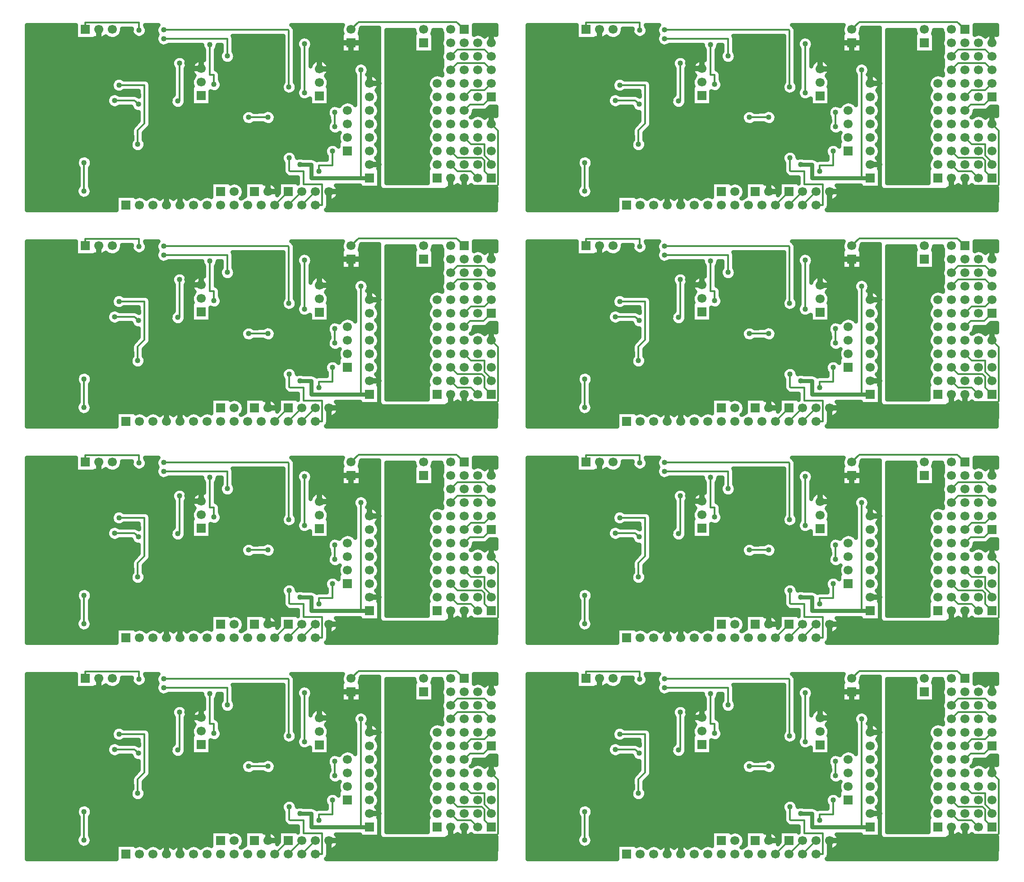
<source format=gbr>
G04 DipTrace 2.4.0.2*
%INBottom.gbr*%
%MOIN*%
%ADD14C,0.013*%
%ADD15C,0.03*%
%ADD18C,0.04*%
%ADD29R,0.0669X0.0669*%
%ADD30C,0.0669*%
%FSLAX44Y44*%
G04*
G70*
G90*
G75*
G01*
%LNBottom*%
%LPD*%
X8854Y8090D2*
D14*
Y6007D1*
X8838Y5991D1*
X26224Y15036D2*
X28174D1*
X28565Y15428D1*
Y16940D1*
X8629Y16942D2*
X9941D1*
Y17065D1*
Y17939D1*
X9940Y17940D1*
X11315Y17065D2*
X9941D1*
X7950Y9307D2*
X8920D1*
X9941Y10328D1*
X10804Y11191D1*
X12191D1*
X9941Y16942D2*
Y16331D1*
Y10328D1*
X17489Y15040D2*
Y15645D1*
X16803Y16331D1*
X9941D1*
X10566Y9691D2*
X11566D1*
X11942Y10066D1*
Y10941D1*
X12191Y11191D1*
X38940Y10940D2*
X38945D1*
X39444Y10441D1*
Y6440D1*
X39382Y6378D1*
X37007D1*
X36944Y6440D1*
Y6936D1*
X36940Y6940D1*
X35940D2*
Y6444D1*
X36007Y6378D1*
X37007D1*
X12589Y6690D2*
X9941D1*
Y10328D1*
X21505Y10253D2*
X20380D1*
X28628Y14315D2*
Y14753D1*
X28344Y15036D1*
X28174D1*
X8940Y17940D2*
Y18448D1*
X12913D1*
Y17889D1*
X15779Y12639D2*
X15899D1*
Y15441D1*
X21003Y11441D2*
X22440Y11443D1*
X24003Y8440D2*
Y7503D1*
X24065Y7440D1*
X25065D1*
Y6503D1*
X26440D1*
Y4940D1*
X25940D1*
X35940Y7940D2*
X36440Y7440D1*
X37440D1*
X37940Y6940D1*
X27381Y11816D2*
Y10753D1*
X26190Y7440D2*
Y7878D1*
X27190D1*
Y8940D1*
X18130Y16817D2*
Y14588D1*
X18442D1*
Y13879D1*
X25130Y16879D2*
Y13267D1*
X35940Y15940D2*
X36440Y16440D1*
X38440D1*
X38940Y15940D1*
X35940Y14940D2*
X36440Y15440D1*
X38440D1*
X38940Y14940D1*
X36940Y12940D2*
X37440Y13440D1*
X38440D1*
X38940Y13940D1*
X36940Y11940D2*
X37378Y12378D1*
X38378D1*
X38940Y12940D1*
X36940Y9940D2*
X37440Y9440D1*
X38440D1*
Y8628D1*
X38940Y8128D1*
Y7940D1*
X35940Y8940D2*
X36440Y8440D1*
X38253D1*
X38440Y8253D1*
Y7440D1*
X38940Y6940D1*
X36940Y17940D2*
X36378Y18503D1*
X29128D1*
X28565Y17940D1*
X11098Y12690D2*
X12579D1*
X12865Y12405D1*
X24940Y4940D2*
X25940Y5940D1*
X22940Y4940D2*
X23940Y5940D1*
Y4940D2*
X24940Y5940D1*
X29940Y6940D2*
D15*
X29297D1*
X25628D1*
Y7940D1*
X24815D1*
X29297Y14954D2*
D14*
Y6940D1*
X12815Y9440D2*
Y10503D1*
X13315Y11003D1*
Y13836D1*
X11423D1*
X14735Y17905D2*
X23940D1*
X23987Y17857D1*
Y13692D1*
X19436Y15972D2*
Y17259D1*
X14731D1*
D18*
X8854Y8090D3*
X8838Y5991D3*
X8629Y16942D3*
X11315Y17065D3*
X7950Y9307D3*
X12191Y11191D3*
X10566Y9691D3*
X12589Y6690D3*
X21505Y10253D3*
X20380D3*
X28628Y14315D3*
X12913Y17889D3*
X15779Y12639D3*
X15899Y15441D3*
X21003Y11441D3*
X22440Y11443D3*
X24003Y8440D3*
X27381Y11816D3*
Y10753D3*
X26190Y7440D3*
X27190Y8940D3*
X27381Y10753D3*
X18130Y16817D3*
X18442Y13879D3*
X25130Y16879D3*
Y13267D3*
X11098Y12690D3*
X12865Y12405D3*
X24815Y7940D3*
X29297Y14954D3*
X12815Y9440D3*
X11423Y13836D3*
X14735Y17905D3*
X23987Y13692D3*
X19436Y15972D3*
X14731Y17259D3*
X9940Y15940D3*
Y15440D3*
Y14940D3*
Y14440D3*
Y13940D3*
Y13440D3*
Y12940D3*
Y12440D3*
Y11940D3*
Y11440D3*
Y10940D3*
Y10440D3*
Y9940D3*
Y9440D3*
Y8940D3*
X16440Y15940D3*
Y15440D3*
Y14940D3*
Y14440D3*
Y13940D3*
Y13440D3*
Y12940D3*
Y12440D3*
Y11940D3*
Y11440D3*
Y10940D3*
Y10440D3*
Y9940D3*
Y9440D3*
Y8940D3*
X32256Y14504D3*
Y14004D3*
Y13504D3*
Y13004D3*
X32819Y14504D3*
Y14004D3*
Y13504D3*
Y13004D3*
X32256Y12504D3*
X32819D3*
X31381Y13754D3*
Y13254D3*
X8315Y9315D3*
X7628D3*
X11815Y11190D3*
X12565D3*
X4620Y17991D2*
D15*
X8212D1*
X11664D2*
X12330D1*
X13497D2*
X14150D1*
X24422D2*
X27840D1*
X29290D2*
X30616D1*
X37668D2*
X39261D1*
X4620Y17693D2*
X8212D1*
X11623D2*
X12354D1*
X13468D2*
X14183D1*
X24443D2*
X27885D1*
X29245D2*
X30616D1*
X37668D2*
X39261D1*
X4620Y17394D2*
X8212D1*
X11401D2*
X12617D1*
X13210D2*
X14155D1*
X19870D2*
X23530D1*
X24443D2*
X24875D1*
X25386D2*
X27840D1*
X29290D2*
X30616D1*
X4620Y17095D2*
X14163D1*
X19895D2*
X23530D1*
X25677D2*
X27840D1*
X29290D2*
X30616D1*
X4620Y16797D2*
X14384D1*
X15080D2*
X17538D1*
X18722D2*
X18977D1*
X19895D2*
X23530D1*
X25718D2*
X27840D1*
X29290D2*
X30616D1*
X4620Y16498D2*
X17636D1*
X18623D2*
X18977D1*
X19895D2*
X23530D1*
X24443D2*
X24674D1*
X25587D2*
X27840D1*
X29290D2*
X30616D1*
X4620Y16199D2*
X17673D1*
X18586D2*
X18891D1*
X19981D2*
X23530D1*
X24443D2*
X24674D1*
X25587D2*
X30616D1*
X4620Y15901D2*
X15545D1*
X16253D2*
X17673D1*
X18586D2*
X18850D1*
X20022D2*
X23530D1*
X24443D2*
X24674D1*
X25587D2*
X30616D1*
X4620Y15602D2*
X15332D1*
X16466D2*
X17046D1*
X18586D2*
X18981D1*
X19890D2*
X23530D1*
X24443D2*
X24674D1*
X25587D2*
X25789D1*
X26661D2*
X30616D1*
X4620Y15303D2*
X15323D1*
X16474D2*
X16812D1*
X18586D2*
X23530D1*
X24443D2*
X24674D1*
X26899D2*
X28828D1*
X29766D2*
X30616D1*
X4620Y15005D2*
X15442D1*
X16355D2*
X16763D1*
X18586D2*
X23530D1*
X24443D2*
X24674D1*
X26948D2*
X28709D1*
X29889D2*
X30616D1*
X4620Y14706D2*
X15442D1*
X16355D2*
X16849D1*
X18882D2*
X23530D1*
X24443D2*
X24674D1*
X26866D2*
X28763D1*
X29831D2*
X30616D1*
X4620Y14407D2*
X15442D1*
X16355D2*
X16865D1*
X18898D2*
X23530D1*
X24443D2*
X24674D1*
X26842D2*
X28840D1*
X4620Y14109D2*
X10902D1*
X13673D2*
X15442D1*
X16355D2*
X16767D1*
X18984D2*
X23530D1*
X24443D2*
X24674D1*
X26948D2*
X28840D1*
X4620Y13810D2*
X10833D1*
X13772D2*
X15442D1*
X16355D2*
X16800D1*
X19029D2*
X23407D1*
X26911D2*
X28840D1*
X4620Y13511D2*
X10935D1*
X13772D2*
X15442D1*
X16355D2*
X16763D1*
X18898D2*
X23427D1*
X26952D2*
X28840D1*
X4620Y13212D2*
X10861D1*
X11336D2*
X12859D1*
X13772D2*
X15442D1*
X16355D2*
X16763D1*
X18217D2*
X23665D1*
X24311D2*
X24543D1*
X26952D2*
X28840D1*
X4620Y12914D2*
X10554D1*
X13772D2*
X15258D1*
X16355D2*
X16763D1*
X18217D2*
X24661D1*
X26952D2*
X28840D1*
X4620Y12615D2*
X10513D1*
X13772D2*
X15188D1*
X16372D2*
X16763D1*
X18217D2*
X25498D1*
X26952D2*
X28115D1*
X28523D2*
X28840D1*
X4620Y12316D2*
X10648D1*
X13772D2*
X15291D1*
X16269D2*
X27093D1*
X4620Y12018D2*
X12428D1*
X13772D2*
X26827D1*
X38636D2*
X39261D1*
X4620Y11719D2*
X12859D1*
X13772D2*
X20482D1*
X22958D2*
X26798D1*
X37632D2*
X39261D1*
X4620Y11420D2*
X12859D1*
X13772D2*
X20413D1*
X23032D2*
X26925D1*
X4620Y11122D2*
X12801D1*
X13772D2*
X20511D1*
X22929D2*
X26925D1*
X4620Y10823D2*
X12502D1*
X13731D2*
X26794D1*
X4620Y10524D2*
X12358D1*
X13472D2*
X26839D1*
X4620Y10226D2*
X12358D1*
X13271D2*
X27159D1*
X4620Y9927D2*
X12358D1*
X13271D2*
X27594D1*
X4620Y9628D2*
X12256D1*
X13374D2*
X27594D1*
X4620Y9330D2*
X12235D1*
X13394D2*
X26757D1*
X4620Y9031D2*
X12399D1*
X13230D2*
X26605D1*
X4620Y8732D2*
X23493D1*
X24512D2*
X26638D1*
X4620Y8433D2*
X8380D1*
X9326D2*
X23411D1*
X25796D2*
X26732D1*
X30463D2*
X30616D1*
X4620Y8135D2*
X8265D1*
X9445D2*
X23501D1*
X4620Y7836D2*
X8323D1*
X9384D2*
X23546D1*
X4620Y7537D2*
X8397D1*
X9310D2*
X23546D1*
X4620Y7239D2*
X8397D1*
X9310D2*
X23636D1*
X4620Y6940D2*
X8397D1*
X9310D2*
X24608D1*
X4620Y6641D2*
X8397D1*
X9310D2*
X24608D1*
X4620Y6343D2*
X8368D1*
X9310D2*
X18215D1*
X20538D2*
X20712D1*
X23040D2*
X23214D1*
X27539D2*
X29214D1*
X36327D2*
X36550D1*
X37328D2*
X37551D1*
X4620Y6044D2*
X8249D1*
X9429D2*
X18215D1*
X27658D2*
X39261D1*
X4620Y5745D2*
X8302D1*
X9371D2*
X18215D1*
X27637D2*
X39261D1*
X4620Y5447D2*
X8671D1*
X9006D2*
X11214D1*
X27461D2*
X39261D1*
X4620Y5148D2*
X11214D1*
X26895D2*
X39261D1*
X4620Y4849D2*
X11214D1*
X26887D2*
X39261D1*
X37637Y18288D2*
Y17566D1*
X37808Y17624D1*
X37938Y17637D1*
X38069Y17625D1*
X38195Y17589D1*
X38312Y17530D1*
X38440Y17422D1*
X38502Y17481D1*
X38611Y17554D1*
X38731Y17605D1*
X38860Y17632D1*
X38991Y17635D1*
X39120Y17613D1*
X39243Y17568D1*
X39290Y17543D1*
Y18289D1*
X37640Y18290D1*
X37624Y11810D2*
X37588Y11684D1*
X37528Y11567D1*
X37421Y11439D1*
X37462Y11447D1*
X37565Y11527D1*
X37682Y11587D1*
X37808Y11624D1*
X37938Y11637D1*
X38069Y11625D1*
X38195Y11589D1*
X38312Y11530D1*
X38440Y11422D1*
X38502Y11481D1*
X38611Y11554D1*
X38731Y11605D1*
X38860Y11632D1*
X38991Y11635D1*
X39120Y11613D1*
X39243Y11568D1*
X39290Y11543D1*
Y12244D1*
X38845D1*
X38680Y12076D1*
X38574Y11999D1*
X38446Y11957D1*
X38246Y11951D1*
X37635D1*
X37624Y11810D1*
X37440Y6455D2*
X37328Y6362D1*
X37213Y6299D1*
X37088Y6259D1*
X36958Y6244D1*
X36828Y6253D1*
X36701Y6286D1*
X36583Y6342D1*
X36477Y6420D1*
X36440Y6456D1*
X36350Y6377D1*
X36237Y6310D1*
X36114Y6266D1*
X35985Y6245D1*
X35854Y6249D1*
X35761Y6267D1*
X35742Y6235D1*
X35650Y6142D1*
X35531Y6089D1*
X35313Y6078D1*
X31006D1*
X30878Y6102D1*
X30766Y6169D1*
X30685Y6272D1*
X30647Y6401D1*
X30644Y7359D1*
X30645Y18071D1*
X30341Y18076D1*
X29303D1*
X29260Y17987D1*
X29249Y17810D1*
X29213Y17684D1*
X29189Y17636D1*
X29262Y17637D1*
Y16244D1*
X27869D1*
Y17637D1*
X27938D1*
X27903Y17724D1*
X27874Y17852D1*
X27870Y17983D1*
X27890Y18112D1*
X27934Y18235D1*
X27965Y18288D1*
X24123Y18290D1*
X24205Y18240D1*
X24319Y18126D1*
X24368Y18052D1*
X24400Y17969D1*
X24414Y17857D1*
Y14056D1*
X24495Y13934D1*
X24537Y13810D1*
X24549Y13692D1*
X24534Y13562D1*
X24489Y13439D1*
X24417Y13330D1*
X24322Y13240D1*
X24208Y13175D1*
X24082Y13138D1*
X23952Y13131D1*
X23823Y13155D1*
X23703Y13207D1*
X23598Y13286D1*
X23515Y13387D1*
X23457Y13505D1*
X23429Y13633D1*
X23430Y13764D1*
X23462Y13891D1*
X23522Y14007D1*
X23562Y14053D1*
X23560Y17477D1*
X19802Y17478D1*
X19833Y17416D1*
X19863Y17259D1*
Y16336D1*
X19943Y16214D1*
X19986Y16090D1*
X19998Y15972D1*
X19983Y15842D1*
X19938Y15719D1*
X19866Y15609D1*
X19770Y15520D1*
X19657Y15455D1*
X19531Y15418D1*
X19400Y15411D1*
X19272Y15434D1*
X19152Y15487D1*
X19047Y15566D1*
X18964Y15667D1*
X18906Y15785D1*
X18877Y15912D1*
X18879Y16043D1*
X18910Y16170D1*
X18971Y16286D1*
X19011Y16333D1*
X19009Y16829D1*
X18694Y16832D1*
X18676Y16686D1*
X18631Y16563D1*
X18556Y16451D1*
X18557Y14999D1*
X18676Y14945D1*
X18773Y14858D1*
X18839Y14745D1*
X18869Y14588D1*
Y14248D1*
X18949Y14121D1*
X18992Y13997D1*
X19004Y13879D1*
X18989Y13749D1*
X18944Y13626D1*
X18872Y13516D1*
X18776Y13427D1*
X18663Y13362D1*
X18537Y13325D1*
X18406Y13318D1*
X18278Y13341D1*
X18184Y13383D1*
X18186Y12343D1*
X16792D1*
Y13737D1*
X16862D1*
X16827Y13824D1*
X16798Y13951D1*
X16794Y14082D1*
X16814Y14212D1*
X16858Y14335D1*
X16924Y14448D1*
X17003Y14537D1*
X16906Y14658D1*
X16845Y14774D1*
X16807Y14900D1*
X16792Y15030D1*
X16803Y15161D1*
X16837Y15287D1*
X16895Y15405D1*
X16974Y15509D1*
X17071Y15597D1*
X17183Y15666D1*
X17305Y15712D1*
X17434Y15735D1*
X17565Y15732D1*
X17702Y15703D1*
X17703Y16454D1*
X17657Y16512D1*
X17600Y16629D1*
X17571Y16757D1*
X17572Y16835D1*
X15762Y16832D1*
X15093D1*
X14952Y16742D1*
X14826Y16705D1*
X14696Y16698D1*
X14567Y16722D1*
X14447Y16774D1*
X14343Y16853D1*
X14259Y16954D1*
X14202Y17072D1*
X14173Y17200D1*
X14174Y17331D1*
X14206Y17458D1*
X14274Y17583D1*
X14206Y17718D1*
X14177Y17845D1*
X14178Y17976D1*
X14210Y18103D1*
X14270Y18220D1*
X14331Y18291D1*
X13337Y18290D1*
X13350Y18242D1*
X13420Y18131D1*
X13462Y18007D1*
X13475Y17889D1*
X13459Y17759D1*
X13414Y17636D1*
X13342Y17527D1*
X13247Y17437D1*
X13133Y17372D1*
X13008Y17335D1*
X12877Y17328D1*
X12748Y17352D1*
X12628Y17404D1*
X12524Y17483D1*
X12440Y17584D1*
X12383Y17702D1*
X12354Y17830D1*
X12355Y17960D1*
X12370Y18020D1*
X11629Y18021D1*
X11637Y17940D1*
X11624Y17810D1*
X11588Y17684D1*
X11528Y17567D1*
X11448Y17464D1*
X11350Y17377D1*
X11237Y17310D1*
X11114Y17266D1*
X10985Y17245D1*
X10854Y17249D1*
X10726Y17277D1*
X10605Y17329D1*
X10497Y17403D1*
X10442Y17458D1*
X10350Y17377D1*
X10237Y17310D1*
X10114Y17266D1*
X9985Y17245D1*
X9854Y17249D1*
X9726Y17277D1*
X9637Y17313D1*
Y17244D1*
X8244D1*
Y18289D1*
X4594Y18290D1*
X4590Y17128D1*
Y4591D1*
X11244Y4590D1*
Y5637D1*
X12637D1*
Y5567D1*
X12808Y5624D1*
X12938Y5637D1*
X13069Y5625D1*
X13195Y5589D1*
X13312Y5530D1*
X13440Y5422D1*
X13565Y5527D1*
X13682Y5587D1*
X13808Y5624D1*
X13938Y5637D1*
X14069Y5625D1*
X14195Y5589D1*
X14312Y5530D1*
X14440Y5422D1*
X14502Y5481D1*
X14611Y5554D1*
X14731Y5605D1*
X14860Y5632D1*
X14991Y5635D1*
X15120Y5613D1*
X15243Y5568D1*
X15355Y5500D1*
X15440Y5425D1*
X15544Y5513D1*
X15658Y5577D1*
X15782Y5619D1*
X15912Y5636D1*
X16043Y5629D1*
X16170Y5598D1*
X16289Y5543D1*
X16396Y5467D1*
X16440Y5425D1*
X16565Y5527D1*
X16682Y5587D1*
X16808Y5624D1*
X16938Y5637D1*
X17069Y5625D1*
X17195Y5589D1*
X17312Y5530D1*
X17440Y5422D1*
X17565Y5527D1*
X17682Y5587D1*
X17808Y5624D1*
X17938Y5637D1*
X18069Y5625D1*
X18195Y5589D1*
X18242Y5565D1*
X18244Y6637D1*
X19637D1*
Y6567D1*
X19808Y6624D1*
X19938Y6637D1*
X20069Y6625D1*
X20195Y6589D1*
X20312Y6530D1*
X20415Y6450D1*
X20502Y6352D1*
X20569Y6239D1*
X20614Y6116D1*
X20637Y5940D1*
X20624Y5810D1*
X20588Y5684D1*
X20528Y5567D1*
X20421Y5439D1*
X20462Y5447D1*
X20565Y5527D1*
X20682Y5587D1*
X20741Y5604D1*
X20744Y6637D1*
X22137D1*
Y6567D1*
X22257Y6612D1*
X22386Y6635D1*
X22517Y6633D1*
X22645Y6606D1*
X22766Y6556D1*
X22876Y6484D1*
X22970Y6393D1*
X23045Y6286D1*
X23099Y6166D1*
X23130Y6039D1*
X23136Y5914D1*
X23119Y5784D1*
X23093Y5697D1*
X23244Y5848D1*
Y6637D1*
X24637D1*
Y6567D1*
X24638Y7015D1*
X24065Y7013D1*
X23936Y7033D1*
X23797Y7108D1*
X23662Y7245D1*
X23605Y7348D1*
X23577Y7474D1*
X23576Y8073D1*
X23530Y8135D1*
X23473Y8253D1*
X23444Y8381D1*
X23445Y8512D1*
X23477Y8639D1*
X23537Y8755D1*
X23623Y8854D1*
X23729Y8931D1*
X23850Y8981D1*
X23979Y9002D1*
X24110Y8992D1*
X24234Y8952D1*
X24347Y8885D1*
X24440Y8793D1*
X24510Y8682D1*
X24552Y8558D1*
X24564Y8444D1*
X24662Y8481D1*
X24791Y8502D1*
X24922Y8492D1*
X25050Y8450D1*
X25628Y8452D1*
X25757Y8435D1*
X25879Y8386D1*
X26034Y8275D1*
X26190Y8305D1*
X26760D1*
X26763Y8571D1*
X26718Y8635D1*
X26660Y8753D1*
X26631Y8881D1*
X26633Y9012D1*
X26664Y9139D1*
X26725Y9255D1*
X26810Y9354D1*
X26916Y9431D1*
X27037Y9481D1*
X27166Y9502D1*
X27297Y9492D1*
X27422Y9452D1*
X27534Y9385D1*
X27625Y9296D1*
X27622Y9637D1*
X27691D1*
X27656Y9724D1*
X27627Y9852D1*
X27623Y9983D1*
X27643Y10113D1*
X27687Y10236D1*
X27735Y10317D1*
X27601Y10236D1*
X27476Y10199D1*
X27345Y10193D1*
X27216Y10216D1*
X27096Y10269D1*
X26992Y10348D1*
X26908Y10449D1*
X26851Y10566D1*
X26822Y10694D1*
X26823Y10825D1*
X26855Y10952D1*
X26915Y11068D1*
X26955Y11115D1*
X26954Y11455D1*
X26908Y11511D1*
X26851Y11629D1*
X26822Y11757D1*
X26823Y11887D1*
X26855Y12015D1*
X26915Y12131D1*
X27001Y12230D1*
X27107Y12307D1*
X27228Y12357D1*
X27357Y12377D1*
X27488Y12368D1*
X27612Y12328D1*
X27707Y12271D1*
X27754Y12349D1*
X27840Y12447D1*
X27943Y12528D1*
X28060Y12588D1*
X28186Y12625D1*
X28316Y12637D1*
X28447Y12625D1*
X28573Y12589D1*
X28690Y12530D1*
X28793Y12450D1*
X28872Y12361D1*
X28870Y14589D1*
X28825Y14649D1*
X28767Y14767D1*
X28738Y14894D1*
X28740Y15025D1*
X28771Y15152D1*
X28832Y15269D1*
X28917Y15368D1*
X29023Y15445D1*
X29144Y15495D1*
X29274Y15515D1*
X29404Y15506D1*
X29529Y15466D1*
X29641Y15398D1*
X29735Y15307D1*
X29804Y15196D1*
X29847Y15072D1*
X29859Y14954D1*
X29844Y14824D1*
X29799Y14701D1*
X29738Y14609D1*
X29886Y14635D1*
X30017Y14633D1*
X30145Y14606D1*
X30266Y14556D1*
X30376Y14484D1*
X30470Y14393D1*
X30545Y14286D1*
X30599Y14166D1*
X30630Y14039D1*
X30636Y13914D1*
X30619Y13784D1*
X30578Y13660D1*
X30514Y13545D1*
X30425Y13440D1*
X30502Y13352D1*
X30569Y13239D1*
X30614Y13116D1*
X30637Y12940D1*
X30624Y12810D1*
X30588Y12684D1*
X30528Y12567D1*
X30421Y12439D1*
X30502Y12352D1*
X30569Y12239D1*
X30614Y12116D1*
X30637Y11940D1*
X30624Y11810D1*
X30588Y11684D1*
X30528Y11567D1*
X30421Y11439D1*
X30502Y11352D1*
X30569Y11239D1*
X30614Y11116D1*
X30637Y10940D1*
X30624Y10810D1*
X30588Y10684D1*
X30528Y10567D1*
X30421Y10439D1*
X30502Y10352D1*
X30569Y10239D1*
X30614Y10116D1*
X30637Y9940D1*
X30624Y9810D1*
X30588Y9684D1*
X30528Y9567D1*
X30421Y9439D1*
X30502Y9352D1*
X30569Y9239D1*
X30614Y9116D1*
X30637Y8940D1*
X30624Y8810D1*
X30588Y8684D1*
X30528Y8567D1*
X30421Y8439D1*
X30470Y8393D1*
X30545Y8286D1*
X30599Y8166D1*
X30630Y8039D1*
X30636Y7914D1*
X30619Y7784D1*
X30578Y7660D1*
X30567Y7637D1*
X30637D1*
Y6244D1*
X29244D1*
Y6428D1*
X27439D1*
X27532Y6308D1*
X27590Y6191D1*
X27626Y6065D1*
X27637Y5940D1*
X27624Y5810D1*
X27588Y5684D1*
X27528Y5567D1*
X27448Y5464D1*
X27350Y5377D1*
X27237Y5310D1*
X27114Y5266D1*
X26985Y5245D1*
X26867Y5247D1*
Y4940D1*
X26847Y4811D1*
X26789Y4694D1*
X26706Y4607D1*
X26750Y4590D1*
X39287D1*
X39290Y5752D1*
Y6241D1*
X38324Y6244D1*
X38244D1*
Y6313D1*
X38114Y6266D1*
X37985Y6245D1*
X37854Y6249D1*
X37726Y6277D1*
X37605Y6329D1*
X37497Y6403D1*
X37442Y6458D1*
X26852Y13733D2*
X26921D1*
Y12340D1*
X25527D1*
Y12869D1*
X25465Y12815D1*
X25351Y12750D1*
X25225Y12713D1*
X25095Y12706D1*
X24966Y12730D1*
X24846Y12782D1*
X24741Y12861D1*
X24658Y12962D1*
X24600Y13080D1*
X24572Y13208D1*
X24573Y13338D1*
X24605Y13465D1*
X24665Y13582D1*
X24705Y13628D1*
X24703Y16511D1*
X24658Y16574D1*
X24600Y16692D1*
X24572Y16820D1*
X24573Y16951D1*
X24605Y17078D1*
X24665Y17194D1*
X24750Y17293D1*
X24856Y17370D1*
X24977Y17420D1*
X25107Y17441D1*
X25237Y17431D1*
X25362Y17391D1*
X25474Y17324D1*
X25568Y17232D1*
X25638Y17121D1*
X25680Y16997D1*
X25692Y16879D1*
X25677Y16749D1*
X25632Y16626D1*
X25557Y16514D1*
Y15234D1*
X25604Y15355D1*
X25675Y15465D1*
X25765Y15560D1*
X25871Y15637D1*
X25990Y15692D1*
X26117Y15725D1*
X26248Y15732D1*
X26378Y15716D1*
X26503Y15675D1*
X26617Y15611D1*
X26718Y15527D1*
X26801Y15426D1*
X26864Y15311D1*
X26904Y15186D1*
X26920Y15056D1*
X26913Y14932D1*
X26881Y14804D1*
X26826Y14686D1*
X26750Y14579D1*
X26708Y14536D1*
X26786Y14448D1*
X26853Y14335D1*
X26898Y14212D1*
X26921Y14036D1*
X26908Y13906D1*
X26872Y13780D1*
X26848Y13732D1*
X9281Y7725D2*
Y6339D1*
X9345Y6233D1*
X9387Y6110D1*
X9400Y5991D1*
X9385Y5861D1*
X9340Y5738D1*
X9267Y5629D1*
X9172Y5539D1*
X9058Y5474D1*
X8933Y5437D1*
X8802Y5430D1*
X8673Y5454D1*
X8553Y5507D1*
X8449Y5586D1*
X8366Y5687D1*
X8308Y5804D1*
X8279Y5932D1*
X8280Y6063D1*
X8312Y6190D1*
X8372Y6306D1*
X8428Y6371D1*
X8427Y7725D1*
X8381Y7785D1*
X8324Y7903D1*
X8295Y8030D1*
X8296Y8161D1*
X8328Y8288D1*
X8388Y8405D1*
X8473Y8504D1*
X8580Y8580D1*
X8701Y8631D1*
X8830Y8651D1*
X8960Y8642D1*
X9085Y8602D1*
X9197Y8534D1*
X9291Y8443D1*
X9361Y8332D1*
X9403Y8208D1*
X9416Y8090D1*
X9400Y7960D1*
X9355Y7837D1*
X9280Y7725D1*
X15472Y13111D2*
Y15071D1*
X15426Y15136D1*
X15369Y15254D1*
X15340Y15381D1*
X15341Y15512D1*
X15373Y15639D1*
X15433Y15755D1*
X15519Y15855D1*
X15625Y15931D1*
X15746Y15981D1*
X15875Y16002D1*
X16005Y15992D1*
X16130Y15953D1*
X16242Y15885D1*
X16336Y15794D1*
X16406Y15683D1*
X16448Y15559D1*
X16461Y15441D1*
X16445Y15311D1*
X16400Y15188D1*
X16325Y15076D1*
X16329Y12758D1*
X16341Y12639D1*
X16326Y12509D1*
X16281Y12386D1*
X16209Y12277D1*
X16113Y12188D1*
X16000Y12123D1*
X15874Y12086D1*
X15743Y12079D1*
X15615Y12102D1*
X15495Y12155D1*
X15390Y12234D1*
X15307Y12335D1*
X15249Y12452D1*
X15220Y12580D1*
X15222Y12711D1*
X15253Y12838D1*
X15314Y12954D1*
X15399Y13053D1*
X15469Y13104D1*
X21367Y11869D2*
X22072Y11870D1*
X22166Y11934D1*
X22287Y11984D1*
X22416Y12005D1*
X22547Y11995D1*
X22672Y11955D1*
X22784Y11888D1*
X22878Y11796D1*
X22947Y11686D1*
X22990Y11562D1*
X23002Y11443D1*
X22987Y11313D1*
X22942Y11190D1*
X22870Y11081D1*
X22774Y10992D1*
X22661Y10926D1*
X22535Y10889D1*
X22404Y10883D1*
X22276Y10906D1*
X22156Y10959D1*
X22081Y11016D1*
X21371Y11015D1*
X21223Y10924D1*
X21098Y10887D1*
X20967Y10880D1*
X20838Y10904D1*
X20718Y10956D1*
X20614Y11035D1*
X20530Y11136D1*
X20473Y11254D1*
X20444Y11382D1*
X20445Y11512D1*
X20477Y11639D1*
X20537Y11756D1*
X20623Y11855D1*
X20729Y11932D1*
X20850Y11982D1*
X20979Y12002D1*
X21110Y11993D1*
X21234Y11953D1*
X21361Y11871D1*
X27736Y10321D2*
X27601Y10236D1*
X27476Y10199D1*
X27345Y10193D1*
X27216Y10216D1*
X27096Y10269D1*
X26992Y10348D1*
X26908Y10449D1*
X26851Y10566D1*
X26822Y10694D1*
X26823Y10825D1*
X26855Y10952D1*
X26915Y11068D1*
X26955Y11115D1*
X11463Y13117D2*
X12579D1*
X12709Y13097D1*
X12829Y13036D1*
X12890Y12983D1*
X12888Y13410D1*
X11785Y13409D1*
X11643Y13319D1*
X11518Y13282D1*
X11387Y13275D1*
X11258Y13299D1*
X11138Y13351D1*
X11034Y13430D1*
X10950Y13531D1*
X10893Y13649D1*
X10864Y13777D1*
X10865Y13908D1*
X10897Y14035D1*
X10957Y14151D1*
X11043Y14250D1*
X11149Y14327D1*
X11270Y14377D1*
X11399Y14398D1*
X11530Y14388D1*
X11654Y14348D1*
X11787Y14261D1*
X13129Y14263D1*
X13315D1*
X13444Y14243D1*
X13561Y14185D1*
X13655Y14094D1*
X13717Y13979D1*
X13742Y13836D1*
Y11003D1*
X13722Y10873D1*
X13661Y10753D1*
X13524Y10608D1*
X13243Y10327D1*
X13242Y9801D1*
X13322Y9682D1*
X13365Y9558D1*
X13377Y9440D1*
X13362Y9310D1*
X13317Y9187D1*
X13245Y9078D1*
X13149Y8988D1*
X13036Y8923D1*
X12910Y8886D1*
X12779Y8879D1*
X12651Y8903D1*
X12531Y8955D1*
X12426Y9034D1*
X12343Y9135D1*
X12285Y9253D1*
X12256Y9381D1*
X12258Y9512D1*
X12289Y9639D1*
X12350Y9755D1*
X12390Y9801D1*
X12388Y10503D1*
X12408Y10632D1*
X12469Y10752D1*
X12606Y10897D1*
X12887Y11179D1*
X12888Y11843D1*
X12829Y11844D1*
X12700Y11868D1*
X12580Y11920D1*
X12476Y11999D1*
X12392Y12100D1*
X12335Y12218D1*
X12325Y12262D1*
X11460Y12263D1*
X11318Y12173D1*
X11193Y12136D1*
X11062Y12129D1*
X10933Y12153D1*
X10813Y12205D1*
X10709Y12284D1*
X10626Y12385D1*
X10568Y12503D1*
X10539Y12631D1*
X10541Y12762D1*
X10572Y12889D1*
X10632Y13005D1*
X10718Y13104D1*
X10824Y13181D1*
X10945Y13231D1*
X11074Y13252D1*
X11205Y13242D1*
X11330Y13202D1*
X11462Y13115D1*
X36940Y6940D2*
D18*
Y6244D1*
X35940Y6940D2*
Y6244D1*
X22440Y6636D2*
Y5940D1*
X23136D1*
X38940Y11636D2*
Y10940D1*
Y17636D2*
Y16940D1*
X9940Y17940D2*
Y17244D1*
X17489Y15736D2*
Y15040D1*
X16793D2*
X17489D1*
X26224Y15732D2*
Y15036D1*
X26920D1*
X28565Y16940D2*
Y16244D1*
X27869Y16940D2*
X29261D1*
X29940Y7940D2*
X30636D1*
X29940Y14636D2*
Y13940D1*
X30636D1*
X26940Y5940D2*
Y5244D1*
Y5940D2*
X27636D1*
X14940Y5636D2*
Y4940D1*
X15940Y5636D2*
Y4940D1*
X31186Y17618D2*
D15*
X33216D1*
X34666D2*
X35266D1*
X31186Y17319D2*
X33216D1*
X34666D2*
X35266D1*
X31186Y17021D2*
X33216D1*
X34666D2*
X35217D1*
X31186Y16722D2*
X33216D1*
X34666D2*
X35250D1*
X31186Y16423D2*
X33216D1*
X34666D2*
X35266D1*
X31186Y16125D2*
X35237D1*
X31186Y15826D2*
X35225D1*
X31186Y15527D2*
X35266D1*
X31186Y15228D2*
X35266D1*
X31186Y14930D2*
X35213D1*
X31186Y14631D2*
X34823D1*
X35059D2*
X35266D1*
X31186Y14332D2*
X34335D1*
X31186Y14034D2*
X34220D1*
X31186Y13735D2*
X34245D1*
X31186Y13436D2*
X34421D1*
X31186Y13138D2*
X34241D1*
X31186Y12839D2*
X34220D1*
X31186Y12540D2*
X34339D1*
X31186Y12242D2*
X34282D1*
X31186Y11943D2*
X34212D1*
X31186Y11644D2*
X34278D1*
X31186Y11346D2*
X34343D1*
X31186Y11047D2*
X34220D1*
X31186Y10748D2*
X34241D1*
X31186Y10449D2*
X34417D1*
X31186Y10151D2*
X34245D1*
X31186Y9852D2*
X34220D1*
X31186Y9553D2*
X34331D1*
X31186Y9255D2*
X34290D1*
X31186Y8956D2*
X34212D1*
X31186Y8657D2*
X34274D1*
X31186Y8359D2*
X34351D1*
X31186Y8060D2*
X34224D1*
X31186Y7761D2*
X34237D1*
X31186Y7463D2*
X34212D1*
X31186Y7164D2*
X34212D1*
X31186Y6865D2*
X34212D1*
X35293Y17690D2*
X35249Y17852D1*
X35247Y17913D1*
X34636Y17917D1*
X34624Y17810D1*
X34588Y17684D1*
X34564Y17636D1*
X34637Y17637D1*
Y16244D1*
X33244D1*
Y17637D1*
X33313D1*
X33278Y17724D1*
X33249Y17852D1*
X33247Y17913D1*
X32688Y17917D1*
X31158D1*
X31156Y15180D1*
Y6588D1*
X33237Y6590D1*
X34242D1*
X34244Y7637D1*
X34313D1*
X34278Y7724D1*
X34249Y7852D1*
X34245Y7983D1*
X34265Y8112D1*
X34309Y8235D1*
X34376Y8348D1*
X34454Y8438D1*
X34330Y8604D1*
X34278Y8724D1*
X34249Y8852D1*
X34245Y8983D1*
X34265Y9112D1*
X34309Y9235D1*
X34376Y9348D1*
X34454Y9438D1*
X34330Y9604D1*
X34278Y9724D1*
X34249Y9852D1*
X34245Y9983D1*
X34265Y10112D1*
X34309Y10235D1*
X34376Y10348D1*
X34454Y10438D1*
X34330Y10604D1*
X34278Y10724D1*
X34249Y10852D1*
X34245Y10983D1*
X34265Y11112D1*
X34309Y11235D1*
X34376Y11348D1*
X34454Y11438D1*
X34330Y11604D1*
X34278Y11724D1*
X34249Y11852D1*
X34245Y11983D1*
X34265Y12112D1*
X34309Y12235D1*
X34376Y12348D1*
X34454Y12438D1*
X34330Y12604D1*
X34278Y12724D1*
X34249Y12852D1*
X34245Y12983D1*
X34265Y13112D1*
X34309Y13235D1*
X34376Y13348D1*
X34454Y13438D1*
X34330Y13604D1*
X34278Y13724D1*
X34249Y13852D1*
X34245Y13983D1*
X34265Y14112D1*
X34309Y14235D1*
X34376Y14348D1*
X34462Y14447D1*
X34565Y14527D1*
X34682Y14587D1*
X34808Y14624D1*
X34938Y14637D1*
X35069Y14625D1*
X35195Y14589D1*
X35293Y14539D1*
X35294Y14679D1*
X35249Y14852D1*
X35245Y14983D1*
X35265Y15112D1*
X35294Y15193D1*
Y15680D1*
X35249Y15852D1*
X35245Y15983D1*
X35265Y16112D1*
X35294Y16193D1*
Y16681D1*
X35249Y16852D1*
X35245Y16983D1*
X35265Y17112D1*
X35294Y17202D1*
Y17681D1*
D29*
X36940Y17940D3*
D30*
X35940D3*
X36940Y16940D3*
X35940D3*
X36940Y15940D3*
X35940D3*
X36940Y14940D3*
X35940D3*
X36940Y13940D3*
X35940D3*
X36940Y12940D3*
X35940D3*
X36940Y11940D3*
X35940D3*
X36940Y10940D3*
X35940D3*
X36940Y9940D3*
X35940D3*
X36940Y8940D3*
X35940D3*
X36940Y7940D3*
X35940D3*
X36940Y6940D3*
X35940D3*
D29*
X21440Y5940D3*
D30*
X22440D3*
D29*
X38940Y6940D3*
D30*
X37940D3*
X38940Y7940D3*
X37940D3*
X38940Y8940D3*
X37940D3*
X38940Y9940D3*
X37940D3*
X38940Y10940D3*
X37940D3*
D29*
X38940Y12940D3*
D30*
X37940D3*
X38940Y13940D3*
X37940D3*
X38940Y14940D3*
X37940D3*
X38940Y15940D3*
X37940D3*
X38940Y16940D3*
X37940D3*
D29*
X8940Y17940D3*
D30*
X9940D3*
X10940D3*
D29*
X17489Y13040D3*
D30*
Y14040D3*
Y15040D3*
D29*
X26224Y13036D3*
D30*
Y14036D3*
Y15036D3*
D29*
X33940Y16940D3*
D30*
Y17940D3*
D29*
X28565Y16940D3*
D30*
Y17940D3*
D29*
X28318Y8941D3*
D30*
Y9941D3*
Y10941D3*
Y11941D3*
D29*
X34940Y6940D3*
D30*
Y7940D3*
Y8940D3*
Y9940D3*
Y10940D3*
Y11940D3*
Y12940D3*
Y13940D3*
D29*
X29940Y6940D3*
D30*
Y7940D3*
Y8940D3*
Y9940D3*
Y10940D3*
Y11940D3*
Y12940D3*
Y13940D3*
D29*
X18940Y5940D3*
D30*
X19940D3*
D29*
X23940D3*
D30*
X24940D3*
X25940D3*
X26940D3*
D29*
X11940Y4940D3*
D30*
X12940D3*
X13940D3*
X14940D3*
X15940D3*
X16940D3*
X17940D3*
X18940D3*
X19940D3*
X20940D3*
X21940D3*
X22940D3*
X23940D3*
X24940D3*
X25940D3*
X45854Y8090D2*
D14*
Y6007D1*
X45838Y5991D1*
X63224Y15036D2*
X65174D1*
X65565Y15428D1*
Y16940D1*
X45629Y16942D2*
X46941D1*
Y17065D1*
Y17939D1*
X46940Y17940D1*
X48315Y17065D2*
X46941D1*
X44950Y9307D2*
X45920D1*
X46941Y10328D1*
X47804Y11191D1*
X49191D1*
X46941Y16942D2*
Y16331D1*
Y10328D1*
X54489Y15040D2*
Y15645D1*
X53803Y16331D1*
X46941D1*
X47566Y9691D2*
X48566D1*
X48942Y10066D1*
Y10941D1*
X49191Y11191D1*
X75940Y10940D2*
X75945D1*
X76444Y10441D1*
Y6440D1*
X76382Y6378D1*
X74007D1*
X73944Y6440D1*
Y6936D1*
X73940Y6940D1*
X72940D2*
Y6444D1*
X73007Y6378D1*
X74007D1*
X49589Y6690D2*
X46941D1*
Y10328D1*
X58505Y10253D2*
X57380D1*
X65628Y14315D2*
Y14753D1*
X65344Y15036D1*
X65174D1*
X45940Y17940D2*
Y18448D1*
X49913D1*
Y17889D1*
X52779Y12639D2*
X52899D1*
Y15441D1*
X58003Y11441D2*
X59440Y11443D1*
X61003Y8440D2*
Y7503D1*
X61065Y7440D1*
X62065D1*
Y6503D1*
X63440D1*
Y4940D1*
X62940D1*
X72940Y7940D2*
X73440Y7440D1*
X74440D1*
X74940Y6940D1*
X64381Y11816D2*
Y10753D1*
X63190Y7440D2*
Y7878D1*
X64190D1*
Y8940D1*
X55130Y16817D2*
Y14588D1*
X55442D1*
Y13879D1*
X62130Y16879D2*
Y13267D1*
X72940Y15940D2*
X73440Y16440D1*
X75440D1*
X75940Y15940D1*
X72940Y14940D2*
X73440Y15440D1*
X75440D1*
X75940Y14940D1*
X73940Y12940D2*
X74440Y13440D1*
X75440D1*
X75940Y13940D1*
X73940Y11940D2*
X74378Y12378D1*
X75378D1*
X75940Y12940D1*
X73940Y9940D2*
X74440Y9440D1*
X75440D1*
Y8628D1*
X75940Y8128D1*
Y7940D1*
X72940Y8940D2*
X73440Y8440D1*
X75253D1*
X75440Y8253D1*
Y7440D1*
X75940Y6940D1*
X73940Y17940D2*
X73378Y18503D1*
X66128D1*
X65565Y17940D1*
X48098Y12690D2*
X49579D1*
X49865Y12405D1*
X61940Y4940D2*
X62940Y5940D1*
X59940Y4940D2*
X60940Y5940D1*
Y4940D2*
X61940Y5940D1*
X66940Y6940D2*
D15*
X66297D1*
X62628D1*
Y7940D1*
X61815D1*
X66297Y14954D2*
D14*
Y6940D1*
X49815Y9440D2*
Y10503D1*
X50315Y11003D1*
Y13836D1*
X48423D1*
X51735Y17905D2*
X60940D1*
X60987Y17857D1*
Y13692D1*
X56436Y15972D2*
Y17259D1*
X51731D1*
D18*
X45854Y8090D3*
X45838Y5991D3*
X45629Y16942D3*
X48315Y17065D3*
X44950Y9307D3*
X49191Y11191D3*
X47566Y9691D3*
X49589Y6690D3*
X58505Y10253D3*
X57380D3*
X65628Y14315D3*
X49913Y17889D3*
X52779Y12639D3*
X52899Y15441D3*
X58003Y11441D3*
X59440Y11443D3*
X61003Y8440D3*
X64381Y11816D3*
Y10753D3*
X63190Y7440D3*
X64190Y8940D3*
X64381Y10753D3*
X55130Y16817D3*
X55442Y13879D3*
X62130Y16879D3*
Y13267D3*
X48098Y12690D3*
X49865Y12405D3*
X61815Y7940D3*
X66297Y14954D3*
X49815Y9440D3*
X48423Y13836D3*
X51735Y17905D3*
X60987Y13692D3*
X56436Y15972D3*
X51731Y17259D3*
X46940Y15940D3*
Y15440D3*
Y14940D3*
Y14440D3*
Y13940D3*
Y13440D3*
Y12940D3*
Y12440D3*
Y11940D3*
Y11440D3*
Y10940D3*
Y10440D3*
Y9940D3*
Y9440D3*
Y8940D3*
X53440Y15940D3*
Y15440D3*
Y14940D3*
Y14440D3*
Y13940D3*
Y13440D3*
Y12940D3*
Y12440D3*
Y11940D3*
Y11440D3*
Y10940D3*
Y10440D3*
Y9940D3*
Y9440D3*
Y8940D3*
X69256Y14504D3*
Y14004D3*
Y13504D3*
Y13004D3*
X69819Y14504D3*
Y14004D3*
Y13504D3*
Y13004D3*
X69256Y12504D3*
X69819D3*
X68381Y13754D3*
Y13254D3*
X45315Y9315D3*
X44628D3*
X48815Y11190D3*
X49565D3*
X41620Y17991D2*
D15*
X45212D1*
X48664D2*
X49330D1*
X50497D2*
X51150D1*
X61422D2*
X64840D1*
X66290D2*
X67616D1*
X74668D2*
X76261D1*
X41620Y17693D2*
X45212D1*
X48623D2*
X49354D1*
X50468D2*
X51183D1*
X61443D2*
X64885D1*
X66245D2*
X67616D1*
X74668D2*
X76261D1*
X41620Y17394D2*
X45212D1*
X48401D2*
X49617D1*
X50210D2*
X51155D1*
X56870D2*
X60530D1*
X61443D2*
X61875D1*
X62386D2*
X64840D1*
X66290D2*
X67616D1*
X41620Y17095D2*
X51163D1*
X56895D2*
X60530D1*
X62677D2*
X64840D1*
X66290D2*
X67616D1*
X41620Y16797D2*
X51384D1*
X52080D2*
X54538D1*
X55722D2*
X55977D1*
X56895D2*
X60530D1*
X62718D2*
X64840D1*
X66290D2*
X67616D1*
X41620Y16498D2*
X54636D1*
X55623D2*
X55977D1*
X56895D2*
X60530D1*
X61443D2*
X61674D1*
X62587D2*
X64840D1*
X66290D2*
X67616D1*
X41620Y16199D2*
X54673D1*
X55586D2*
X55891D1*
X56981D2*
X60530D1*
X61443D2*
X61674D1*
X62587D2*
X67616D1*
X41620Y15901D2*
X52545D1*
X53253D2*
X54673D1*
X55586D2*
X55850D1*
X57022D2*
X60530D1*
X61443D2*
X61674D1*
X62587D2*
X67616D1*
X41620Y15602D2*
X52332D1*
X53466D2*
X54046D1*
X55586D2*
X55981D1*
X56890D2*
X60530D1*
X61443D2*
X61674D1*
X62587D2*
X62789D1*
X63661D2*
X67616D1*
X41620Y15303D2*
X52323D1*
X53474D2*
X53812D1*
X55586D2*
X60530D1*
X61443D2*
X61674D1*
X63899D2*
X65828D1*
X66766D2*
X67616D1*
X41620Y15005D2*
X52442D1*
X53355D2*
X53763D1*
X55586D2*
X60530D1*
X61443D2*
X61674D1*
X63948D2*
X65709D1*
X66889D2*
X67616D1*
X41620Y14706D2*
X52442D1*
X53355D2*
X53849D1*
X55882D2*
X60530D1*
X61443D2*
X61674D1*
X63866D2*
X65763D1*
X66831D2*
X67616D1*
X41620Y14407D2*
X52442D1*
X53355D2*
X53865D1*
X55898D2*
X60530D1*
X61443D2*
X61674D1*
X63842D2*
X65840D1*
X41620Y14109D2*
X47902D1*
X50673D2*
X52442D1*
X53355D2*
X53767D1*
X55984D2*
X60530D1*
X61443D2*
X61674D1*
X63948D2*
X65840D1*
X41620Y13810D2*
X47833D1*
X50772D2*
X52442D1*
X53355D2*
X53800D1*
X56029D2*
X60407D1*
X63911D2*
X65840D1*
X41620Y13511D2*
X47935D1*
X50772D2*
X52442D1*
X53355D2*
X53763D1*
X55898D2*
X60427D1*
X63952D2*
X65840D1*
X41620Y13212D2*
X47861D1*
X48336D2*
X49859D1*
X50772D2*
X52442D1*
X53355D2*
X53763D1*
X55217D2*
X60665D1*
X61311D2*
X61543D1*
X63952D2*
X65840D1*
X41620Y12914D2*
X47554D1*
X50772D2*
X52258D1*
X53355D2*
X53763D1*
X55217D2*
X61661D1*
X63952D2*
X65840D1*
X41620Y12615D2*
X47513D1*
X50772D2*
X52188D1*
X53372D2*
X53763D1*
X55217D2*
X62498D1*
X63952D2*
X65115D1*
X65523D2*
X65840D1*
X41620Y12316D2*
X47648D1*
X50772D2*
X52291D1*
X53269D2*
X64093D1*
X41620Y12018D2*
X49428D1*
X50772D2*
X63827D1*
X75636D2*
X76261D1*
X41620Y11719D2*
X49859D1*
X50772D2*
X57482D1*
X59958D2*
X63798D1*
X74632D2*
X76261D1*
X41620Y11420D2*
X49859D1*
X50772D2*
X57413D1*
X60032D2*
X63925D1*
X41620Y11122D2*
X49801D1*
X50772D2*
X57511D1*
X59929D2*
X63925D1*
X41620Y10823D2*
X49502D1*
X50731D2*
X63794D1*
X41620Y10524D2*
X49358D1*
X50472D2*
X63839D1*
X41620Y10226D2*
X49358D1*
X50271D2*
X64159D1*
X41620Y9927D2*
X49358D1*
X50271D2*
X64594D1*
X41620Y9628D2*
X49256D1*
X50374D2*
X64594D1*
X41620Y9330D2*
X49235D1*
X50394D2*
X63757D1*
X41620Y9031D2*
X49399D1*
X50230D2*
X63605D1*
X41620Y8732D2*
X60493D1*
X61512D2*
X63638D1*
X41620Y8433D2*
X45380D1*
X46326D2*
X60411D1*
X62796D2*
X63732D1*
X67463D2*
X67616D1*
X41620Y8135D2*
X45265D1*
X46445D2*
X60501D1*
X41620Y7836D2*
X45323D1*
X46384D2*
X60546D1*
X41620Y7537D2*
X45397D1*
X46310D2*
X60546D1*
X41620Y7239D2*
X45397D1*
X46310D2*
X60636D1*
X41620Y6940D2*
X45397D1*
X46310D2*
X61608D1*
X41620Y6641D2*
X45397D1*
X46310D2*
X61608D1*
X41620Y6343D2*
X45368D1*
X46310D2*
X55215D1*
X57538D2*
X57712D1*
X60040D2*
X60214D1*
X64539D2*
X66214D1*
X73327D2*
X73550D1*
X74328D2*
X74551D1*
X41620Y6044D2*
X45249D1*
X46429D2*
X55215D1*
X64658D2*
X76261D1*
X41620Y5745D2*
X45302D1*
X46371D2*
X55215D1*
X64637D2*
X76261D1*
X41620Y5447D2*
X45671D1*
X46006D2*
X48214D1*
X64461D2*
X76261D1*
X41620Y5148D2*
X48214D1*
X63895D2*
X76261D1*
X41620Y4849D2*
X48214D1*
X63887D2*
X76261D1*
X74637Y18288D2*
Y17566D1*
X74808Y17624D1*
X74938Y17637D1*
X75069Y17625D1*
X75195Y17589D1*
X75312Y17530D1*
X75440Y17422D1*
X75502Y17481D1*
X75611Y17554D1*
X75731Y17605D1*
X75860Y17632D1*
X75991Y17635D1*
X76120Y17613D1*
X76243Y17568D1*
X76290Y17543D1*
Y18289D1*
X74640Y18290D1*
X74624Y11810D2*
X74588Y11684D1*
X74528Y11567D1*
X74421Y11439D1*
X74462Y11447D1*
X74565Y11527D1*
X74682Y11587D1*
X74808Y11624D1*
X74938Y11637D1*
X75069Y11625D1*
X75195Y11589D1*
X75312Y11530D1*
X75440Y11422D1*
X75502Y11481D1*
X75611Y11554D1*
X75731Y11605D1*
X75860Y11632D1*
X75991Y11635D1*
X76120Y11613D1*
X76243Y11568D1*
X76290Y11543D1*
Y12244D1*
X75845D1*
X75680Y12076D1*
X75574Y11999D1*
X75446Y11957D1*
X75246Y11951D1*
X74635D1*
X74624Y11810D1*
X74440Y6455D2*
X74328Y6362D1*
X74213Y6299D1*
X74088Y6259D1*
X73958Y6244D1*
X73828Y6253D1*
X73701Y6286D1*
X73583Y6342D1*
X73477Y6420D1*
X73440Y6456D1*
X73350Y6377D1*
X73237Y6310D1*
X73114Y6266D1*
X72985Y6245D1*
X72854Y6249D1*
X72761Y6267D1*
X72742Y6235D1*
X72650Y6142D1*
X72531Y6089D1*
X72313Y6078D1*
X68006D1*
X67878Y6102D1*
X67766Y6169D1*
X67685Y6272D1*
X67647Y6401D1*
X67644Y7359D1*
X67645Y18071D1*
X67341Y18076D1*
X66303D1*
X66260Y17987D1*
X66249Y17810D1*
X66213Y17684D1*
X66189Y17636D1*
X66262Y17637D1*
Y16244D1*
X64869D1*
Y17637D1*
X64938D1*
X64903Y17724D1*
X64874Y17852D1*
X64870Y17983D1*
X64890Y18112D1*
X64934Y18235D1*
X64965Y18288D1*
X61123Y18290D1*
X61205Y18240D1*
X61319Y18126D1*
X61368Y18052D1*
X61400Y17969D1*
X61414Y17857D1*
Y14056D1*
X61495Y13934D1*
X61537Y13810D1*
X61549Y13692D1*
X61534Y13562D1*
X61489Y13439D1*
X61417Y13330D1*
X61322Y13240D1*
X61208Y13175D1*
X61082Y13138D1*
X60952Y13131D1*
X60823Y13155D1*
X60703Y13207D1*
X60598Y13286D1*
X60515Y13387D1*
X60457Y13505D1*
X60429Y13633D1*
X60430Y13764D1*
X60462Y13891D1*
X60522Y14007D1*
X60562Y14053D1*
X60560Y17477D1*
X56802Y17478D1*
X56833Y17416D1*
X56863Y17259D1*
Y16336D1*
X56943Y16214D1*
X56986Y16090D1*
X56998Y15972D1*
X56983Y15842D1*
X56938Y15719D1*
X56866Y15609D1*
X56770Y15520D1*
X56657Y15455D1*
X56531Y15418D1*
X56400Y15411D1*
X56272Y15434D1*
X56152Y15487D1*
X56047Y15566D1*
X55964Y15667D1*
X55906Y15785D1*
X55877Y15912D1*
X55879Y16043D1*
X55910Y16170D1*
X55971Y16286D1*
X56011Y16333D1*
X56009Y16829D1*
X55694Y16832D1*
X55676Y16686D1*
X55631Y16563D1*
X55556Y16451D1*
X55557Y14999D1*
X55676Y14945D1*
X55773Y14858D1*
X55839Y14745D1*
X55869Y14588D1*
Y14248D1*
X55949Y14121D1*
X55992Y13997D1*
X56004Y13879D1*
X55989Y13749D1*
X55944Y13626D1*
X55872Y13516D1*
X55776Y13427D1*
X55663Y13362D1*
X55537Y13325D1*
X55406Y13318D1*
X55278Y13341D1*
X55184Y13383D1*
X55186Y12343D1*
X53792D1*
Y13737D1*
X53862D1*
X53827Y13824D1*
X53798Y13951D1*
X53794Y14082D1*
X53814Y14212D1*
X53858Y14335D1*
X53924Y14448D1*
X54003Y14537D1*
X53906Y14658D1*
X53845Y14774D1*
X53807Y14900D1*
X53792Y15030D1*
X53803Y15161D1*
X53837Y15287D1*
X53895Y15405D1*
X53974Y15509D1*
X54071Y15597D1*
X54183Y15666D1*
X54305Y15712D1*
X54434Y15735D1*
X54565Y15732D1*
X54702Y15703D1*
X54703Y16454D1*
X54657Y16512D1*
X54600Y16629D1*
X54571Y16757D1*
X54572Y16835D1*
X52762Y16832D1*
X52093D1*
X51952Y16742D1*
X51826Y16705D1*
X51696Y16698D1*
X51567Y16722D1*
X51447Y16774D1*
X51343Y16853D1*
X51259Y16954D1*
X51202Y17072D1*
X51173Y17200D1*
X51174Y17331D1*
X51206Y17458D1*
X51274Y17583D1*
X51206Y17718D1*
X51177Y17845D1*
X51178Y17976D1*
X51210Y18103D1*
X51270Y18220D1*
X51331Y18291D1*
X50337Y18290D1*
X50350Y18242D1*
X50420Y18131D1*
X50462Y18007D1*
X50475Y17889D1*
X50459Y17759D1*
X50414Y17636D1*
X50342Y17527D1*
X50247Y17437D1*
X50133Y17372D1*
X50008Y17335D1*
X49877Y17328D1*
X49748Y17352D1*
X49628Y17404D1*
X49524Y17483D1*
X49440Y17584D1*
X49383Y17702D1*
X49354Y17830D1*
X49355Y17960D1*
X49370Y18020D1*
X48629Y18021D1*
X48637Y17940D1*
X48624Y17810D1*
X48588Y17684D1*
X48528Y17567D1*
X48448Y17464D1*
X48350Y17377D1*
X48237Y17310D1*
X48114Y17266D1*
X47985Y17245D1*
X47854Y17249D1*
X47726Y17277D1*
X47605Y17329D1*
X47497Y17403D1*
X47442Y17458D1*
X47350Y17377D1*
X47237Y17310D1*
X47114Y17266D1*
X46985Y17245D1*
X46854Y17249D1*
X46726Y17277D1*
X46637Y17313D1*
Y17244D1*
X45244D1*
Y18289D1*
X41594Y18290D1*
X41590Y17128D1*
Y4591D1*
X48244Y4590D1*
Y5637D1*
X49637D1*
Y5567D1*
X49808Y5624D1*
X49938Y5637D1*
X50069Y5625D1*
X50195Y5589D1*
X50312Y5530D1*
X50440Y5422D1*
X50565Y5527D1*
X50682Y5587D1*
X50808Y5624D1*
X50938Y5637D1*
X51069Y5625D1*
X51195Y5589D1*
X51312Y5530D1*
X51440Y5422D1*
X51502Y5481D1*
X51611Y5554D1*
X51731Y5605D1*
X51860Y5632D1*
X51991Y5635D1*
X52120Y5613D1*
X52243Y5568D1*
X52355Y5500D1*
X52440Y5425D1*
X52544Y5513D1*
X52658Y5577D1*
X52782Y5619D1*
X52912Y5636D1*
X53043Y5629D1*
X53170Y5598D1*
X53289Y5543D1*
X53396Y5467D1*
X53440Y5425D1*
X53565Y5527D1*
X53682Y5587D1*
X53808Y5624D1*
X53938Y5637D1*
X54069Y5625D1*
X54195Y5589D1*
X54312Y5530D1*
X54440Y5422D1*
X54565Y5527D1*
X54682Y5587D1*
X54808Y5624D1*
X54938Y5637D1*
X55069Y5625D1*
X55195Y5589D1*
X55242Y5565D1*
X55244Y6637D1*
X56637D1*
Y6567D1*
X56808Y6624D1*
X56938Y6637D1*
X57069Y6625D1*
X57195Y6589D1*
X57312Y6530D1*
X57415Y6450D1*
X57502Y6352D1*
X57569Y6239D1*
X57614Y6116D1*
X57637Y5940D1*
X57624Y5810D1*
X57588Y5684D1*
X57528Y5567D1*
X57421Y5439D1*
X57462Y5447D1*
X57565Y5527D1*
X57682Y5587D1*
X57741Y5604D1*
X57744Y6637D1*
X59137D1*
Y6567D1*
X59257Y6612D1*
X59386Y6635D1*
X59517Y6633D1*
X59645Y6606D1*
X59766Y6556D1*
X59876Y6484D1*
X59970Y6393D1*
X60045Y6286D1*
X60099Y6166D1*
X60130Y6039D1*
X60136Y5914D1*
X60119Y5784D1*
X60093Y5697D1*
X60244Y5848D1*
Y6637D1*
X61637D1*
Y6567D1*
X61638Y7015D1*
X61065Y7013D1*
X60936Y7033D1*
X60797Y7108D1*
X60662Y7245D1*
X60605Y7348D1*
X60577Y7474D1*
X60576Y8073D1*
X60530Y8135D1*
X60473Y8253D1*
X60444Y8381D1*
X60445Y8512D1*
X60477Y8639D1*
X60537Y8755D1*
X60623Y8854D1*
X60729Y8931D1*
X60850Y8981D1*
X60979Y9002D1*
X61110Y8992D1*
X61234Y8952D1*
X61347Y8885D1*
X61440Y8793D1*
X61510Y8682D1*
X61552Y8558D1*
X61564Y8444D1*
X61662Y8481D1*
X61791Y8502D1*
X61922Y8492D1*
X62050Y8450D1*
X62628Y8452D1*
X62757Y8435D1*
X62879Y8386D1*
X63034Y8275D1*
X63190Y8305D1*
X63760D1*
X63763Y8571D1*
X63718Y8635D1*
X63660Y8753D1*
X63631Y8881D1*
X63633Y9012D1*
X63664Y9139D1*
X63725Y9255D1*
X63810Y9354D1*
X63916Y9431D1*
X64037Y9481D1*
X64166Y9502D1*
X64297Y9492D1*
X64422Y9452D1*
X64534Y9385D1*
X64625Y9296D1*
X64622Y9637D1*
X64691D1*
X64656Y9724D1*
X64627Y9852D1*
X64623Y9983D1*
X64643Y10113D1*
X64687Y10236D1*
X64735Y10317D1*
X64601Y10236D1*
X64476Y10199D1*
X64345Y10193D1*
X64216Y10216D1*
X64096Y10269D1*
X63992Y10348D1*
X63908Y10449D1*
X63851Y10566D1*
X63822Y10694D1*
X63823Y10825D1*
X63855Y10952D1*
X63915Y11068D1*
X63955Y11115D1*
X63954Y11455D1*
X63908Y11511D1*
X63851Y11629D1*
X63822Y11757D1*
X63823Y11887D1*
X63855Y12015D1*
X63915Y12131D1*
X64001Y12230D1*
X64107Y12307D1*
X64228Y12357D1*
X64357Y12377D1*
X64488Y12368D1*
X64612Y12328D1*
X64707Y12271D1*
X64754Y12349D1*
X64840Y12447D1*
X64943Y12528D1*
X65060Y12588D1*
X65186Y12625D1*
X65316Y12637D1*
X65447Y12625D1*
X65573Y12589D1*
X65690Y12530D1*
X65793Y12450D1*
X65872Y12361D1*
X65870Y14589D1*
X65825Y14649D1*
X65767Y14767D1*
X65738Y14894D1*
X65740Y15025D1*
X65771Y15152D1*
X65832Y15269D1*
X65917Y15368D1*
X66023Y15445D1*
X66144Y15495D1*
X66274Y15515D1*
X66404Y15506D1*
X66529Y15466D1*
X66641Y15398D1*
X66735Y15307D1*
X66804Y15196D1*
X66847Y15072D1*
X66859Y14954D1*
X66844Y14824D1*
X66799Y14701D1*
X66738Y14609D1*
X66886Y14635D1*
X67017Y14633D1*
X67145Y14606D1*
X67266Y14556D1*
X67376Y14484D1*
X67470Y14393D1*
X67545Y14286D1*
X67599Y14166D1*
X67630Y14039D1*
X67636Y13914D1*
X67619Y13784D1*
X67578Y13660D1*
X67514Y13545D1*
X67425Y13440D1*
X67502Y13352D1*
X67569Y13239D1*
X67614Y13116D1*
X67637Y12940D1*
X67624Y12810D1*
X67588Y12684D1*
X67528Y12567D1*
X67421Y12439D1*
X67502Y12352D1*
X67569Y12239D1*
X67614Y12116D1*
X67637Y11940D1*
X67624Y11810D1*
X67588Y11684D1*
X67528Y11567D1*
X67421Y11439D1*
X67502Y11352D1*
X67569Y11239D1*
X67614Y11116D1*
X67637Y10940D1*
X67624Y10810D1*
X67588Y10684D1*
X67528Y10567D1*
X67421Y10439D1*
X67502Y10352D1*
X67569Y10239D1*
X67614Y10116D1*
X67637Y9940D1*
X67624Y9810D1*
X67588Y9684D1*
X67528Y9567D1*
X67421Y9439D1*
X67502Y9352D1*
X67569Y9239D1*
X67614Y9116D1*
X67637Y8940D1*
X67624Y8810D1*
X67588Y8684D1*
X67528Y8567D1*
X67421Y8439D1*
X67470Y8393D1*
X67545Y8286D1*
X67599Y8166D1*
X67630Y8039D1*
X67636Y7914D1*
X67619Y7784D1*
X67578Y7660D1*
X67567Y7637D1*
X67637D1*
Y6244D1*
X66244D1*
Y6428D1*
X64439D1*
X64532Y6308D1*
X64590Y6191D1*
X64626Y6065D1*
X64637Y5940D1*
X64624Y5810D1*
X64588Y5684D1*
X64528Y5567D1*
X64448Y5464D1*
X64350Y5377D1*
X64237Y5310D1*
X64114Y5266D1*
X63985Y5245D1*
X63867Y5247D1*
Y4940D1*
X63847Y4811D1*
X63789Y4694D1*
X63706Y4607D1*
X63750Y4590D1*
X76287D1*
X76290Y5752D1*
Y6241D1*
X75324Y6244D1*
X75244D1*
Y6313D1*
X75114Y6266D1*
X74985Y6245D1*
X74854Y6249D1*
X74726Y6277D1*
X74605Y6329D1*
X74497Y6403D1*
X74442Y6458D1*
X63852Y13733D2*
X63921D1*
Y12340D1*
X62527D1*
Y12869D1*
X62465Y12815D1*
X62351Y12750D1*
X62225Y12713D1*
X62095Y12706D1*
X61966Y12730D1*
X61846Y12782D1*
X61741Y12861D1*
X61658Y12962D1*
X61600Y13080D1*
X61572Y13208D1*
X61573Y13338D1*
X61605Y13465D1*
X61665Y13582D1*
X61705Y13628D1*
X61703Y16511D1*
X61658Y16574D1*
X61600Y16692D1*
X61572Y16820D1*
X61573Y16951D1*
X61605Y17078D1*
X61665Y17194D1*
X61750Y17293D1*
X61856Y17370D1*
X61977Y17420D1*
X62107Y17441D1*
X62237Y17431D1*
X62362Y17391D1*
X62474Y17324D1*
X62568Y17232D1*
X62638Y17121D1*
X62680Y16997D1*
X62692Y16879D1*
X62677Y16749D1*
X62632Y16626D1*
X62557Y16514D1*
Y15234D1*
X62604Y15355D1*
X62675Y15465D1*
X62765Y15560D1*
X62871Y15637D1*
X62990Y15692D1*
X63117Y15725D1*
X63248Y15732D1*
X63378Y15716D1*
X63503Y15675D1*
X63617Y15611D1*
X63718Y15527D1*
X63801Y15426D1*
X63864Y15311D1*
X63904Y15186D1*
X63920Y15056D1*
X63913Y14932D1*
X63881Y14804D1*
X63826Y14686D1*
X63750Y14579D1*
X63708Y14536D1*
X63786Y14448D1*
X63853Y14335D1*
X63898Y14212D1*
X63921Y14036D1*
X63908Y13906D1*
X63872Y13780D1*
X63848Y13732D1*
X46281Y7725D2*
Y6339D1*
X46345Y6233D1*
X46387Y6110D1*
X46400Y5991D1*
X46385Y5861D1*
X46340Y5738D1*
X46267Y5629D1*
X46172Y5539D1*
X46058Y5474D1*
X45933Y5437D1*
X45802Y5430D1*
X45673Y5454D1*
X45553Y5507D1*
X45449Y5586D1*
X45366Y5687D1*
X45308Y5804D1*
X45279Y5932D1*
X45280Y6063D1*
X45312Y6190D1*
X45372Y6306D1*
X45428Y6371D1*
X45427Y7725D1*
X45381Y7785D1*
X45324Y7903D1*
X45295Y8030D1*
X45296Y8161D1*
X45328Y8288D1*
X45388Y8405D1*
X45473Y8504D1*
X45580Y8580D1*
X45701Y8631D1*
X45830Y8651D1*
X45960Y8642D1*
X46085Y8602D1*
X46197Y8534D1*
X46291Y8443D1*
X46361Y8332D1*
X46403Y8208D1*
X46416Y8090D1*
X46400Y7960D1*
X46355Y7837D1*
X46280Y7725D1*
X52472Y13111D2*
Y15071D1*
X52426Y15136D1*
X52369Y15254D1*
X52340Y15381D1*
X52341Y15512D1*
X52373Y15639D1*
X52433Y15755D1*
X52519Y15855D1*
X52625Y15931D1*
X52746Y15981D1*
X52875Y16002D1*
X53005Y15992D1*
X53130Y15953D1*
X53242Y15885D1*
X53336Y15794D1*
X53406Y15683D1*
X53448Y15559D1*
X53461Y15441D1*
X53445Y15311D1*
X53400Y15188D1*
X53325Y15076D1*
X53329Y12758D1*
X53341Y12639D1*
X53326Y12509D1*
X53281Y12386D1*
X53209Y12277D1*
X53113Y12188D1*
X53000Y12123D1*
X52874Y12086D1*
X52743Y12079D1*
X52615Y12102D1*
X52495Y12155D1*
X52390Y12234D1*
X52307Y12335D1*
X52249Y12452D1*
X52220Y12580D1*
X52222Y12711D1*
X52253Y12838D1*
X52314Y12954D1*
X52399Y13053D1*
X52469Y13104D1*
X58367Y11869D2*
X59072Y11870D1*
X59166Y11934D1*
X59287Y11984D1*
X59416Y12005D1*
X59547Y11995D1*
X59672Y11955D1*
X59784Y11888D1*
X59878Y11796D1*
X59947Y11686D1*
X59990Y11562D1*
X60002Y11443D1*
X59987Y11313D1*
X59942Y11190D1*
X59870Y11081D1*
X59774Y10992D1*
X59661Y10926D1*
X59535Y10889D1*
X59404Y10883D1*
X59276Y10906D1*
X59156Y10959D1*
X59081Y11016D1*
X58371Y11015D1*
X58223Y10924D1*
X58098Y10887D1*
X57967Y10880D1*
X57838Y10904D1*
X57718Y10956D1*
X57614Y11035D1*
X57530Y11136D1*
X57473Y11254D1*
X57444Y11382D1*
X57445Y11512D1*
X57477Y11639D1*
X57537Y11756D1*
X57623Y11855D1*
X57729Y11932D1*
X57850Y11982D1*
X57979Y12002D1*
X58110Y11993D1*
X58234Y11953D1*
X58361Y11871D1*
X64736Y10321D2*
X64601Y10236D1*
X64476Y10199D1*
X64345Y10193D1*
X64216Y10216D1*
X64096Y10269D1*
X63992Y10348D1*
X63908Y10449D1*
X63851Y10566D1*
X63822Y10694D1*
X63823Y10825D1*
X63855Y10952D1*
X63915Y11068D1*
X63955Y11115D1*
X48463Y13117D2*
X49579D1*
X49709Y13097D1*
X49829Y13036D1*
X49890Y12983D1*
X49888Y13410D1*
X48785Y13409D1*
X48643Y13319D1*
X48518Y13282D1*
X48387Y13275D1*
X48258Y13299D1*
X48138Y13351D1*
X48034Y13430D1*
X47950Y13531D1*
X47893Y13649D1*
X47864Y13777D1*
X47865Y13908D1*
X47897Y14035D1*
X47957Y14151D1*
X48043Y14250D1*
X48149Y14327D1*
X48270Y14377D1*
X48399Y14398D1*
X48530Y14388D1*
X48654Y14348D1*
X48787Y14261D1*
X50129Y14263D1*
X50315D1*
X50444Y14243D1*
X50561Y14185D1*
X50655Y14094D1*
X50717Y13979D1*
X50742Y13836D1*
Y11003D1*
X50722Y10873D1*
X50661Y10753D1*
X50524Y10608D1*
X50243Y10327D1*
X50242Y9801D1*
X50322Y9682D1*
X50365Y9558D1*
X50377Y9440D1*
X50362Y9310D1*
X50317Y9187D1*
X50245Y9078D1*
X50149Y8988D1*
X50036Y8923D1*
X49910Y8886D1*
X49779Y8879D1*
X49651Y8903D1*
X49531Y8955D1*
X49426Y9034D1*
X49343Y9135D1*
X49285Y9253D1*
X49256Y9381D1*
X49258Y9512D1*
X49289Y9639D1*
X49350Y9755D1*
X49390Y9801D1*
X49388Y10503D1*
X49408Y10632D1*
X49469Y10752D1*
X49606Y10897D1*
X49887Y11179D1*
X49888Y11843D1*
X49829Y11844D1*
X49700Y11868D1*
X49580Y11920D1*
X49476Y11999D1*
X49392Y12100D1*
X49335Y12218D1*
X49325Y12262D1*
X48460Y12263D1*
X48318Y12173D1*
X48193Y12136D1*
X48062Y12129D1*
X47933Y12153D1*
X47813Y12205D1*
X47709Y12284D1*
X47626Y12385D1*
X47568Y12503D1*
X47539Y12631D1*
X47541Y12762D1*
X47572Y12889D1*
X47632Y13005D1*
X47718Y13104D1*
X47824Y13181D1*
X47945Y13231D1*
X48074Y13252D1*
X48205Y13242D1*
X48330Y13202D1*
X48462Y13115D1*
X73940Y6940D2*
D18*
Y6244D1*
X72940Y6940D2*
Y6244D1*
X59440Y6636D2*
Y5940D1*
X60136D1*
X75940Y11636D2*
Y10940D1*
Y17636D2*
Y16940D1*
X46940Y17940D2*
Y17244D1*
X54489Y15736D2*
Y15040D1*
X53793D2*
X54489D1*
X63224Y15732D2*
Y15036D1*
X63920D1*
X65565Y16940D2*
Y16244D1*
X64869Y16940D2*
X66261D1*
X66940Y7940D2*
X67636D1*
X66940Y14636D2*
Y13940D1*
X67636D1*
X63940Y5940D2*
Y5244D1*
Y5940D2*
X64636D1*
X51940Y5636D2*
Y4940D1*
X52940Y5636D2*
Y4940D1*
X68186Y17618D2*
D15*
X70216D1*
X71666D2*
X72266D1*
X68186Y17319D2*
X70216D1*
X71666D2*
X72266D1*
X68186Y17021D2*
X70216D1*
X71666D2*
X72217D1*
X68186Y16722D2*
X70216D1*
X71666D2*
X72250D1*
X68186Y16423D2*
X70216D1*
X71666D2*
X72266D1*
X68186Y16125D2*
X72237D1*
X68186Y15826D2*
X72225D1*
X68186Y15527D2*
X72266D1*
X68186Y15228D2*
X72266D1*
X68186Y14930D2*
X72213D1*
X68186Y14631D2*
X71823D1*
X72059D2*
X72266D1*
X68186Y14332D2*
X71335D1*
X68186Y14034D2*
X71220D1*
X68186Y13735D2*
X71245D1*
X68186Y13436D2*
X71421D1*
X68186Y13138D2*
X71241D1*
X68186Y12839D2*
X71220D1*
X68186Y12540D2*
X71339D1*
X68186Y12242D2*
X71282D1*
X68186Y11943D2*
X71212D1*
X68186Y11644D2*
X71278D1*
X68186Y11346D2*
X71343D1*
X68186Y11047D2*
X71220D1*
X68186Y10748D2*
X71241D1*
X68186Y10449D2*
X71417D1*
X68186Y10151D2*
X71245D1*
X68186Y9852D2*
X71220D1*
X68186Y9553D2*
X71331D1*
X68186Y9255D2*
X71290D1*
X68186Y8956D2*
X71212D1*
X68186Y8657D2*
X71274D1*
X68186Y8359D2*
X71351D1*
X68186Y8060D2*
X71224D1*
X68186Y7761D2*
X71237D1*
X68186Y7463D2*
X71212D1*
X68186Y7164D2*
X71212D1*
X68186Y6865D2*
X71212D1*
X72293Y17690D2*
X72249Y17852D1*
X72247Y17913D1*
X71636Y17917D1*
X71624Y17810D1*
X71588Y17684D1*
X71564Y17636D1*
X71637Y17637D1*
Y16244D1*
X70244D1*
Y17637D1*
X70313D1*
X70278Y17724D1*
X70249Y17852D1*
X70247Y17913D1*
X69688Y17917D1*
X68158D1*
X68156Y15180D1*
Y6588D1*
X70237Y6590D1*
X71242D1*
X71244Y7637D1*
X71313D1*
X71278Y7724D1*
X71249Y7852D1*
X71245Y7983D1*
X71265Y8112D1*
X71309Y8235D1*
X71376Y8348D1*
X71454Y8438D1*
X71330Y8604D1*
X71278Y8724D1*
X71249Y8852D1*
X71245Y8983D1*
X71265Y9112D1*
X71309Y9235D1*
X71376Y9348D1*
X71454Y9438D1*
X71330Y9604D1*
X71278Y9724D1*
X71249Y9852D1*
X71245Y9983D1*
X71265Y10112D1*
X71309Y10235D1*
X71376Y10348D1*
X71454Y10438D1*
X71330Y10604D1*
X71278Y10724D1*
X71249Y10852D1*
X71245Y10983D1*
X71265Y11112D1*
X71309Y11235D1*
X71376Y11348D1*
X71454Y11438D1*
X71330Y11604D1*
X71278Y11724D1*
X71249Y11852D1*
X71245Y11983D1*
X71265Y12112D1*
X71309Y12235D1*
X71376Y12348D1*
X71454Y12438D1*
X71330Y12604D1*
X71278Y12724D1*
X71249Y12852D1*
X71245Y12983D1*
X71265Y13112D1*
X71309Y13235D1*
X71376Y13348D1*
X71454Y13438D1*
X71330Y13604D1*
X71278Y13724D1*
X71249Y13852D1*
X71245Y13983D1*
X71265Y14112D1*
X71309Y14235D1*
X71376Y14348D1*
X71462Y14447D1*
X71565Y14527D1*
X71682Y14587D1*
X71808Y14624D1*
X71938Y14637D1*
X72069Y14625D1*
X72195Y14589D1*
X72293Y14539D1*
X72294Y14679D1*
X72249Y14852D1*
X72245Y14983D1*
X72265Y15112D1*
X72294Y15193D1*
Y15680D1*
X72249Y15852D1*
X72245Y15983D1*
X72265Y16112D1*
X72294Y16193D1*
Y16681D1*
X72249Y16852D1*
X72245Y16983D1*
X72265Y17112D1*
X72294Y17202D1*
Y17681D1*
D29*
X73940Y17940D3*
D30*
X72940D3*
X73940Y16940D3*
X72940D3*
X73940Y15940D3*
X72940D3*
X73940Y14940D3*
X72940D3*
X73940Y13940D3*
X72940D3*
X73940Y12940D3*
X72940D3*
X73940Y11940D3*
X72940D3*
X73940Y10940D3*
X72940D3*
X73940Y9940D3*
X72940D3*
X73940Y8940D3*
X72940D3*
X73940Y7940D3*
X72940D3*
X73940Y6940D3*
X72940D3*
D29*
X58440Y5940D3*
D30*
X59440D3*
D29*
X75940Y6940D3*
D30*
X74940D3*
X75940Y7940D3*
X74940D3*
X75940Y8940D3*
X74940D3*
X75940Y9940D3*
X74940D3*
X75940Y10940D3*
X74940D3*
D29*
X75940Y12940D3*
D30*
X74940D3*
X75940Y13940D3*
X74940D3*
X75940Y14940D3*
X74940D3*
X75940Y15940D3*
X74940D3*
X75940Y16940D3*
X74940D3*
D29*
X45940Y17940D3*
D30*
X46940D3*
X47940D3*
D29*
X54489Y13040D3*
D30*
Y14040D3*
Y15040D3*
D29*
X63224Y13036D3*
D30*
Y14036D3*
Y15036D3*
D29*
X70940Y16940D3*
D30*
Y17940D3*
D29*
X65565Y16940D3*
D30*
Y17940D3*
D29*
X65318Y8941D3*
D30*
Y9941D3*
Y10941D3*
Y11941D3*
D29*
X71940Y6940D3*
D30*
Y7940D3*
Y8940D3*
Y9940D3*
Y10940D3*
Y11940D3*
Y12940D3*
Y13940D3*
D29*
X66940Y6940D3*
D30*
Y7940D3*
Y8940D3*
Y9940D3*
Y10940D3*
Y11940D3*
Y12940D3*
Y13940D3*
D29*
X55940Y5940D3*
D30*
X56940D3*
D29*
X60940D3*
D30*
X61940D3*
X62940D3*
X63940D3*
D29*
X48940Y4940D3*
D30*
X49940D3*
X50940D3*
X51940D3*
X52940D3*
X53940D3*
X54940D3*
X55940D3*
X56940D3*
X57940D3*
X58940D3*
X59940D3*
X60940D3*
X61940D3*
X62940D3*
X8854Y24090D2*
D14*
Y22007D1*
X8838Y21991D1*
X26224Y31036D2*
X28174D1*
X28565Y31428D1*
Y32940D1*
X8629Y32942D2*
X9941D1*
Y33065D1*
Y33939D1*
X9940Y33940D1*
X11315Y33065D2*
X9941D1*
X7950Y25307D2*
X8920D1*
X9941Y26328D1*
X10804Y27191D1*
X12191D1*
X9941Y32942D2*
Y32331D1*
Y26328D1*
X17489Y31040D2*
Y31645D1*
X16803Y32331D1*
X9941D1*
X10566Y25691D2*
X11566D1*
X11942Y26066D1*
Y26941D1*
X12191Y27191D1*
X38940Y26940D2*
X38945D1*
X39444Y26441D1*
Y22440D1*
X39382Y22378D1*
X37007D1*
X36944Y22440D1*
Y22936D1*
X36940Y22940D1*
X35940D2*
Y22444D1*
X36007Y22378D1*
X37007D1*
X12589Y22690D2*
X9941D1*
Y26328D1*
X21505Y26253D2*
X20380D1*
X28628Y30315D2*
Y30753D1*
X28344Y31036D1*
X28174D1*
X8940Y33940D2*
Y34448D1*
X12913D1*
Y33889D1*
X15779Y28639D2*
X15899D1*
Y31441D1*
X21003Y27441D2*
X22440Y27443D1*
X24003Y24440D2*
Y23503D1*
X24065Y23440D1*
X25065D1*
Y22503D1*
X26440D1*
Y20940D1*
X25940D1*
X35940Y23940D2*
X36440Y23440D1*
X37440D1*
X37940Y22940D1*
X27381Y27816D2*
Y26753D1*
X26190Y23440D2*
Y23878D1*
X27190D1*
Y24940D1*
X18130Y32817D2*
Y30588D1*
X18442D1*
Y29879D1*
X25130Y32879D2*
Y29267D1*
X35940Y31940D2*
X36440Y32440D1*
X38440D1*
X38940Y31940D1*
X35940Y30940D2*
X36440Y31440D1*
X38440D1*
X38940Y30940D1*
X36940Y28940D2*
X37440Y29440D1*
X38440D1*
X38940Y29940D1*
X36940Y27940D2*
X37378Y28378D1*
X38378D1*
X38940Y28940D1*
X36940Y25940D2*
X37440Y25440D1*
X38440D1*
Y24628D1*
X38940Y24128D1*
Y23940D1*
X35940Y24940D2*
X36440Y24440D1*
X38253D1*
X38440Y24253D1*
Y23440D1*
X38940Y22940D1*
X36940Y33940D2*
X36378Y34503D1*
X29128D1*
X28565Y33940D1*
X11098Y28690D2*
X12579D1*
X12865Y28405D1*
X24940Y20940D2*
X25940Y21940D1*
X22940Y20940D2*
X23940Y21940D1*
Y20940D2*
X24940Y21940D1*
X29940Y22940D2*
D15*
X29297D1*
X25628D1*
Y23940D1*
X24815D1*
X29297Y30954D2*
D14*
Y22940D1*
X12815Y25440D2*
Y26503D1*
X13315Y27003D1*
Y29836D1*
X11423D1*
X14735Y33905D2*
X23940D1*
X23987Y33857D1*
Y29692D1*
X19436Y31972D2*
Y33259D1*
X14731D1*
D18*
X8854Y24090D3*
X8838Y21991D3*
X8629Y32942D3*
X11315Y33065D3*
X7950Y25307D3*
X12191Y27191D3*
X10566Y25691D3*
X12589Y22690D3*
X21505Y26253D3*
X20380D3*
X28628Y30315D3*
X12913Y33889D3*
X15779Y28639D3*
X15899Y31441D3*
X21003Y27441D3*
X22440Y27443D3*
X24003Y24440D3*
X27381Y27816D3*
Y26753D3*
X26190Y23440D3*
X27190Y24940D3*
X27381Y26753D3*
X18130Y32817D3*
X18442Y29879D3*
X25130Y32879D3*
Y29267D3*
X11098Y28690D3*
X12865Y28405D3*
X24815Y23940D3*
X29297Y30954D3*
X12815Y25440D3*
X11423Y29836D3*
X14735Y33905D3*
X23987Y29692D3*
X19436Y31972D3*
X14731Y33259D3*
X9940Y31940D3*
Y31440D3*
Y30940D3*
Y30440D3*
Y29940D3*
Y29440D3*
Y28940D3*
Y28440D3*
Y27940D3*
Y27440D3*
Y26940D3*
Y26440D3*
Y25940D3*
Y25440D3*
Y24940D3*
X16440Y31940D3*
Y31440D3*
Y30940D3*
Y30440D3*
Y29940D3*
Y29440D3*
Y28940D3*
Y28440D3*
Y27940D3*
Y27440D3*
Y26940D3*
Y26440D3*
Y25940D3*
Y25440D3*
Y24940D3*
X32256Y30504D3*
Y30004D3*
Y29504D3*
Y29004D3*
X32819Y30504D3*
Y30004D3*
Y29504D3*
Y29004D3*
X32256Y28504D3*
X32819D3*
X31381Y29754D3*
Y29254D3*
X8315Y25315D3*
X7628D3*
X11815Y27190D3*
X12565D3*
X4620Y33991D2*
D15*
X8212D1*
X11664D2*
X12330D1*
X13497D2*
X14150D1*
X24422D2*
X27840D1*
X29290D2*
X30616D1*
X37668D2*
X39261D1*
X4620Y33693D2*
X8212D1*
X11623D2*
X12354D1*
X13468D2*
X14183D1*
X24443D2*
X27885D1*
X29245D2*
X30616D1*
X37668D2*
X39261D1*
X4620Y33394D2*
X8212D1*
X11401D2*
X12617D1*
X13210D2*
X14155D1*
X19870D2*
X23530D1*
X24443D2*
X24875D1*
X25386D2*
X27840D1*
X29290D2*
X30616D1*
X4620Y33095D2*
X14163D1*
X19895D2*
X23530D1*
X25677D2*
X27840D1*
X29290D2*
X30616D1*
X4620Y32797D2*
X14384D1*
X15080D2*
X17538D1*
X18722D2*
X18977D1*
X19895D2*
X23530D1*
X25718D2*
X27840D1*
X29290D2*
X30616D1*
X4620Y32498D2*
X17636D1*
X18623D2*
X18977D1*
X19895D2*
X23530D1*
X24443D2*
X24674D1*
X25587D2*
X27840D1*
X29290D2*
X30616D1*
X4620Y32199D2*
X17673D1*
X18586D2*
X18891D1*
X19981D2*
X23530D1*
X24443D2*
X24674D1*
X25587D2*
X30616D1*
X4620Y31901D2*
X15545D1*
X16253D2*
X17673D1*
X18586D2*
X18850D1*
X20022D2*
X23530D1*
X24443D2*
X24674D1*
X25587D2*
X30616D1*
X4620Y31602D2*
X15332D1*
X16466D2*
X17046D1*
X18586D2*
X18981D1*
X19890D2*
X23530D1*
X24443D2*
X24674D1*
X25587D2*
X25789D1*
X26661D2*
X30616D1*
X4620Y31303D2*
X15323D1*
X16474D2*
X16812D1*
X18586D2*
X23530D1*
X24443D2*
X24674D1*
X26899D2*
X28828D1*
X29766D2*
X30616D1*
X4620Y31005D2*
X15442D1*
X16355D2*
X16763D1*
X18586D2*
X23530D1*
X24443D2*
X24674D1*
X26948D2*
X28709D1*
X29889D2*
X30616D1*
X4620Y30706D2*
X15442D1*
X16355D2*
X16849D1*
X18882D2*
X23530D1*
X24443D2*
X24674D1*
X26866D2*
X28763D1*
X29831D2*
X30616D1*
X4620Y30407D2*
X15442D1*
X16355D2*
X16865D1*
X18898D2*
X23530D1*
X24443D2*
X24674D1*
X26842D2*
X28840D1*
X4620Y30109D2*
X10902D1*
X13673D2*
X15442D1*
X16355D2*
X16767D1*
X18984D2*
X23530D1*
X24443D2*
X24674D1*
X26948D2*
X28840D1*
X4620Y29810D2*
X10833D1*
X13772D2*
X15442D1*
X16355D2*
X16800D1*
X19029D2*
X23407D1*
X26911D2*
X28840D1*
X4620Y29511D2*
X10935D1*
X13772D2*
X15442D1*
X16355D2*
X16763D1*
X18898D2*
X23427D1*
X26952D2*
X28840D1*
X4620Y29212D2*
X10861D1*
X11336D2*
X12859D1*
X13772D2*
X15442D1*
X16355D2*
X16763D1*
X18217D2*
X23665D1*
X24311D2*
X24543D1*
X26952D2*
X28840D1*
X4620Y28914D2*
X10554D1*
X13772D2*
X15258D1*
X16355D2*
X16763D1*
X18217D2*
X24661D1*
X26952D2*
X28840D1*
X4620Y28615D2*
X10513D1*
X13772D2*
X15188D1*
X16372D2*
X16763D1*
X18217D2*
X25498D1*
X26952D2*
X28115D1*
X28523D2*
X28840D1*
X4620Y28316D2*
X10648D1*
X13772D2*
X15291D1*
X16269D2*
X27093D1*
X4620Y28018D2*
X12428D1*
X13772D2*
X26827D1*
X38636D2*
X39261D1*
X4620Y27719D2*
X12859D1*
X13772D2*
X20482D1*
X22958D2*
X26798D1*
X37632D2*
X39261D1*
X4620Y27420D2*
X12859D1*
X13772D2*
X20413D1*
X23032D2*
X26925D1*
X4620Y27122D2*
X12801D1*
X13772D2*
X20511D1*
X22929D2*
X26925D1*
X4620Y26823D2*
X12502D1*
X13731D2*
X26794D1*
X4620Y26524D2*
X12358D1*
X13472D2*
X26839D1*
X4620Y26226D2*
X12358D1*
X13271D2*
X27159D1*
X4620Y25927D2*
X12358D1*
X13271D2*
X27594D1*
X4620Y25628D2*
X12256D1*
X13374D2*
X27594D1*
X4620Y25330D2*
X12235D1*
X13394D2*
X26757D1*
X4620Y25031D2*
X12399D1*
X13230D2*
X26605D1*
X4620Y24732D2*
X23493D1*
X24512D2*
X26638D1*
X4620Y24433D2*
X8380D1*
X9326D2*
X23411D1*
X25796D2*
X26732D1*
X30463D2*
X30616D1*
X4620Y24135D2*
X8265D1*
X9445D2*
X23501D1*
X4620Y23836D2*
X8323D1*
X9384D2*
X23546D1*
X4620Y23537D2*
X8397D1*
X9310D2*
X23546D1*
X4620Y23239D2*
X8397D1*
X9310D2*
X23636D1*
X4620Y22940D2*
X8397D1*
X9310D2*
X24608D1*
X4620Y22641D2*
X8397D1*
X9310D2*
X24608D1*
X4620Y22343D2*
X8368D1*
X9310D2*
X18215D1*
X20538D2*
X20712D1*
X23040D2*
X23214D1*
X27539D2*
X29214D1*
X36327D2*
X36550D1*
X37328D2*
X37551D1*
X4620Y22044D2*
X8249D1*
X9429D2*
X18215D1*
X27658D2*
X39261D1*
X4620Y21745D2*
X8302D1*
X9371D2*
X18215D1*
X27637D2*
X39261D1*
X4620Y21447D2*
X8671D1*
X9006D2*
X11214D1*
X27461D2*
X39261D1*
X4620Y21148D2*
X11214D1*
X26895D2*
X39261D1*
X4620Y20849D2*
X11214D1*
X26887D2*
X39261D1*
X37637Y34288D2*
Y33566D1*
X37808Y33624D1*
X37938Y33637D1*
X38069Y33625D1*
X38195Y33589D1*
X38312Y33530D1*
X38440Y33422D1*
X38502Y33481D1*
X38611Y33554D1*
X38731Y33605D1*
X38860Y33632D1*
X38991Y33635D1*
X39120Y33613D1*
X39243Y33568D1*
X39290Y33543D1*
Y34289D1*
X37640Y34290D1*
X37624Y27810D2*
X37588Y27684D1*
X37528Y27567D1*
X37421Y27439D1*
X37462Y27447D1*
X37565Y27527D1*
X37682Y27587D1*
X37808Y27624D1*
X37938Y27637D1*
X38069Y27625D1*
X38195Y27589D1*
X38312Y27530D1*
X38440Y27422D1*
X38502Y27481D1*
X38611Y27554D1*
X38731Y27605D1*
X38860Y27632D1*
X38991Y27635D1*
X39120Y27613D1*
X39243Y27568D1*
X39290Y27543D1*
Y28244D1*
X38845D1*
X38680Y28076D1*
X38574Y27999D1*
X38446Y27957D1*
X38246Y27951D1*
X37635D1*
X37624Y27810D1*
X37440Y22455D2*
X37328Y22362D1*
X37213Y22299D1*
X37088Y22259D1*
X36958Y22244D1*
X36828Y22253D1*
X36701Y22286D1*
X36583Y22342D1*
X36477Y22420D1*
X36440Y22456D1*
X36350Y22377D1*
X36237Y22310D1*
X36114Y22266D1*
X35985Y22245D1*
X35854Y22249D1*
X35761Y22267D1*
X35742Y22235D1*
X35650Y22142D1*
X35531Y22089D1*
X35313Y22078D1*
X31006D1*
X30878Y22102D1*
X30766Y22169D1*
X30685Y22272D1*
X30647Y22401D1*
X30644Y23359D1*
X30645Y34071D1*
X30341Y34076D1*
X29303D1*
X29260Y33987D1*
X29249Y33810D1*
X29213Y33684D1*
X29189Y33636D1*
X29262Y33637D1*
Y32244D1*
X27869D1*
Y33637D1*
X27938D1*
X27903Y33724D1*
X27874Y33852D1*
X27870Y33983D1*
X27890Y34112D1*
X27934Y34235D1*
X27965Y34288D1*
X24123Y34290D1*
X24205Y34240D1*
X24319Y34126D1*
X24368Y34052D1*
X24400Y33969D1*
X24414Y33857D1*
Y30056D1*
X24495Y29934D1*
X24537Y29810D1*
X24549Y29692D1*
X24534Y29562D1*
X24489Y29439D1*
X24417Y29330D1*
X24322Y29240D1*
X24208Y29175D1*
X24082Y29138D1*
X23952Y29131D1*
X23823Y29155D1*
X23703Y29207D1*
X23598Y29286D1*
X23515Y29387D1*
X23457Y29505D1*
X23429Y29633D1*
X23430Y29764D1*
X23462Y29891D1*
X23522Y30007D1*
X23562Y30053D1*
X23560Y33477D1*
X19802Y33478D1*
X19833Y33416D1*
X19863Y33259D1*
Y32336D1*
X19943Y32214D1*
X19986Y32090D1*
X19998Y31972D1*
X19983Y31842D1*
X19938Y31719D1*
X19866Y31609D1*
X19770Y31520D1*
X19657Y31455D1*
X19531Y31418D1*
X19400Y31411D1*
X19272Y31434D1*
X19152Y31487D1*
X19047Y31566D1*
X18964Y31667D1*
X18906Y31785D1*
X18877Y31912D1*
X18879Y32043D1*
X18910Y32170D1*
X18971Y32286D1*
X19011Y32333D1*
X19009Y32829D1*
X18694Y32832D1*
X18676Y32686D1*
X18631Y32563D1*
X18556Y32451D1*
X18557Y30999D1*
X18676Y30945D1*
X18773Y30858D1*
X18839Y30745D1*
X18869Y30588D1*
Y30248D1*
X18949Y30121D1*
X18992Y29997D1*
X19004Y29879D1*
X18989Y29749D1*
X18944Y29626D1*
X18872Y29516D1*
X18776Y29427D1*
X18663Y29362D1*
X18537Y29325D1*
X18406Y29318D1*
X18278Y29341D1*
X18184Y29383D1*
X18186Y28343D1*
X16792D1*
Y29737D1*
X16862D1*
X16827Y29824D1*
X16798Y29951D1*
X16794Y30082D1*
X16814Y30212D1*
X16858Y30335D1*
X16924Y30448D1*
X17003Y30537D1*
X16906Y30658D1*
X16845Y30774D1*
X16807Y30900D1*
X16792Y31030D1*
X16803Y31161D1*
X16837Y31287D1*
X16895Y31405D1*
X16974Y31509D1*
X17071Y31597D1*
X17183Y31666D1*
X17305Y31712D1*
X17434Y31735D1*
X17565Y31732D1*
X17702Y31703D1*
X17703Y32454D1*
X17657Y32512D1*
X17600Y32629D1*
X17571Y32757D1*
X17572Y32835D1*
X15762Y32832D1*
X15093D1*
X14952Y32742D1*
X14826Y32705D1*
X14696Y32698D1*
X14567Y32722D1*
X14447Y32774D1*
X14343Y32853D1*
X14259Y32954D1*
X14202Y33072D1*
X14173Y33200D1*
X14174Y33331D1*
X14206Y33458D1*
X14274Y33583D1*
X14206Y33718D1*
X14177Y33845D1*
X14178Y33976D1*
X14210Y34103D1*
X14270Y34220D1*
X14331Y34291D1*
X13337Y34290D1*
X13350Y34242D1*
X13420Y34131D1*
X13462Y34007D1*
X13475Y33889D1*
X13459Y33759D1*
X13414Y33636D1*
X13342Y33527D1*
X13247Y33437D1*
X13133Y33372D1*
X13008Y33335D1*
X12877Y33328D1*
X12748Y33352D1*
X12628Y33404D1*
X12524Y33483D1*
X12440Y33584D1*
X12383Y33702D1*
X12354Y33830D1*
X12355Y33960D1*
X12370Y34020D1*
X11629Y34021D1*
X11637Y33940D1*
X11624Y33810D1*
X11588Y33684D1*
X11528Y33567D1*
X11448Y33464D1*
X11350Y33377D1*
X11237Y33310D1*
X11114Y33266D1*
X10985Y33245D1*
X10854Y33249D1*
X10726Y33277D1*
X10605Y33329D1*
X10497Y33403D1*
X10442Y33458D1*
X10350Y33377D1*
X10237Y33310D1*
X10114Y33266D1*
X9985Y33245D1*
X9854Y33249D1*
X9726Y33277D1*
X9637Y33313D1*
Y33244D1*
X8244D1*
Y34289D1*
X4594Y34290D1*
X4590Y33128D1*
Y20591D1*
X11244Y20590D1*
Y21637D1*
X12637D1*
Y21567D1*
X12808Y21624D1*
X12938Y21637D1*
X13069Y21625D1*
X13195Y21589D1*
X13312Y21530D1*
X13440Y21422D1*
X13565Y21527D1*
X13682Y21587D1*
X13808Y21624D1*
X13938Y21637D1*
X14069Y21625D1*
X14195Y21589D1*
X14312Y21530D1*
X14440Y21422D1*
X14502Y21481D1*
X14611Y21554D1*
X14731Y21605D1*
X14860Y21632D1*
X14991Y21635D1*
X15120Y21613D1*
X15243Y21568D1*
X15355Y21500D1*
X15440Y21425D1*
X15544Y21513D1*
X15658Y21577D1*
X15782Y21619D1*
X15912Y21636D1*
X16043Y21629D1*
X16170Y21598D1*
X16289Y21543D1*
X16396Y21467D1*
X16440Y21425D1*
X16565Y21527D1*
X16682Y21587D1*
X16808Y21624D1*
X16938Y21637D1*
X17069Y21625D1*
X17195Y21589D1*
X17312Y21530D1*
X17440Y21422D1*
X17565Y21527D1*
X17682Y21587D1*
X17808Y21624D1*
X17938Y21637D1*
X18069Y21625D1*
X18195Y21589D1*
X18242Y21565D1*
X18244Y22637D1*
X19637D1*
Y22567D1*
X19808Y22624D1*
X19938Y22637D1*
X20069Y22625D1*
X20195Y22589D1*
X20312Y22530D1*
X20415Y22450D1*
X20502Y22352D1*
X20569Y22239D1*
X20614Y22116D1*
X20637Y21940D1*
X20624Y21810D1*
X20588Y21684D1*
X20528Y21567D1*
X20421Y21439D1*
X20462Y21447D1*
X20565Y21527D1*
X20682Y21587D1*
X20741Y21604D1*
X20744Y22637D1*
X22137D1*
Y22567D1*
X22257Y22612D1*
X22386Y22635D1*
X22517Y22633D1*
X22645Y22606D1*
X22766Y22556D1*
X22876Y22484D1*
X22970Y22393D1*
X23045Y22286D1*
X23099Y22166D1*
X23130Y22039D1*
X23136Y21914D1*
X23119Y21784D1*
X23093Y21697D1*
X23244Y21848D1*
Y22637D1*
X24637D1*
Y22567D1*
X24638Y23015D1*
X24065Y23013D1*
X23936Y23033D1*
X23797Y23108D1*
X23662Y23245D1*
X23605Y23348D1*
X23577Y23474D1*
X23576Y24073D1*
X23530Y24135D1*
X23473Y24253D1*
X23444Y24381D1*
X23445Y24512D1*
X23477Y24639D1*
X23537Y24755D1*
X23623Y24854D1*
X23729Y24931D1*
X23850Y24981D1*
X23979Y25002D1*
X24110Y24992D1*
X24234Y24952D1*
X24347Y24885D1*
X24440Y24793D1*
X24510Y24682D1*
X24552Y24558D1*
X24564Y24444D1*
X24662Y24481D1*
X24791Y24502D1*
X24922Y24492D1*
X25050Y24450D1*
X25628Y24452D1*
X25757Y24435D1*
X25879Y24386D1*
X26034Y24275D1*
X26190Y24305D1*
X26760D1*
X26763Y24571D1*
X26718Y24635D1*
X26660Y24753D1*
X26631Y24881D1*
X26633Y25012D1*
X26664Y25139D1*
X26725Y25255D1*
X26810Y25354D1*
X26916Y25431D1*
X27037Y25481D1*
X27166Y25502D1*
X27297Y25492D1*
X27422Y25452D1*
X27534Y25385D1*
X27625Y25296D1*
X27622Y25637D1*
X27691D1*
X27656Y25724D1*
X27627Y25852D1*
X27623Y25983D1*
X27643Y26113D1*
X27687Y26236D1*
X27735Y26317D1*
X27601Y26236D1*
X27476Y26199D1*
X27345Y26193D1*
X27216Y26216D1*
X27096Y26269D1*
X26992Y26348D1*
X26908Y26449D1*
X26851Y26566D1*
X26822Y26694D1*
X26823Y26825D1*
X26855Y26952D1*
X26915Y27068D1*
X26955Y27115D1*
X26954Y27455D1*
X26908Y27511D1*
X26851Y27629D1*
X26822Y27757D1*
X26823Y27887D1*
X26855Y28015D1*
X26915Y28131D1*
X27001Y28230D1*
X27107Y28307D1*
X27228Y28357D1*
X27357Y28377D1*
X27488Y28368D1*
X27612Y28328D1*
X27707Y28271D1*
X27754Y28349D1*
X27840Y28447D1*
X27943Y28528D1*
X28060Y28588D1*
X28186Y28625D1*
X28316Y28637D1*
X28447Y28625D1*
X28573Y28589D1*
X28690Y28530D1*
X28793Y28450D1*
X28872Y28361D1*
X28870Y30589D1*
X28825Y30649D1*
X28767Y30767D1*
X28738Y30894D1*
X28740Y31025D1*
X28771Y31152D1*
X28832Y31269D1*
X28917Y31368D1*
X29023Y31445D1*
X29144Y31495D1*
X29274Y31515D1*
X29404Y31506D1*
X29529Y31466D1*
X29641Y31398D1*
X29735Y31307D1*
X29804Y31196D1*
X29847Y31072D1*
X29859Y30954D1*
X29844Y30824D1*
X29799Y30701D1*
X29738Y30609D1*
X29886Y30635D1*
X30017Y30633D1*
X30145Y30606D1*
X30266Y30556D1*
X30376Y30484D1*
X30470Y30393D1*
X30545Y30286D1*
X30599Y30166D1*
X30630Y30039D1*
X30636Y29914D1*
X30619Y29784D1*
X30578Y29660D1*
X30514Y29545D1*
X30425Y29440D1*
X30502Y29352D1*
X30569Y29239D1*
X30614Y29116D1*
X30637Y28940D1*
X30624Y28810D1*
X30588Y28684D1*
X30528Y28567D1*
X30421Y28439D1*
X30502Y28352D1*
X30569Y28239D1*
X30614Y28116D1*
X30637Y27940D1*
X30624Y27810D1*
X30588Y27684D1*
X30528Y27567D1*
X30421Y27439D1*
X30502Y27352D1*
X30569Y27239D1*
X30614Y27116D1*
X30637Y26940D1*
X30624Y26810D1*
X30588Y26684D1*
X30528Y26567D1*
X30421Y26439D1*
X30502Y26352D1*
X30569Y26239D1*
X30614Y26116D1*
X30637Y25940D1*
X30624Y25810D1*
X30588Y25684D1*
X30528Y25567D1*
X30421Y25439D1*
X30502Y25352D1*
X30569Y25239D1*
X30614Y25116D1*
X30637Y24940D1*
X30624Y24810D1*
X30588Y24684D1*
X30528Y24567D1*
X30421Y24439D1*
X30470Y24393D1*
X30545Y24286D1*
X30599Y24166D1*
X30630Y24039D1*
X30636Y23914D1*
X30619Y23784D1*
X30578Y23660D1*
X30567Y23637D1*
X30637D1*
Y22244D1*
X29244D1*
Y22428D1*
X27439D1*
X27532Y22308D1*
X27590Y22191D1*
X27626Y22065D1*
X27637Y21940D1*
X27624Y21810D1*
X27588Y21684D1*
X27528Y21567D1*
X27448Y21464D1*
X27350Y21377D1*
X27237Y21310D1*
X27114Y21266D1*
X26985Y21245D1*
X26867Y21247D1*
Y20940D1*
X26847Y20811D1*
X26789Y20694D1*
X26706Y20607D1*
X26750Y20590D1*
X39287D1*
X39290Y21752D1*
Y22241D1*
X38324Y22244D1*
X38244D1*
Y22313D1*
X38114Y22266D1*
X37985Y22245D1*
X37854Y22249D1*
X37726Y22277D1*
X37605Y22329D1*
X37497Y22403D1*
X37442Y22458D1*
X26852Y29733D2*
X26921D1*
Y28340D1*
X25527D1*
Y28869D1*
X25465Y28815D1*
X25351Y28750D1*
X25225Y28713D1*
X25095Y28706D1*
X24966Y28730D1*
X24846Y28782D1*
X24741Y28861D1*
X24658Y28962D1*
X24600Y29080D1*
X24572Y29208D1*
X24573Y29338D1*
X24605Y29465D1*
X24665Y29582D1*
X24705Y29628D1*
X24703Y32511D1*
X24658Y32574D1*
X24600Y32692D1*
X24572Y32820D1*
X24573Y32951D1*
X24605Y33078D1*
X24665Y33194D1*
X24750Y33293D1*
X24856Y33370D1*
X24977Y33420D1*
X25107Y33441D1*
X25237Y33431D1*
X25362Y33391D1*
X25474Y33324D1*
X25568Y33232D1*
X25638Y33121D1*
X25680Y32997D1*
X25692Y32879D1*
X25677Y32749D1*
X25632Y32626D1*
X25557Y32514D1*
Y31234D1*
X25604Y31355D1*
X25675Y31465D1*
X25765Y31560D1*
X25871Y31637D1*
X25990Y31692D1*
X26117Y31725D1*
X26248Y31732D1*
X26378Y31716D1*
X26503Y31675D1*
X26617Y31611D1*
X26718Y31527D1*
X26801Y31426D1*
X26864Y31311D1*
X26904Y31186D1*
X26920Y31056D1*
X26913Y30932D1*
X26881Y30804D1*
X26826Y30686D1*
X26750Y30579D1*
X26708Y30536D1*
X26786Y30448D1*
X26853Y30335D1*
X26898Y30212D1*
X26921Y30036D1*
X26908Y29906D1*
X26872Y29780D1*
X26848Y29732D1*
X9281Y23725D2*
Y22339D1*
X9345Y22233D1*
X9387Y22110D1*
X9400Y21991D1*
X9385Y21861D1*
X9340Y21738D1*
X9267Y21629D1*
X9172Y21539D1*
X9058Y21474D1*
X8933Y21437D1*
X8802Y21430D1*
X8673Y21454D1*
X8553Y21507D1*
X8449Y21586D1*
X8366Y21687D1*
X8308Y21804D1*
X8279Y21932D1*
X8280Y22063D1*
X8312Y22190D1*
X8372Y22306D1*
X8428Y22371D1*
X8427Y23725D1*
X8381Y23785D1*
X8324Y23903D1*
X8295Y24030D1*
X8296Y24161D1*
X8328Y24288D1*
X8388Y24405D1*
X8473Y24504D1*
X8580Y24580D1*
X8701Y24631D1*
X8830Y24651D1*
X8960Y24642D1*
X9085Y24602D1*
X9197Y24534D1*
X9291Y24443D1*
X9361Y24332D1*
X9403Y24208D1*
X9416Y24090D1*
X9400Y23960D1*
X9355Y23837D1*
X9280Y23725D1*
X15472Y29111D2*
Y31071D1*
X15426Y31136D1*
X15369Y31254D1*
X15340Y31381D1*
X15341Y31512D1*
X15373Y31639D1*
X15433Y31755D1*
X15519Y31855D1*
X15625Y31931D1*
X15746Y31981D1*
X15875Y32002D1*
X16005Y31992D1*
X16130Y31953D1*
X16242Y31885D1*
X16336Y31794D1*
X16406Y31683D1*
X16448Y31559D1*
X16461Y31441D1*
X16445Y31311D1*
X16400Y31188D1*
X16325Y31076D1*
X16329Y28758D1*
X16341Y28639D1*
X16326Y28509D1*
X16281Y28386D1*
X16209Y28277D1*
X16113Y28188D1*
X16000Y28123D1*
X15874Y28086D1*
X15743Y28079D1*
X15615Y28102D1*
X15495Y28155D1*
X15390Y28234D1*
X15307Y28335D1*
X15249Y28452D1*
X15220Y28580D1*
X15222Y28711D1*
X15253Y28838D1*
X15314Y28954D1*
X15399Y29053D1*
X15469Y29104D1*
X21367Y27869D2*
X22072Y27870D1*
X22166Y27934D1*
X22287Y27984D1*
X22416Y28005D1*
X22547Y27995D1*
X22672Y27955D1*
X22784Y27888D1*
X22878Y27796D1*
X22947Y27686D1*
X22990Y27562D1*
X23002Y27443D1*
X22987Y27313D1*
X22942Y27190D1*
X22870Y27081D1*
X22774Y26992D1*
X22661Y26926D1*
X22535Y26889D1*
X22404Y26883D1*
X22276Y26906D1*
X22156Y26959D1*
X22081Y27016D1*
X21371Y27015D1*
X21223Y26924D1*
X21098Y26887D1*
X20967Y26880D1*
X20838Y26904D1*
X20718Y26956D1*
X20614Y27035D1*
X20530Y27136D1*
X20473Y27254D1*
X20444Y27382D1*
X20445Y27512D1*
X20477Y27639D1*
X20537Y27756D1*
X20623Y27855D1*
X20729Y27932D1*
X20850Y27982D1*
X20979Y28002D1*
X21110Y27993D1*
X21234Y27953D1*
X21361Y27871D1*
X27736Y26321D2*
X27601Y26236D1*
X27476Y26199D1*
X27345Y26193D1*
X27216Y26216D1*
X27096Y26269D1*
X26992Y26348D1*
X26908Y26449D1*
X26851Y26566D1*
X26822Y26694D1*
X26823Y26825D1*
X26855Y26952D1*
X26915Y27068D1*
X26955Y27115D1*
X11463Y29117D2*
X12579D1*
X12709Y29097D1*
X12829Y29036D1*
X12890Y28983D1*
X12888Y29410D1*
X11785Y29409D1*
X11643Y29319D1*
X11518Y29282D1*
X11387Y29275D1*
X11258Y29299D1*
X11138Y29351D1*
X11034Y29430D1*
X10950Y29531D1*
X10893Y29649D1*
X10864Y29777D1*
X10865Y29908D1*
X10897Y30035D1*
X10957Y30151D1*
X11043Y30250D1*
X11149Y30327D1*
X11270Y30377D1*
X11399Y30398D1*
X11530Y30388D1*
X11654Y30348D1*
X11787Y30261D1*
X13129Y30263D1*
X13315D1*
X13444Y30243D1*
X13561Y30185D1*
X13655Y30094D1*
X13717Y29979D1*
X13742Y29836D1*
Y27003D1*
X13722Y26873D1*
X13661Y26753D1*
X13524Y26608D1*
X13243Y26327D1*
X13242Y25801D1*
X13322Y25682D1*
X13365Y25558D1*
X13377Y25440D1*
X13362Y25310D1*
X13317Y25187D1*
X13245Y25078D1*
X13149Y24988D1*
X13036Y24923D1*
X12910Y24886D1*
X12779Y24879D1*
X12651Y24903D1*
X12531Y24955D1*
X12426Y25034D1*
X12343Y25135D1*
X12285Y25253D1*
X12256Y25381D1*
X12258Y25512D1*
X12289Y25639D1*
X12350Y25755D1*
X12390Y25801D1*
X12388Y26503D1*
X12408Y26632D1*
X12469Y26752D1*
X12606Y26897D1*
X12887Y27179D1*
X12888Y27843D1*
X12829Y27844D1*
X12700Y27868D1*
X12580Y27920D1*
X12476Y27999D1*
X12392Y28100D1*
X12335Y28218D1*
X12325Y28262D1*
X11460Y28263D1*
X11318Y28173D1*
X11193Y28136D1*
X11062Y28129D1*
X10933Y28153D1*
X10813Y28205D1*
X10709Y28284D1*
X10626Y28385D1*
X10568Y28503D1*
X10539Y28631D1*
X10541Y28762D1*
X10572Y28889D1*
X10632Y29005D1*
X10718Y29104D1*
X10824Y29181D1*
X10945Y29231D1*
X11074Y29252D1*
X11205Y29242D1*
X11330Y29202D1*
X11462Y29115D1*
X36940Y22940D2*
D18*
Y22244D1*
X35940Y22940D2*
Y22244D1*
X22440Y22636D2*
Y21940D1*
X23136D1*
X38940Y27636D2*
Y26940D1*
Y33636D2*
Y32940D1*
X9940Y33940D2*
Y33244D1*
X17489Y31736D2*
Y31040D1*
X16793D2*
X17489D1*
X26224Y31732D2*
Y31036D1*
X26920D1*
X28565Y32940D2*
Y32244D1*
X27869Y32940D2*
X29261D1*
X29940Y23940D2*
X30636D1*
X29940Y30636D2*
Y29940D1*
X30636D1*
X26940Y21940D2*
Y21244D1*
Y21940D2*
X27636D1*
X14940Y21636D2*
Y20940D1*
X15940Y21636D2*
Y20940D1*
X31186Y33618D2*
D15*
X33216D1*
X34666D2*
X35266D1*
X31186Y33319D2*
X33216D1*
X34666D2*
X35266D1*
X31186Y33021D2*
X33216D1*
X34666D2*
X35217D1*
X31186Y32722D2*
X33216D1*
X34666D2*
X35250D1*
X31186Y32423D2*
X33216D1*
X34666D2*
X35266D1*
X31186Y32125D2*
X35237D1*
X31186Y31826D2*
X35225D1*
X31186Y31527D2*
X35266D1*
X31186Y31228D2*
X35266D1*
X31186Y30930D2*
X35213D1*
X31186Y30631D2*
X34823D1*
X35059D2*
X35266D1*
X31186Y30332D2*
X34335D1*
X31186Y30034D2*
X34220D1*
X31186Y29735D2*
X34245D1*
X31186Y29436D2*
X34421D1*
X31186Y29138D2*
X34241D1*
X31186Y28839D2*
X34220D1*
X31186Y28540D2*
X34339D1*
X31186Y28242D2*
X34282D1*
X31186Y27943D2*
X34212D1*
X31186Y27644D2*
X34278D1*
X31186Y27346D2*
X34343D1*
X31186Y27047D2*
X34220D1*
X31186Y26748D2*
X34241D1*
X31186Y26449D2*
X34417D1*
X31186Y26151D2*
X34245D1*
X31186Y25852D2*
X34220D1*
X31186Y25553D2*
X34331D1*
X31186Y25255D2*
X34290D1*
X31186Y24956D2*
X34212D1*
X31186Y24657D2*
X34274D1*
X31186Y24359D2*
X34351D1*
X31186Y24060D2*
X34224D1*
X31186Y23761D2*
X34237D1*
X31186Y23463D2*
X34212D1*
X31186Y23164D2*
X34212D1*
X31186Y22865D2*
X34212D1*
X35293Y33690D2*
X35249Y33852D1*
X35247Y33913D1*
X34636Y33917D1*
X34624Y33810D1*
X34588Y33684D1*
X34564Y33636D1*
X34637Y33637D1*
Y32244D1*
X33244D1*
Y33637D1*
X33313D1*
X33278Y33724D1*
X33249Y33852D1*
X33247Y33913D1*
X32688Y33917D1*
X31158D1*
X31156Y31180D1*
Y22588D1*
X33237Y22590D1*
X34242D1*
X34244Y23637D1*
X34313D1*
X34278Y23724D1*
X34249Y23852D1*
X34245Y23983D1*
X34265Y24112D1*
X34309Y24235D1*
X34376Y24348D1*
X34454Y24438D1*
X34330Y24604D1*
X34278Y24724D1*
X34249Y24852D1*
X34245Y24983D1*
X34265Y25112D1*
X34309Y25235D1*
X34376Y25348D1*
X34454Y25438D1*
X34330Y25604D1*
X34278Y25724D1*
X34249Y25852D1*
X34245Y25983D1*
X34265Y26112D1*
X34309Y26235D1*
X34376Y26348D1*
X34454Y26438D1*
X34330Y26604D1*
X34278Y26724D1*
X34249Y26852D1*
X34245Y26983D1*
X34265Y27112D1*
X34309Y27235D1*
X34376Y27348D1*
X34454Y27438D1*
X34330Y27604D1*
X34278Y27724D1*
X34249Y27852D1*
X34245Y27983D1*
X34265Y28112D1*
X34309Y28235D1*
X34376Y28348D1*
X34454Y28438D1*
X34330Y28604D1*
X34278Y28724D1*
X34249Y28852D1*
X34245Y28983D1*
X34265Y29112D1*
X34309Y29235D1*
X34376Y29348D1*
X34454Y29438D1*
X34330Y29604D1*
X34278Y29724D1*
X34249Y29852D1*
X34245Y29983D1*
X34265Y30112D1*
X34309Y30235D1*
X34376Y30348D1*
X34462Y30447D1*
X34565Y30527D1*
X34682Y30587D1*
X34808Y30624D1*
X34938Y30637D1*
X35069Y30625D1*
X35195Y30589D1*
X35293Y30539D1*
X35294Y30679D1*
X35249Y30852D1*
X35245Y30983D1*
X35265Y31112D1*
X35294Y31193D1*
Y31680D1*
X35249Y31852D1*
X35245Y31983D1*
X35265Y32112D1*
X35294Y32193D1*
Y32681D1*
X35249Y32852D1*
X35245Y32983D1*
X35265Y33112D1*
X35294Y33202D1*
Y33681D1*
D29*
X36940Y33940D3*
D30*
X35940D3*
X36940Y32940D3*
X35940D3*
X36940Y31940D3*
X35940D3*
X36940Y30940D3*
X35940D3*
X36940Y29940D3*
X35940D3*
X36940Y28940D3*
X35940D3*
X36940Y27940D3*
X35940D3*
X36940Y26940D3*
X35940D3*
X36940Y25940D3*
X35940D3*
X36940Y24940D3*
X35940D3*
X36940Y23940D3*
X35940D3*
X36940Y22940D3*
X35940D3*
D29*
X21440Y21940D3*
D30*
X22440D3*
D29*
X38940Y22940D3*
D30*
X37940D3*
X38940Y23940D3*
X37940D3*
X38940Y24940D3*
X37940D3*
X38940Y25940D3*
X37940D3*
X38940Y26940D3*
X37940D3*
D29*
X38940Y28940D3*
D30*
X37940D3*
X38940Y29940D3*
X37940D3*
X38940Y30940D3*
X37940D3*
X38940Y31940D3*
X37940D3*
X38940Y32940D3*
X37940D3*
D29*
X8940Y33940D3*
D30*
X9940D3*
X10940D3*
D29*
X17489Y29040D3*
D30*
Y30040D3*
Y31040D3*
D29*
X26224Y29036D3*
D30*
Y30036D3*
Y31036D3*
D29*
X33940Y32940D3*
D30*
Y33940D3*
D29*
X28565Y32940D3*
D30*
Y33940D3*
D29*
X28318Y24941D3*
D30*
Y25941D3*
Y26941D3*
Y27941D3*
D29*
X34940Y22940D3*
D30*
Y23940D3*
Y24940D3*
Y25940D3*
Y26940D3*
Y27940D3*
Y28940D3*
Y29940D3*
D29*
X29940Y22940D3*
D30*
Y23940D3*
Y24940D3*
Y25940D3*
Y26940D3*
Y27940D3*
Y28940D3*
Y29940D3*
D29*
X18940Y21940D3*
D30*
X19940D3*
D29*
X23940D3*
D30*
X24940D3*
X25940D3*
X26940D3*
D29*
X11940Y20940D3*
D30*
X12940D3*
X13940D3*
X14940D3*
X15940D3*
X16940D3*
X17940D3*
X18940D3*
X19940D3*
X20940D3*
X21940D3*
X22940D3*
X23940D3*
X24940D3*
X25940D3*
X45854Y24090D2*
D14*
Y22007D1*
X45838Y21991D1*
X63224Y31036D2*
X65174D1*
X65565Y31428D1*
Y32940D1*
X45629Y32942D2*
X46941D1*
Y33065D1*
Y33939D1*
X46940Y33940D1*
X48315Y33065D2*
X46941D1*
X44950Y25307D2*
X45920D1*
X46941Y26328D1*
X47804Y27191D1*
X49191D1*
X46941Y32942D2*
Y32331D1*
Y26328D1*
X54489Y31040D2*
Y31645D1*
X53803Y32331D1*
X46941D1*
X47566Y25691D2*
X48566D1*
X48942Y26066D1*
Y26941D1*
X49191Y27191D1*
X75940Y26940D2*
X75945D1*
X76444Y26441D1*
Y22440D1*
X76382Y22378D1*
X74007D1*
X73944Y22440D1*
Y22936D1*
X73940Y22940D1*
X72940D2*
Y22444D1*
X73007Y22378D1*
X74007D1*
X49589Y22690D2*
X46941D1*
Y26328D1*
X58505Y26253D2*
X57380D1*
X65628Y30315D2*
Y30753D1*
X65344Y31036D1*
X65174D1*
X45940Y33940D2*
Y34448D1*
X49913D1*
Y33889D1*
X52779Y28639D2*
X52899D1*
Y31441D1*
X58003Y27441D2*
X59440Y27443D1*
X61003Y24440D2*
Y23503D1*
X61065Y23440D1*
X62065D1*
Y22503D1*
X63440D1*
Y20940D1*
X62940D1*
X72940Y23940D2*
X73440Y23440D1*
X74440D1*
X74940Y22940D1*
X64381Y27816D2*
Y26753D1*
X63190Y23440D2*
Y23878D1*
X64190D1*
Y24940D1*
X55130Y32817D2*
Y30588D1*
X55442D1*
Y29879D1*
X62130Y32879D2*
Y29267D1*
X72940Y31940D2*
X73440Y32440D1*
X75440D1*
X75940Y31940D1*
X72940Y30940D2*
X73440Y31440D1*
X75440D1*
X75940Y30940D1*
X73940Y28940D2*
X74440Y29440D1*
X75440D1*
X75940Y29940D1*
X73940Y27940D2*
X74378Y28378D1*
X75378D1*
X75940Y28940D1*
X73940Y25940D2*
X74440Y25440D1*
X75440D1*
Y24628D1*
X75940Y24128D1*
Y23940D1*
X72940Y24940D2*
X73440Y24440D1*
X75253D1*
X75440Y24253D1*
Y23440D1*
X75940Y22940D1*
X73940Y33940D2*
X73378Y34503D1*
X66128D1*
X65565Y33940D1*
X48098Y28690D2*
X49579D1*
X49865Y28405D1*
X61940Y20940D2*
X62940Y21940D1*
X59940Y20940D2*
X60940Y21940D1*
Y20940D2*
X61940Y21940D1*
X66940Y22940D2*
D15*
X66297D1*
X62628D1*
Y23940D1*
X61815D1*
X66297Y30954D2*
D14*
Y22940D1*
X49815Y25440D2*
Y26503D1*
X50315Y27003D1*
Y29836D1*
X48423D1*
X51735Y33905D2*
X60940D1*
X60987Y33857D1*
Y29692D1*
X56436Y31972D2*
Y33259D1*
X51731D1*
D18*
X45854Y24090D3*
X45838Y21991D3*
X45629Y32942D3*
X48315Y33065D3*
X44950Y25307D3*
X49191Y27191D3*
X47566Y25691D3*
X49589Y22690D3*
X58505Y26253D3*
X57380D3*
X65628Y30315D3*
X49913Y33889D3*
X52779Y28639D3*
X52899Y31441D3*
X58003Y27441D3*
X59440Y27443D3*
X61003Y24440D3*
X64381Y27816D3*
Y26753D3*
X63190Y23440D3*
X64190Y24940D3*
X64381Y26753D3*
X55130Y32817D3*
X55442Y29879D3*
X62130Y32879D3*
Y29267D3*
X48098Y28690D3*
X49865Y28405D3*
X61815Y23940D3*
X66297Y30954D3*
X49815Y25440D3*
X48423Y29836D3*
X51735Y33905D3*
X60987Y29692D3*
X56436Y31972D3*
X51731Y33259D3*
X46940Y31940D3*
Y31440D3*
Y30940D3*
Y30440D3*
Y29940D3*
Y29440D3*
Y28940D3*
Y28440D3*
Y27940D3*
Y27440D3*
Y26940D3*
Y26440D3*
Y25940D3*
Y25440D3*
Y24940D3*
X53440Y31940D3*
Y31440D3*
Y30940D3*
Y30440D3*
Y29940D3*
Y29440D3*
Y28940D3*
Y28440D3*
Y27940D3*
Y27440D3*
Y26940D3*
Y26440D3*
Y25940D3*
Y25440D3*
Y24940D3*
X69256Y30504D3*
Y30004D3*
Y29504D3*
Y29004D3*
X69819Y30504D3*
Y30004D3*
Y29504D3*
Y29004D3*
X69256Y28504D3*
X69819D3*
X68381Y29754D3*
Y29254D3*
X45315Y25315D3*
X44628D3*
X48815Y27190D3*
X49565D3*
X41620Y33991D2*
D15*
X45212D1*
X48664D2*
X49330D1*
X50497D2*
X51150D1*
X61422D2*
X64840D1*
X66290D2*
X67616D1*
X74668D2*
X76261D1*
X41620Y33693D2*
X45212D1*
X48623D2*
X49354D1*
X50468D2*
X51183D1*
X61443D2*
X64885D1*
X66245D2*
X67616D1*
X74668D2*
X76261D1*
X41620Y33394D2*
X45212D1*
X48401D2*
X49617D1*
X50210D2*
X51155D1*
X56870D2*
X60530D1*
X61443D2*
X61875D1*
X62386D2*
X64840D1*
X66290D2*
X67616D1*
X41620Y33095D2*
X51163D1*
X56895D2*
X60530D1*
X62677D2*
X64840D1*
X66290D2*
X67616D1*
X41620Y32797D2*
X51384D1*
X52080D2*
X54538D1*
X55722D2*
X55977D1*
X56895D2*
X60530D1*
X62718D2*
X64840D1*
X66290D2*
X67616D1*
X41620Y32498D2*
X54636D1*
X55623D2*
X55977D1*
X56895D2*
X60530D1*
X61443D2*
X61674D1*
X62587D2*
X64840D1*
X66290D2*
X67616D1*
X41620Y32199D2*
X54673D1*
X55586D2*
X55891D1*
X56981D2*
X60530D1*
X61443D2*
X61674D1*
X62587D2*
X67616D1*
X41620Y31901D2*
X52545D1*
X53253D2*
X54673D1*
X55586D2*
X55850D1*
X57022D2*
X60530D1*
X61443D2*
X61674D1*
X62587D2*
X67616D1*
X41620Y31602D2*
X52332D1*
X53466D2*
X54046D1*
X55586D2*
X55981D1*
X56890D2*
X60530D1*
X61443D2*
X61674D1*
X62587D2*
X62789D1*
X63661D2*
X67616D1*
X41620Y31303D2*
X52323D1*
X53474D2*
X53812D1*
X55586D2*
X60530D1*
X61443D2*
X61674D1*
X63899D2*
X65828D1*
X66766D2*
X67616D1*
X41620Y31005D2*
X52442D1*
X53355D2*
X53763D1*
X55586D2*
X60530D1*
X61443D2*
X61674D1*
X63948D2*
X65709D1*
X66889D2*
X67616D1*
X41620Y30706D2*
X52442D1*
X53355D2*
X53849D1*
X55882D2*
X60530D1*
X61443D2*
X61674D1*
X63866D2*
X65763D1*
X66831D2*
X67616D1*
X41620Y30407D2*
X52442D1*
X53355D2*
X53865D1*
X55898D2*
X60530D1*
X61443D2*
X61674D1*
X63842D2*
X65840D1*
X41620Y30109D2*
X47902D1*
X50673D2*
X52442D1*
X53355D2*
X53767D1*
X55984D2*
X60530D1*
X61443D2*
X61674D1*
X63948D2*
X65840D1*
X41620Y29810D2*
X47833D1*
X50772D2*
X52442D1*
X53355D2*
X53800D1*
X56029D2*
X60407D1*
X63911D2*
X65840D1*
X41620Y29511D2*
X47935D1*
X50772D2*
X52442D1*
X53355D2*
X53763D1*
X55898D2*
X60427D1*
X63952D2*
X65840D1*
X41620Y29212D2*
X47861D1*
X48336D2*
X49859D1*
X50772D2*
X52442D1*
X53355D2*
X53763D1*
X55217D2*
X60665D1*
X61311D2*
X61543D1*
X63952D2*
X65840D1*
X41620Y28914D2*
X47554D1*
X50772D2*
X52258D1*
X53355D2*
X53763D1*
X55217D2*
X61661D1*
X63952D2*
X65840D1*
X41620Y28615D2*
X47513D1*
X50772D2*
X52188D1*
X53372D2*
X53763D1*
X55217D2*
X62498D1*
X63952D2*
X65115D1*
X65523D2*
X65840D1*
X41620Y28316D2*
X47648D1*
X50772D2*
X52291D1*
X53269D2*
X64093D1*
X41620Y28018D2*
X49428D1*
X50772D2*
X63827D1*
X75636D2*
X76261D1*
X41620Y27719D2*
X49859D1*
X50772D2*
X57482D1*
X59958D2*
X63798D1*
X74632D2*
X76261D1*
X41620Y27420D2*
X49859D1*
X50772D2*
X57413D1*
X60032D2*
X63925D1*
X41620Y27122D2*
X49801D1*
X50772D2*
X57511D1*
X59929D2*
X63925D1*
X41620Y26823D2*
X49502D1*
X50731D2*
X63794D1*
X41620Y26524D2*
X49358D1*
X50472D2*
X63839D1*
X41620Y26226D2*
X49358D1*
X50271D2*
X64159D1*
X41620Y25927D2*
X49358D1*
X50271D2*
X64594D1*
X41620Y25628D2*
X49256D1*
X50374D2*
X64594D1*
X41620Y25330D2*
X49235D1*
X50394D2*
X63757D1*
X41620Y25031D2*
X49399D1*
X50230D2*
X63605D1*
X41620Y24732D2*
X60493D1*
X61512D2*
X63638D1*
X41620Y24433D2*
X45380D1*
X46326D2*
X60411D1*
X62796D2*
X63732D1*
X67463D2*
X67616D1*
X41620Y24135D2*
X45265D1*
X46445D2*
X60501D1*
X41620Y23836D2*
X45323D1*
X46384D2*
X60546D1*
X41620Y23537D2*
X45397D1*
X46310D2*
X60546D1*
X41620Y23239D2*
X45397D1*
X46310D2*
X60636D1*
X41620Y22940D2*
X45397D1*
X46310D2*
X61608D1*
X41620Y22641D2*
X45397D1*
X46310D2*
X61608D1*
X41620Y22343D2*
X45368D1*
X46310D2*
X55215D1*
X57538D2*
X57712D1*
X60040D2*
X60214D1*
X64539D2*
X66214D1*
X73327D2*
X73550D1*
X74328D2*
X74551D1*
X41620Y22044D2*
X45249D1*
X46429D2*
X55215D1*
X64658D2*
X76261D1*
X41620Y21745D2*
X45302D1*
X46371D2*
X55215D1*
X64637D2*
X76261D1*
X41620Y21447D2*
X45671D1*
X46006D2*
X48214D1*
X64461D2*
X76261D1*
X41620Y21148D2*
X48214D1*
X63895D2*
X76261D1*
X41620Y20849D2*
X48214D1*
X63887D2*
X76261D1*
X74637Y34288D2*
Y33566D1*
X74808Y33624D1*
X74938Y33637D1*
X75069Y33625D1*
X75195Y33589D1*
X75312Y33530D1*
X75440Y33422D1*
X75502Y33481D1*
X75611Y33554D1*
X75731Y33605D1*
X75860Y33632D1*
X75991Y33635D1*
X76120Y33613D1*
X76243Y33568D1*
X76290Y33543D1*
Y34289D1*
X74640Y34290D1*
X74624Y27810D2*
X74588Y27684D1*
X74528Y27567D1*
X74421Y27439D1*
X74462Y27447D1*
X74565Y27527D1*
X74682Y27587D1*
X74808Y27624D1*
X74938Y27637D1*
X75069Y27625D1*
X75195Y27589D1*
X75312Y27530D1*
X75440Y27422D1*
X75502Y27481D1*
X75611Y27554D1*
X75731Y27605D1*
X75860Y27632D1*
X75991Y27635D1*
X76120Y27613D1*
X76243Y27568D1*
X76290Y27543D1*
Y28244D1*
X75845D1*
X75680Y28076D1*
X75574Y27999D1*
X75446Y27957D1*
X75246Y27951D1*
X74635D1*
X74624Y27810D1*
X74440Y22455D2*
X74328Y22362D1*
X74213Y22299D1*
X74088Y22259D1*
X73958Y22244D1*
X73828Y22253D1*
X73701Y22286D1*
X73583Y22342D1*
X73477Y22420D1*
X73440Y22456D1*
X73350Y22377D1*
X73237Y22310D1*
X73114Y22266D1*
X72985Y22245D1*
X72854Y22249D1*
X72761Y22267D1*
X72742Y22235D1*
X72650Y22142D1*
X72531Y22089D1*
X72313Y22078D1*
X68006D1*
X67878Y22102D1*
X67766Y22169D1*
X67685Y22272D1*
X67647Y22401D1*
X67644Y23359D1*
X67645Y34071D1*
X67341Y34076D1*
X66303D1*
X66260Y33987D1*
X66249Y33810D1*
X66213Y33684D1*
X66189Y33636D1*
X66262Y33637D1*
Y32244D1*
X64869D1*
Y33637D1*
X64938D1*
X64903Y33724D1*
X64874Y33852D1*
X64870Y33983D1*
X64890Y34112D1*
X64934Y34235D1*
X64965Y34288D1*
X61123Y34290D1*
X61205Y34240D1*
X61319Y34126D1*
X61368Y34052D1*
X61400Y33969D1*
X61414Y33857D1*
Y30056D1*
X61495Y29934D1*
X61537Y29810D1*
X61549Y29692D1*
X61534Y29562D1*
X61489Y29439D1*
X61417Y29330D1*
X61322Y29240D1*
X61208Y29175D1*
X61082Y29138D1*
X60952Y29131D1*
X60823Y29155D1*
X60703Y29207D1*
X60598Y29286D1*
X60515Y29387D1*
X60457Y29505D1*
X60429Y29633D1*
X60430Y29764D1*
X60462Y29891D1*
X60522Y30007D1*
X60562Y30053D1*
X60560Y33477D1*
X56802Y33478D1*
X56833Y33416D1*
X56863Y33259D1*
Y32336D1*
X56943Y32214D1*
X56986Y32090D1*
X56998Y31972D1*
X56983Y31842D1*
X56938Y31719D1*
X56866Y31609D1*
X56770Y31520D1*
X56657Y31455D1*
X56531Y31418D1*
X56400Y31411D1*
X56272Y31434D1*
X56152Y31487D1*
X56047Y31566D1*
X55964Y31667D1*
X55906Y31785D1*
X55877Y31912D1*
X55879Y32043D1*
X55910Y32170D1*
X55971Y32286D1*
X56011Y32333D1*
X56009Y32829D1*
X55694Y32832D1*
X55676Y32686D1*
X55631Y32563D1*
X55556Y32451D1*
X55557Y30999D1*
X55676Y30945D1*
X55773Y30858D1*
X55839Y30745D1*
X55869Y30588D1*
Y30248D1*
X55949Y30121D1*
X55992Y29997D1*
X56004Y29879D1*
X55989Y29749D1*
X55944Y29626D1*
X55872Y29516D1*
X55776Y29427D1*
X55663Y29362D1*
X55537Y29325D1*
X55406Y29318D1*
X55278Y29341D1*
X55184Y29383D1*
X55186Y28343D1*
X53792D1*
Y29737D1*
X53862D1*
X53827Y29824D1*
X53798Y29951D1*
X53794Y30082D1*
X53814Y30212D1*
X53858Y30335D1*
X53924Y30448D1*
X54003Y30537D1*
X53906Y30658D1*
X53845Y30774D1*
X53807Y30900D1*
X53792Y31030D1*
X53803Y31161D1*
X53837Y31287D1*
X53895Y31405D1*
X53974Y31509D1*
X54071Y31597D1*
X54183Y31666D1*
X54305Y31712D1*
X54434Y31735D1*
X54565Y31732D1*
X54702Y31703D1*
X54703Y32454D1*
X54657Y32512D1*
X54600Y32629D1*
X54571Y32757D1*
X54572Y32835D1*
X52762Y32832D1*
X52093D1*
X51952Y32742D1*
X51826Y32705D1*
X51696Y32698D1*
X51567Y32722D1*
X51447Y32774D1*
X51343Y32853D1*
X51259Y32954D1*
X51202Y33072D1*
X51173Y33200D1*
X51174Y33331D1*
X51206Y33458D1*
X51274Y33583D1*
X51206Y33718D1*
X51177Y33845D1*
X51178Y33976D1*
X51210Y34103D1*
X51270Y34220D1*
X51331Y34291D1*
X50337Y34290D1*
X50350Y34242D1*
X50420Y34131D1*
X50462Y34007D1*
X50475Y33889D1*
X50459Y33759D1*
X50414Y33636D1*
X50342Y33527D1*
X50247Y33437D1*
X50133Y33372D1*
X50008Y33335D1*
X49877Y33328D1*
X49748Y33352D1*
X49628Y33404D1*
X49524Y33483D1*
X49440Y33584D1*
X49383Y33702D1*
X49354Y33830D1*
X49355Y33960D1*
X49370Y34020D1*
X48629Y34021D1*
X48637Y33940D1*
X48624Y33810D1*
X48588Y33684D1*
X48528Y33567D1*
X48448Y33464D1*
X48350Y33377D1*
X48237Y33310D1*
X48114Y33266D1*
X47985Y33245D1*
X47854Y33249D1*
X47726Y33277D1*
X47605Y33329D1*
X47497Y33403D1*
X47442Y33458D1*
X47350Y33377D1*
X47237Y33310D1*
X47114Y33266D1*
X46985Y33245D1*
X46854Y33249D1*
X46726Y33277D1*
X46637Y33313D1*
Y33244D1*
X45244D1*
Y34289D1*
X41594Y34290D1*
X41590Y33128D1*
Y20591D1*
X48244Y20590D1*
Y21637D1*
X49637D1*
Y21567D1*
X49808Y21624D1*
X49938Y21637D1*
X50069Y21625D1*
X50195Y21589D1*
X50312Y21530D1*
X50440Y21422D1*
X50565Y21527D1*
X50682Y21587D1*
X50808Y21624D1*
X50938Y21637D1*
X51069Y21625D1*
X51195Y21589D1*
X51312Y21530D1*
X51440Y21422D1*
X51502Y21481D1*
X51611Y21554D1*
X51731Y21605D1*
X51860Y21632D1*
X51991Y21635D1*
X52120Y21613D1*
X52243Y21568D1*
X52355Y21500D1*
X52440Y21425D1*
X52544Y21513D1*
X52658Y21577D1*
X52782Y21619D1*
X52912Y21636D1*
X53043Y21629D1*
X53170Y21598D1*
X53289Y21543D1*
X53396Y21467D1*
X53440Y21425D1*
X53565Y21527D1*
X53682Y21587D1*
X53808Y21624D1*
X53938Y21637D1*
X54069Y21625D1*
X54195Y21589D1*
X54312Y21530D1*
X54440Y21422D1*
X54565Y21527D1*
X54682Y21587D1*
X54808Y21624D1*
X54938Y21637D1*
X55069Y21625D1*
X55195Y21589D1*
X55242Y21565D1*
X55244Y22637D1*
X56637D1*
Y22567D1*
X56808Y22624D1*
X56938Y22637D1*
X57069Y22625D1*
X57195Y22589D1*
X57312Y22530D1*
X57415Y22450D1*
X57502Y22352D1*
X57569Y22239D1*
X57614Y22116D1*
X57637Y21940D1*
X57624Y21810D1*
X57588Y21684D1*
X57528Y21567D1*
X57421Y21439D1*
X57462Y21447D1*
X57565Y21527D1*
X57682Y21587D1*
X57741Y21604D1*
X57744Y22637D1*
X59137D1*
Y22567D1*
X59257Y22612D1*
X59386Y22635D1*
X59517Y22633D1*
X59645Y22606D1*
X59766Y22556D1*
X59876Y22484D1*
X59970Y22393D1*
X60045Y22286D1*
X60099Y22166D1*
X60130Y22039D1*
X60136Y21914D1*
X60119Y21784D1*
X60093Y21697D1*
X60244Y21848D1*
Y22637D1*
X61637D1*
Y22567D1*
X61638Y23015D1*
X61065Y23013D1*
X60936Y23033D1*
X60797Y23108D1*
X60662Y23245D1*
X60605Y23348D1*
X60577Y23474D1*
X60576Y24073D1*
X60530Y24135D1*
X60473Y24253D1*
X60444Y24381D1*
X60445Y24512D1*
X60477Y24639D1*
X60537Y24755D1*
X60623Y24854D1*
X60729Y24931D1*
X60850Y24981D1*
X60979Y25002D1*
X61110Y24992D1*
X61234Y24952D1*
X61347Y24885D1*
X61440Y24793D1*
X61510Y24682D1*
X61552Y24558D1*
X61564Y24444D1*
X61662Y24481D1*
X61791Y24502D1*
X61922Y24492D1*
X62050Y24450D1*
X62628Y24452D1*
X62757Y24435D1*
X62879Y24386D1*
X63034Y24275D1*
X63190Y24305D1*
X63760D1*
X63763Y24571D1*
X63718Y24635D1*
X63660Y24753D1*
X63631Y24881D1*
X63633Y25012D1*
X63664Y25139D1*
X63725Y25255D1*
X63810Y25354D1*
X63916Y25431D1*
X64037Y25481D1*
X64166Y25502D1*
X64297Y25492D1*
X64422Y25452D1*
X64534Y25385D1*
X64625Y25296D1*
X64622Y25637D1*
X64691D1*
X64656Y25724D1*
X64627Y25852D1*
X64623Y25983D1*
X64643Y26113D1*
X64687Y26236D1*
X64735Y26317D1*
X64601Y26236D1*
X64476Y26199D1*
X64345Y26193D1*
X64216Y26216D1*
X64096Y26269D1*
X63992Y26348D1*
X63908Y26449D1*
X63851Y26566D1*
X63822Y26694D1*
X63823Y26825D1*
X63855Y26952D1*
X63915Y27068D1*
X63955Y27115D1*
X63954Y27455D1*
X63908Y27511D1*
X63851Y27629D1*
X63822Y27757D1*
X63823Y27887D1*
X63855Y28015D1*
X63915Y28131D1*
X64001Y28230D1*
X64107Y28307D1*
X64228Y28357D1*
X64357Y28377D1*
X64488Y28368D1*
X64612Y28328D1*
X64707Y28271D1*
X64754Y28349D1*
X64840Y28447D1*
X64943Y28528D1*
X65060Y28588D1*
X65186Y28625D1*
X65316Y28637D1*
X65447Y28625D1*
X65573Y28589D1*
X65690Y28530D1*
X65793Y28450D1*
X65872Y28361D1*
X65870Y30589D1*
X65825Y30649D1*
X65767Y30767D1*
X65738Y30894D1*
X65740Y31025D1*
X65771Y31152D1*
X65832Y31269D1*
X65917Y31368D1*
X66023Y31445D1*
X66144Y31495D1*
X66274Y31515D1*
X66404Y31506D1*
X66529Y31466D1*
X66641Y31398D1*
X66735Y31307D1*
X66804Y31196D1*
X66847Y31072D1*
X66859Y30954D1*
X66844Y30824D1*
X66799Y30701D1*
X66738Y30609D1*
X66886Y30635D1*
X67017Y30633D1*
X67145Y30606D1*
X67266Y30556D1*
X67376Y30484D1*
X67470Y30393D1*
X67545Y30286D1*
X67599Y30166D1*
X67630Y30039D1*
X67636Y29914D1*
X67619Y29784D1*
X67578Y29660D1*
X67514Y29545D1*
X67425Y29440D1*
X67502Y29352D1*
X67569Y29239D1*
X67614Y29116D1*
X67637Y28940D1*
X67624Y28810D1*
X67588Y28684D1*
X67528Y28567D1*
X67421Y28439D1*
X67502Y28352D1*
X67569Y28239D1*
X67614Y28116D1*
X67637Y27940D1*
X67624Y27810D1*
X67588Y27684D1*
X67528Y27567D1*
X67421Y27439D1*
X67502Y27352D1*
X67569Y27239D1*
X67614Y27116D1*
X67637Y26940D1*
X67624Y26810D1*
X67588Y26684D1*
X67528Y26567D1*
X67421Y26439D1*
X67502Y26352D1*
X67569Y26239D1*
X67614Y26116D1*
X67637Y25940D1*
X67624Y25810D1*
X67588Y25684D1*
X67528Y25567D1*
X67421Y25439D1*
X67502Y25352D1*
X67569Y25239D1*
X67614Y25116D1*
X67637Y24940D1*
X67624Y24810D1*
X67588Y24684D1*
X67528Y24567D1*
X67421Y24439D1*
X67470Y24393D1*
X67545Y24286D1*
X67599Y24166D1*
X67630Y24039D1*
X67636Y23914D1*
X67619Y23784D1*
X67578Y23660D1*
X67567Y23637D1*
X67637D1*
Y22244D1*
X66244D1*
Y22428D1*
X64439D1*
X64532Y22308D1*
X64590Y22191D1*
X64626Y22065D1*
X64637Y21940D1*
X64624Y21810D1*
X64588Y21684D1*
X64528Y21567D1*
X64448Y21464D1*
X64350Y21377D1*
X64237Y21310D1*
X64114Y21266D1*
X63985Y21245D1*
X63867Y21247D1*
Y20940D1*
X63847Y20811D1*
X63789Y20694D1*
X63706Y20607D1*
X63750Y20590D1*
X76287D1*
X76290Y21752D1*
Y22241D1*
X75324Y22244D1*
X75244D1*
Y22313D1*
X75114Y22266D1*
X74985Y22245D1*
X74854Y22249D1*
X74726Y22277D1*
X74605Y22329D1*
X74497Y22403D1*
X74442Y22458D1*
X63852Y29733D2*
X63921D1*
Y28340D1*
X62527D1*
Y28869D1*
X62465Y28815D1*
X62351Y28750D1*
X62225Y28713D1*
X62095Y28706D1*
X61966Y28730D1*
X61846Y28782D1*
X61741Y28861D1*
X61658Y28962D1*
X61600Y29080D1*
X61572Y29208D1*
X61573Y29338D1*
X61605Y29465D1*
X61665Y29582D1*
X61705Y29628D1*
X61703Y32511D1*
X61658Y32574D1*
X61600Y32692D1*
X61572Y32820D1*
X61573Y32951D1*
X61605Y33078D1*
X61665Y33194D1*
X61750Y33293D1*
X61856Y33370D1*
X61977Y33420D1*
X62107Y33441D1*
X62237Y33431D1*
X62362Y33391D1*
X62474Y33324D1*
X62568Y33232D1*
X62638Y33121D1*
X62680Y32997D1*
X62692Y32879D1*
X62677Y32749D1*
X62632Y32626D1*
X62557Y32514D1*
Y31234D1*
X62604Y31355D1*
X62675Y31465D1*
X62765Y31560D1*
X62871Y31637D1*
X62990Y31692D1*
X63117Y31725D1*
X63248Y31732D1*
X63378Y31716D1*
X63503Y31675D1*
X63617Y31611D1*
X63718Y31527D1*
X63801Y31426D1*
X63864Y31311D1*
X63904Y31186D1*
X63920Y31056D1*
X63913Y30932D1*
X63881Y30804D1*
X63826Y30686D1*
X63750Y30579D1*
X63708Y30536D1*
X63786Y30448D1*
X63853Y30335D1*
X63898Y30212D1*
X63921Y30036D1*
X63908Y29906D1*
X63872Y29780D1*
X63848Y29732D1*
X46281Y23725D2*
Y22339D1*
X46345Y22233D1*
X46387Y22110D1*
X46400Y21991D1*
X46385Y21861D1*
X46340Y21738D1*
X46267Y21629D1*
X46172Y21539D1*
X46058Y21474D1*
X45933Y21437D1*
X45802Y21430D1*
X45673Y21454D1*
X45553Y21507D1*
X45449Y21586D1*
X45366Y21687D1*
X45308Y21804D1*
X45279Y21932D1*
X45280Y22063D1*
X45312Y22190D1*
X45372Y22306D1*
X45428Y22371D1*
X45427Y23725D1*
X45381Y23785D1*
X45324Y23903D1*
X45295Y24030D1*
X45296Y24161D1*
X45328Y24288D1*
X45388Y24405D1*
X45473Y24504D1*
X45580Y24580D1*
X45701Y24631D1*
X45830Y24651D1*
X45960Y24642D1*
X46085Y24602D1*
X46197Y24534D1*
X46291Y24443D1*
X46361Y24332D1*
X46403Y24208D1*
X46416Y24090D1*
X46400Y23960D1*
X46355Y23837D1*
X46280Y23725D1*
X52472Y29111D2*
Y31071D1*
X52426Y31136D1*
X52369Y31254D1*
X52340Y31381D1*
X52341Y31512D1*
X52373Y31639D1*
X52433Y31755D1*
X52519Y31855D1*
X52625Y31931D1*
X52746Y31981D1*
X52875Y32002D1*
X53005Y31992D1*
X53130Y31953D1*
X53242Y31885D1*
X53336Y31794D1*
X53406Y31683D1*
X53448Y31559D1*
X53461Y31441D1*
X53445Y31311D1*
X53400Y31188D1*
X53325Y31076D1*
X53329Y28758D1*
X53341Y28639D1*
X53326Y28509D1*
X53281Y28386D1*
X53209Y28277D1*
X53113Y28188D1*
X53000Y28123D1*
X52874Y28086D1*
X52743Y28079D1*
X52615Y28102D1*
X52495Y28155D1*
X52390Y28234D1*
X52307Y28335D1*
X52249Y28452D1*
X52220Y28580D1*
X52222Y28711D1*
X52253Y28838D1*
X52314Y28954D1*
X52399Y29053D1*
X52469Y29104D1*
X58367Y27869D2*
X59072Y27870D1*
X59166Y27934D1*
X59287Y27984D1*
X59416Y28005D1*
X59547Y27995D1*
X59672Y27955D1*
X59784Y27888D1*
X59878Y27796D1*
X59947Y27686D1*
X59990Y27562D1*
X60002Y27443D1*
X59987Y27313D1*
X59942Y27190D1*
X59870Y27081D1*
X59774Y26992D1*
X59661Y26926D1*
X59535Y26889D1*
X59404Y26883D1*
X59276Y26906D1*
X59156Y26959D1*
X59081Y27016D1*
X58371Y27015D1*
X58223Y26924D1*
X58098Y26887D1*
X57967Y26880D1*
X57838Y26904D1*
X57718Y26956D1*
X57614Y27035D1*
X57530Y27136D1*
X57473Y27254D1*
X57444Y27382D1*
X57445Y27512D1*
X57477Y27639D1*
X57537Y27756D1*
X57623Y27855D1*
X57729Y27932D1*
X57850Y27982D1*
X57979Y28002D1*
X58110Y27993D1*
X58234Y27953D1*
X58361Y27871D1*
X64736Y26321D2*
X64601Y26236D1*
X64476Y26199D1*
X64345Y26193D1*
X64216Y26216D1*
X64096Y26269D1*
X63992Y26348D1*
X63908Y26449D1*
X63851Y26566D1*
X63822Y26694D1*
X63823Y26825D1*
X63855Y26952D1*
X63915Y27068D1*
X63955Y27115D1*
X48463Y29117D2*
X49579D1*
X49709Y29097D1*
X49829Y29036D1*
X49890Y28983D1*
X49888Y29410D1*
X48785Y29409D1*
X48643Y29319D1*
X48518Y29282D1*
X48387Y29275D1*
X48258Y29299D1*
X48138Y29351D1*
X48034Y29430D1*
X47950Y29531D1*
X47893Y29649D1*
X47864Y29777D1*
X47865Y29908D1*
X47897Y30035D1*
X47957Y30151D1*
X48043Y30250D1*
X48149Y30327D1*
X48270Y30377D1*
X48399Y30398D1*
X48530Y30388D1*
X48654Y30348D1*
X48787Y30261D1*
X50129Y30263D1*
X50315D1*
X50444Y30243D1*
X50561Y30185D1*
X50655Y30094D1*
X50717Y29979D1*
X50742Y29836D1*
Y27003D1*
X50722Y26873D1*
X50661Y26753D1*
X50524Y26608D1*
X50243Y26327D1*
X50242Y25801D1*
X50322Y25682D1*
X50365Y25558D1*
X50377Y25440D1*
X50362Y25310D1*
X50317Y25187D1*
X50245Y25078D1*
X50149Y24988D1*
X50036Y24923D1*
X49910Y24886D1*
X49779Y24879D1*
X49651Y24903D1*
X49531Y24955D1*
X49426Y25034D1*
X49343Y25135D1*
X49285Y25253D1*
X49256Y25381D1*
X49258Y25512D1*
X49289Y25639D1*
X49350Y25755D1*
X49390Y25801D1*
X49388Y26503D1*
X49408Y26632D1*
X49469Y26752D1*
X49606Y26897D1*
X49887Y27179D1*
X49888Y27843D1*
X49829Y27844D1*
X49700Y27868D1*
X49580Y27920D1*
X49476Y27999D1*
X49392Y28100D1*
X49335Y28218D1*
X49325Y28262D1*
X48460Y28263D1*
X48318Y28173D1*
X48193Y28136D1*
X48062Y28129D1*
X47933Y28153D1*
X47813Y28205D1*
X47709Y28284D1*
X47626Y28385D1*
X47568Y28503D1*
X47539Y28631D1*
X47541Y28762D1*
X47572Y28889D1*
X47632Y29005D1*
X47718Y29104D1*
X47824Y29181D1*
X47945Y29231D1*
X48074Y29252D1*
X48205Y29242D1*
X48330Y29202D1*
X48462Y29115D1*
X73940Y22940D2*
D18*
Y22244D1*
X72940Y22940D2*
Y22244D1*
X59440Y22636D2*
Y21940D1*
X60136D1*
X75940Y27636D2*
Y26940D1*
Y33636D2*
Y32940D1*
X46940Y33940D2*
Y33244D1*
X54489Y31736D2*
Y31040D1*
X53793D2*
X54489D1*
X63224Y31732D2*
Y31036D1*
X63920D1*
X65565Y32940D2*
Y32244D1*
X64869Y32940D2*
X66261D1*
X66940Y23940D2*
X67636D1*
X66940Y30636D2*
Y29940D1*
X67636D1*
X63940Y21940D2*
Y21244D1*
Y21940D2*
X64636D1*
X51940Y21636D2*
Y20940D1*
X52940Y21636D2*
Y20940D1*
X68186Y33618D2*
D15*
X70216D1*
X71666D2*
X72266D1*
X68186Y33319D2*
X70216D1*
X71666D2*
X72266D1*
X68186Y33021D2*
X70216D1*
X71666D2*
X72217D1*
X68186Y32722D2*
X70216D1*
X71666D2*
X72250D1*
X68186Y32423D2*
X70216D1*
X71666D2*
X72266D1*
X68186Y32125D2*
X72237D1*
X68186Y31826D2*
X72225D1*
X68186Y31527D2*
X72266D1*
X68186Y31228D2*
X72266D1*
X68186Y30930D2*
X72213D1*
X68186Y30631D2*
X71823D1*
X72059D2*
X72266D1*
X68186Y30332D2*
X71335D1*
X68186Y30034D2*
X71220D1*
X68186Y29735D2*
X71245D1*
X68186Y29436D2*
X71421D1*
X68186Y29138D2*
X71241D1*
X68186Y28839D2*
X71220D1*
X68186Y28540D2*
X71339D1*
X68186Y28242D2*
X71282D1*
X68186Y27943D2*
X71212D1*
X68186Y27644D2*
X71278D1*
X68186Y27346D2*
X71343D1*
X68186Y27047D2*
X71220D1*
X68186Y26748D2*
X71241D1*
X68186Y26449D2*
X71417D1*
X68186Y26151D2*
X71245D1*
X68186Y25852D2*
X71220D1*
X68186Y25553D2*
X71331D1*
X68186Y25255D2*
X71290D1*
X68186Y24956D2*
X71212D1*
X68186Y24657D2*
X71274D1*
X68186Y24359D2*
X71351D1*
X68186Y24060D2*
X71224D1*
X68186Y23761D2*
X71237D1*
X68186Y23463D2*
X71212D1*
X68186Y23164D2*
X71212D1*
X68186Y22865D2*
X71212D1*
X72293Y33690D2*
X72249Y33852D1*
X72247Y33913D1*
X71636Y33917D1*
X71624Y33810D1*
X71588Y33684D1*
X71564Y33636D1*
X71637Y33637D1*
Y32244D1*
X70244D1*
Y33637D1*
X70313D1*
X70278Y33724D1*
X70249Y33852D1*
X70247Y33913D1*
X69688Y33917D1*
X68158D1*
X68156Y31180D1*
Y22588D1*
X70237Y22590D1*
X71242D1*
X71244Y23637D1*
X71313D1*
X71278Y23724D1*
X71249Y23852D1*
X71245Y23983D1*
X71265Y24112D1*
X71309Y24235D1*
X71376Y24348D1*
X71454Y24438D1*
X71330Y24604D1*
X71278Y24724D1*
X71249Y24852D1*
X71245Y24983D1*
X71265Y25112D1*
X71309Y25235D1*
X71376Y25348D1*
X71454Y25438D1*
X71330Y25604D1*
X71278Y25724D1*
X71249Y25852D1*
X71245Y25983D1*
X71265Y26112D1*
X71309Y26235D1*
X71376Y26348D1*
X71454Y26438D1*
X71330Y26604D1*
X71278Y26724D1*
X71249Y26852D1*
X71245Y26983D1*
X71265Y27112D1*
X71309Y27235D1*
X71376Y27348D1*
X71454Y27438D1*
X71330Y27604D1*
X71278Y27724D1*
X71249Y27852D1*
X71245Y27983D1*
X71265Y28112D1*
X71309Y28235D1*
X71376Y28348D1*
X71454Y28438D1*
X71330Y28604D1*
X71278Y28724D1*
X71249Y28852D1*
X71245Y28983D1*
X71265Y29112D1*
X71309Y29235D1*
X71376Y29348D1*
X71454Y29438D1*
X71330Y29604D1*
X71278Y29724D1*
X71249Y29852D1*
X71245Y29983D1*
X71265Y30112D1*
X71309Y30235D1*
X71376Y30348D1*
X71462Y30447D1*
X71565Y30527D1*
X71682Y30587D1*
X71808Y30624D1*
X71938Y30637D1*
X72069Y30625D1*
X72195Y30589D1*
X72293Y30539D1*
X72294Y30679D1*
X72249Y30852D1*
X72245Y30983D1*
X72265Y31112D1*
X72294Y31193D1*
Y31680D1*
X72249Y31852D1*
X72245Y31983D1*
X72265Y32112D1*
X72294Y32193D1*
Y32681D1*
X72249Y32852D1*
X72245Y32983D1*
X72265Y33112D1*
X72294Y33202D1*
Y33681D1*
D29*
X73940Y33940D3*
D30*
X72940D3*
X73940Y32940D3*
X72940D3*
X73940Y31940D3*
X72940D3*
X73940Y30940D3*
X72940D3*
X73940Y29940D3*
X72940D3*
X73940Y28940D3*
X72940D3*
X73940Y27940D3*
X72940D3*
X73940Y26940D3*
X72940D3*
X73940Y25940D3*
X72940D3*
X73940Y24940D3*
X72940D3*
X73940Y23940D3*
X72940D3*
X73940Y22940D3*
X72940D3*
D29*
X58440Y21940D3*
D30*
X59440D3*
D29*
X75940Y22940D3*
D30*
X74940D3*
X75940Y23940D3*
X74940D3*
X75940Y24940D3*
X74940D3*
X75940Y25940D3*
X74940D3*
X75940Y26940D3*
X74940D3*
D29*
X75940Y28940D3*
D30*
X74940D3*
X75940Y29940D3*
X74940D3*
X75940Y30940D3*
X74940D3*
X75940Y31940D3*
X74940D3*
X75940Y32940D3*
X74940D3*
D29*
X45940Y33940D3*
D30*
X46940D3*
X47940D3*
D29*
X54489Y29040D3*
D30*
Y30040D3*
Y31040D3*
D29*
X63224Y29036D3*
D30*
Y30036D3*
Y31036D3*
D29*
X70940Y32940D3*
D30*
Y33940D3*
D29*
X65565Y32940D3*
D30*
Y33940D3*
D29*
X65318Y24941D3*
D30*
Y25941D3*
Y26941D3*
Y27941D3*
D29*
X71940Y22940D3*
D30*
Y23940D3*
Y24940D3*
Y25940D3*
Y26940D3*
Y27940D3*
Y28940D3*
Y29940D3*
D29*
X66940Y22940D3*
D30*
Y23940D3*
Y24940D3*
Y25940D3*
Y26940D3*
Y27940D3*
Y28940D3*
Y29940D3*
D29*
X55940Y21940D3*
D30*
X56940D3*
D29*
X60940D3*
D30*
X61940D3*
X62940D3*
X63940D3*
D29*
X48940Y20940D3*
D30*
X49940D3*
X50940D3*
X51940D3*
X52940D3*
X53940D3*
X54940D3*
X55940D3*
X56940D3*
X57940D3*
X58940D3*
X59940D3*
X60940D3*
X61940D3*
X62940D3*
X8854Y40090D2*
D14*
Y38007D1*
X8838Y37991D1*
X26224Y47036D2*
X28174D1*
X28565Y47428D1*
Y48940D1*
X8629Y48942D2*
X9941D1*
Y49065D1*
Y49939D1*
X9940Y49940D1*
X11315Y49065D2*
X9941D1*
X7950Y41307D2*
X8920D1*
X9941Y42328D1*
X10804Y43191D1*
X12191D1*
X9941Y48942D2*
Y48331D1*
Y42328D1*
X17489Y47040D2*
Y47645D1*
X16803Y48331D1*
X9941D1*
X10566Y41691D2*
X11566D1*
X11942Y42066D1*
Y42941D1*
X12191Y43191D1*
X38940Y42940D2*
X38945D1*
X39444Y42441D1*
Y38440D1*
X39382Y38378D1*
X37007D1*
X36944Y38440D1*
Y38936D1*
X36940Y38940D1*
X35940D2*
Y38444D1*
X36007Y38378D1*
X37007D1*
X12589Y38690D2*
X9941D1*
Y42328D1*
X21505Y42253D2*
X20380D1*
X28628Y46315D2*
Y46753D1*
X28344Y47036D1*
X28174D1*
X8940Y49940D2*
Y50448D1*
X12913D1*
Y49889D1*
X15779Y44639D2*
X15899D1*
Y47441D1*
X21003Y43441D2*
X22440Y43443D1*
X24003Y40440D2*
Y39503D1*
X24065Y39440D1*
X25065D1*
Y38503D1*
X26440D1*
Y36940D1*
X25940D1*
X35940Y39940D2*
X36440Y39440D1*
X37440D1*
X37940Y38940D1*
X27381Y43816D2*
Y42753D1*
X26190Y39440D2*
Y39878D1*
X27190D1*
Y40940D1*
X18130Y48817D2*
Y46588D1*
X18442D1*
Y45879D1*
X25130Y48879D2*
Y45267D1*
X35940Y47940D2*
X36440Y48440D1*
X38440D1*
X38940Y47940D1*
X35940Y46940D2*
X36440Y47440D1*
X38440D1*
X38940Y46940D1*
X36940Y44940D2*
X37440Y45440D1*
X38440D1*
X38940Y45940D1*
X36940Y43940D2*
X37378Y44378D1*
X38378D1*
X38940Y44940D1*
X36940Y41940D2*
X37440Y41440D1*
X38440D1*
Y40628D1*
X38940Y40128D1*
Y39940D1*
X35940Y40940D2*
X36440Y40440D1*
X38253D1*
X38440Y40253D1*
Y39440D1*
X38940Y38940D1*
X36940Y49940D2*
X36378Y50503D1*
X29128D1*
X28565Y49940D1*
X11098Y44690D2*
X12579D1*
X12865Y44405D1*
X24940Y36940D2*
X25940Y37940D1*
X22940Y36940D2*
X23940Y37940D1*
Y36940D2*
X24940Y37940D1*
X29940Y38940D2*
D15*
X29297D1*
X25628D1*
Y39940D1*
X24815D1*
X29297Y46954D2*
D14*
Y38940D1*
X12815Y41440D2*
Y42503D1*
X13315Y43003D1*
Y45836D1*
X11423D1*
X14735Y49905D2*
X23940D1*
X23987Y49857D1*
Y45692D1*
X19436Y47972D2*
Y49259D1*
X14731D1*
D18*
X8854Y40090D3*
X8838Y37991D3*
X8629Y48942D3*
X11315Y49065D3*
X7950Y41307D3*
X12191Y43191D3*
X10566Y41691D3*
X12589Y38690D3*
X21505Y42253D3*
X20380D3*
X28628Y46315D3*
X12913Y49889D3*
X15779Y44639D3*
X15899Y47441D3*
X21003Y43441D3*
X22440Y43443D3*
X24003Y40440D3*
X27381Y43816D3*
Y42753D3*
X26190Y39440D3*
X27190Y40940D3*
X27381Y42753D3*
X18130Y48817D3*
X18442Y45879D3*
X25130Y48879D3*
Y45267D3*
X11098Y44690D3*
X12865Y44405D3*
X24815Y39940D3*
X29297Y46954D3*
X12815Y41440D3*
X11423Y45836D3*
X14735Y49905D3*
X23987Y45692D3*
X19436Y47972D3*
X14731Y49259D3*
X9940Y47940D3*
Y47440D3*
Y46940D3*
Y46440D3*
Y45940D3*
Y45440D3*
Y44940D3*
Y44440D3*
Y43940D3*
Y43440D3*
Y42940D3*
Y42440D3*
Y41940D3*
Y41440D3*
Y40940D3*
X16440Y47940D3*
Y47440D3*
Y46940D3*
Y46440D3*
Y45940D3*
Y45440D3*
Y44940D3*
Y44440D3*
Y43940D3*
Y43440D3*
Y42940D3*
Y42440D3*
Y41940D3*
Y41440D3*
Y40940D3*
X32256Y46504D3*
Y46004D3*
Y45504D3*
Y45004D3*
X32819Y46504D3*
Y46004D3*
Y45504D3*
Y45004D3*
X32256Y44504D3*
X32819D3*
X31381Y45754D3*
Y45254D3*
X8315Y41315D3*
X7628D3*
X11815Y43190D3*
X12565D3*
X4620Y49991D2*
D15*
X8212D1*
X11664D2*
X12330D1*
X13497D2*
X14150D1*
X24422D2*
X27840D1*
X29290D2*
X30616D1*
X37668D2*
X39261D1*
X4620Y49693D2*
X8212D1*
X11623D2*
X12354D1*
X13468D2*
X14183D1*
X24443D2*
X27885D1*
X29245D2*
X30616D1*
X37668D2*
X39261D1*
X4620Y49394D2*
X8212D1*
X11401D2*
X12617D1*
X13210D2*
X14155D1*
X19870D2*
X23530D1*
X24443D2*
X24875D1*
X25386D2*
X27840D1*
X29290D2*
X30616D1*
X4620Y49095D2*
X14163D1*
X19895D2*
X23530D1*
X25677D2*
X27840D1*
X29290D2*
X30616D1*
X4620Y48797D2*
X14384D1*
X15080D2*
X17538D1*
X18722D2*
X18977D1*
X19895D2*
X23530D1*
X25718D2*
X27840D1*
X29290D2*
X30616D1*
X4620Y48498D2*
X17636D1*
X18623D2*
X18977D1*
X19895D2*
X23530D1*
X24443D2*
X24674D1*
X25587D2*
X27840D1*
X29290D2*
X30616D1*
X4620Y48199D2*
X17673D1*
X18586D2*
X18891D1*
X19981D2*
X23530D1*
X24443D2*
X24674D1*
X25587D2*
X30616D1*
X4620Y47901D2*
X15545D1*
X16253D2*
X17673D1*
X18586D2*
X18850D1*
X20022D2*
X23530D1*
X24443D2*
X24674D1*
X25587D2*
X30616D1*
X4620Y47602D2*
X15332D1*
X16466D2*
X17046D1*
X18586D2*
X18981D1*
X19890D2*
X23530D1*
X24443D2*
X24674D1*
X25587D2*
X25789D1*
X26661D2*
X30616D1*
X4620Y47303D2*
X15323D1*
X16474D2*
X16812D1*
X18586D2*
X23530D1*
X24443D2*
X24674D1*
X26899D2*
X28828D1*
X29766D2*
X30616D1*
X4620Y47005D2*
X15442D1*
X16355D2*
X16763D1*
X18586D2*
X23530D1*
X24443D2*
X24674D1*
X26948D2*
X28709D1*
X29889D2*
X30616D1*
X4620Y46706D2*
X15442D1*
X16355D2*
X16849D1*
X18882D2*
X23530D1*
X24443D2*
X24674D1*
X26866D2*
X28763D1*
X29831D2*
X30616D1*
X4620Y46407D2*
X15442D1*
X16355D2*
X16865D1*
X18898D2*
X23530D1*
X24443D2*
X24674D1*
X26842D2*
X28840D1*
X4620Y46109D2*
X10902D1*
X13673D2*
X15442D1*
X16355D2*
X16767D1*
X18984D2*
X23530D1*
X24443D2*
X24674D1*
X26948D2*
X28840D1*
X4620Y45810D2*
X10833D1*
X13772D2*
X15442D1*
X16355D2*
X16800D1*
X19029D2*
X23407D1*
X26911D2*
X28840D1*
X4620Y45511D2*
X10935D1*
X13772D2*
X15442D1*
X16355D2*
X16763D1*
X18898D2*
X23427D1*
X26952D2*
X28840D1*
X4620Y45212D2*
X10861D1*
X11336D2*
X12859D1*
X13772D2*
X15442D1*
X16355D2*
X16763D1*
X18217D2*
X23665D1*
X24311D2*
X24543D1*
X26952D2*
X28840D1*
X4620Y44914D2*
X10554D1*
X13772D2*
X15258D1*
X16355D2*
X16763D1*
X18217D2*
X24661D1*
X26952D2*
X28840D1*
X4620Y44615D2*
X10513D1*
X13772D2*
X15188D1*
X16372D2*
X16763D1*
X18217D2*
X25498D1*
X26952D2*
X28115D1*
X28523D2*
X28840D1*
X4620Y44316D2*
X10648D1*
X13772D2*
X15291D1*
X16269D2*
X27093D1*
X4620Y44018D2*
X12428D1*
X13772D2*
X26827D1*
X38636D2*
X39261D1*
X4620Y43719D2*
X12859D1*
X13772D2*
X20482D1*
X22958D2*
X26798D1*
X37632D2*
X39261D1*
X4620Y43420D2*
X12859D1*
X13772D2*
X20413D1*
X23032D2*
X26925D1*
X4620Y43122D2*
X12801D1*
X13772D2*
X20511D1*
X22929D2*
X26925D1*
X4620Y42823D2*
X12502D1*
X13731D2*
X26794D1*
X4620Y42524D2*
X12358D1*
X13472D2*
X26839D1*
X4620Y42226D2*
X12358D1*
X13271D2*
X27159D1*
X4620Y41927D2*
X12358D1*
X13271D2*
X27594D1*
X4620Y41628D2*
X12256D1*
X13374D2*
X27594D1*
X4620Y41330D2*
X12235D1*
X13394D2*
X26757D1*
X4620Y41031D2*
X12399D1*
X13230D2*
X26605D1*
X4620Y40732D2*
X23493D1*
X24512D2*
X26638D1*
X4620Y40433D2*
X8380D1*
X9326D2*
X23411D1*
X25796D2*
X26732D1*
X30463D2*
X30616D1*
X4620Y40135D2*
X8265D1*
X9445D2*
X23501D1*
X4620Y39836D2*
X8323D1*
X9384D2*
X23546D1*
X4620Y39537D2*
X8397D1*
X9310D2*
X23546D1*
X4620Y39239D2*
X8397D1*
X9310D2*
X23636D1*
X4620Y38940D2*
X8397D1*
X9310D2*
X24608D1*
X4620Y38641D2*
X8397D1*
X9310D2*
X24608D1*
X4620Y38343D2*
X8368D1*
X9310D2*
X18215D1*
X20538D2*
X20712D1*
X23040D2*
X23214D1*
X27539D2*
X29214D1*
X36327D2*
X36550D1*
X37328D2*
X37551D1*
X4620Y38044D2*
X8249D1*
X9429D2*
X18215D1*
X27658D2*
X39261D1*
X4620Y37745D2*
X8302D1*
X9371D2*
X18215D1*
X27637D2*
X39261D1*
X4620Y37447D2*
X8671D1*
X9006D2*
X11214D1*
X27461D2*
X39261D1*
X4620Y37148D2*
X11214D1*
X26895D2*
X39261D1*
X4620Y36849D2*
X11214D1*
X26887D2*
X39261D1*
X37637Y50288D2*
Y49566D1*
X37808Y49624D1*
X37938Y49637D1*
X38069Y49625D1*
X38195Y49589D1*
X38312Y49530D1*
X38440Y49422D1*
X38502Y49481D1*
X38611Y49554D1*
X38731Y49605D1*
X38860Y49632D1*
X38991Y49635D1*
X39120Y49613D1*
X39243Y49568D1*
X39290Y49543D1*
Y50289D1*
X37640Y50290D1*
X37624Y43810D2*
X37588Y43684D1*
X37528Y43567D1*
X37421Y43439D1*
X37462Y43447D1*
X37565Y43527D1*
X37682Y43587D1*
X37808Y43624D1*
X37938Y43637D1*
X38069Y43625D1*
X38195Y43589D1*
X38312Y43530D1*
X38440Y43422D1*
X38502Y43481D1*
X38611Y43554D1*
X38731Y43605D1*
X38860Y43632D1*
X38991Y43635D1*
X39120Y43613D1*
X39243Y43568D1*
X39290Y43543D1*
Y44244D1*
X38845D1*
X38680Y44076D1*
X38574Y43999D1*
X38446Y43957D1*
X38246Y43951D1*
X37635D1*
X37624Y43810D1*
X37440Y38455D2*
X37328Y38362D1*
X37213Y38299D1*
X37088Y38259D1*
X36958Y38244D1*
X36828Y38253D1*
X36701Y38286D1*
X36583Y38342D1*
X36477Y38420D1*
X36440Y38456D1*
X36350Y38377D1*
X36237Y38310D1*
X36114Y38266D1*
X35985Y38245D1*
X35854Y38249D1*
X35761Y38267D1*
X35742Y38235D1*
X35650Y38142D1*
X35531Y38089D1*
X35313Y38078D1*
X31006D1*
X30878Y38102D1*
X30766Y38169D1*
X30685Y38272D1*
X30647Y38401D1*
X30644Y39359D1*
X30645Y50071D1*
X30341Y50076D1*
X29303D1*
X29260Y49987D1*
X29249Y49810D1*
X29213Y49684D1*
X29189Y49636D1*
X29262Y49637D1*
Y48244D1*
X27869D1*
Y49637D1*
X27938D1*
X27903Y49724D1*
X27874Y49852D1*
X27870Y49983D1*
X27890Y50112D1*
X27934Y50235D1*
X27965Y50288D1*
X24123Y50290D1*
X24205Y50240D1*
X24319Y50126D1*
X24368Y50052D1*
X24400Y49969D1*
X24414Y49857D1*
Y46056D1*
X24495Y45934D1*
X24537Y45810D1*
X24549Y45692D1*
X24534Y45562D1*
X24489Y45439D1*
X24417Y45330D1*
X24322Y45240D1*
X24208Y45175D1*
X24082Y45138D1*
X23952Y45131D1*
X23823Y45155D1*
X23703Y45207D1*
X23598Y45286D1*
X23515Y45387D1*
X23457Y45505D1*
X23429Y45633D1*
X23430Y45764D1*
X23462Y45891D1*
X23522Y46007D1*
X23562Y46053D1*
X23560Y49477D1*
X19802Y49478D1*
X19833Y49416D1*
X19863Y49259D1*
Y48336D1*
X19943Y48214D1*
X19986Y48090D1*
X19998Y47972D1*
X19983Y47842D1*
X19938Y47719D1*
X19866Y47609D1*
X19770Y47520D1*
X19657Y47455D1*
X19531Y47418D1*
X19400Y47411D1*
X19272Y47434D1*
X19152Y47487D1*
X19047Y47566D1*
X18964Y47667D1*
X18906Y47785D1*
X18877Y47912D1*
X18879Y48043D1*
X18910Y48170D1*
X18971Y48286D1*
X19011Y48333D1*
X19009Y48829D1*
X18694Y48832D1*
X18676Y48686D1*
X18631Y48563D1*
X18556Y48451D1*
X18557Y46999D1*
X18676Y46945D1*
X18773Y46858D1*
X18839Y46745D1*
X18869Y46588D1*
Y46248D1*
X18949Y46121D1*
X18992Y45997D1*
X19004Y45879D1*
X18989Y45749D1*
X18944Y45626D1*
X18872Y45516D1*
X18776Y45427D1*
X18663Y45362D1*
X18537Y45325D1*
X18406Y45318D1*
X18278Y45341D1*
X18184Y45383D1*
X18186Y44343D1*
X16792D1*
Y45737D1*
X16862D1*
X16827Y45824D1*
X16798Y45951D1*
X16794Y46082D1*
X16814Y46212D1*
X16858Y46335D1*
X16924Y46448D1*
X17003Y46537D1*
X16906Y46658D1*
X16845Y46774D1*
X16807Y46900D1*
X16792Y47030D1*
X16803Y47161D1*
X16837Y47287D1*
X16895Y47405D1*
X16974Y47509D1*
X17071Y47597D1*
X17183Y47666D1*
X17305Y47712D1*
X17434Y47735D1*
X17565Y47732D1*
X17702Y47703D1*
X17703Y48454D1*
X17657Y48512D1*
X17600Y48629D1*
X17571Y48757D1*
X17572Y48835D1*
X15762Y48832D1*
X15093D1*
X14952Y48742D1*
X14826Y48705D1*
X14696Y48698D1*
X14567Y48722D1*
X14447Y48774D1*
X14343Y48853D1*
X14259Y48954D1*
X14202Y49072D1*
X14173Y49200D1*
X14174Y49331D1*
X14206Y49458D1*
X14274Y49583D1*
X14206Y49718D1*
X14177Y49845D1*
X14178Y49976D1*
X14210Y50103D1*
X14270Y50220D1*
X14331Y50291D1*
X13337Y50290D1*
X13350Y50242D1*
X13420Y50131D1*
X13462Y50007D1*
X13475Y49889D1*
X13459Y49759D1*
X13414Y49636D1*
X13342Y49527D1*
X13247Y49437D1*
X13133Y49372D1*
X13008Y49335D1*
X12877Y49328D1*
X12748Y49352D1*
X12628Y49404D1*
X12524Y49483D1*
X12440Y49584D1*
X12383Y49702D1*
X12354Y49830D1*
X12355Y49960D1*
X12370Y50020D1*
X11629Y50021D1*
X11637Y49940D1*
X11624Y49810D1*
X11588Y49684D1*
X11528Y49567D1*
X11448Y49464D1*
X11350Y49377D1*
X11237Y49310D1*
X11114Y49266D1*
X10985Y49245D1*
X10854Y49249D1*
X10726Y49277D1*
X10605Y49329D1*
X10497Y49403D1*
X10442Y49458D1*
X10350Y49377D1*
X10237Y49310D1*
X10114Y49266D1*
X9985Y49245D1*
X9854Y49249D1*
X9726Y49277D1*
X9637Y49313D1*
Y49244D1*
X8244D1*
Y50289D1*
X4594Y50290D1*
X4590Y49128D1*
Y36591D1*
X11244Y36590D1*
Y37637D1*
X12637D1*
Y37567D1*
X12808Y37624D1*
X12938Y37637D1*
X13069Y37625D1*
X13195Y37589D1*
X13312Y37530D1*
X13440Y37422D1*
X13565Y37527D1*
X13682Y37587D1*
X13808Y37624D1*
X13938Y37637D1*
X14069Y37625D1*
X14195Y37589D1*
X14312Y37530D1*
X14440Y37422D1*
X14502Y37481D1*
X14611Y37554D1*
X14731Y37605D1*
X14860Y37632D1*
X14991Y37635D1*
X15120Y37613D1*
X15243Y37568D1*
X15355Y37500D1*
X15440Y37425D1*
X15544Y37513D1*
X15658Y37577D1*
X15782Y37619D1*
X15912Y37636D1*
X16043Y37629D1*
X16170Y37598D1*
X16289Y37543D1*
X16396Y37467D1*
X16440Y37425D1*
X16565Y37527D1*
X16682Y37587D1*
X16808Y37624D1*
X16938Y37637D1*
X17069Y37625D1*
X17195Y37589D1*
X17312Y37530D1*
X17440Y37422D1*
X17565Y37527D1*
X17682Y37587D1*
X17808Y37624D1*
X17938Y37637D1*
X18069Y37625D1*
X18195Y37589D1*
X18242Y37565D1*
X18244Y38637D1*
X19637D1*
Y38567D1*
X19808Y38624D1*
X19938Y38637D1*
X20069Y38625D1*
X20195Y38589D1*
X20312Y38530D1*
X20415Y38450D1*
X20502Y38352D1*
X20569Y38239D1*
X20614Y38116D1*
X20637Y37940D1*
X20624Y37810D1*
X20588Y37684D1*
X20528Y37567D1*
X20421Y37439D1*
X20462Y37447D1*
X20565Y37527D1*
X20682Y37587D1*
X20741Y37604D1*
X20744Y38637D1*
X22137D1*
Y38567D1*
X22257Y38612D1*
X22386Y38635D1*
X22517Y38633D1*
X22645Y38606D1*
X22766Y38556D1*
X22876Y38484D1*
X22970Y38393D1*
X23045Y38286D1*
X23099Y38166D1*
X23130Y38039D1*
X23136Y37914D1*
X23119Y37784D1*
X23093Y37697D1*
X23244Y37848D1*
Y38637D1*
X24637D1*
Y38567D1*
X24638Y39015D1*
X24065Y39013D1*
X23936Y39033D1*
X23797Y39108D1*
X23662Y39245D1*
X23605Y39348D1*
X23577Y39474D1*
X23576Y40073D1*
X23530Y40135D1*
X23473Y40253D1*
X23444Y40381D1*
X23445Y40512D1*
X23477Y40639D1*
X23537Y40755D1*
X23623Y40854D1*
X23729Y40931D1*
X23850Y40981D1*
X23979Y41002D1*
X24110Y40992D1*
X24234Y40952D1*
X24347Y40885D1*
X24440Y40793D1*
X24510Y40682D1*
X24552Y40558D1*
X24564Y40444D1*
X24662Y40481D1*
X24791Y40502D1*
X24922Y40492D1*
X25050Y40450D1*
X25628Y40452D1*
X25757Y40435D1*
X25879Y40386D1*
X26034Y40275D1*
X26190Y40305D1*
X26760D1*
X26763Y40571D1*
X26718Y40635D1*
X26660Y40753D1*
X26631Y40881D1*
X26633Y41012D1*
X26664Y41139D1*
X26725Y41255D1*
X26810Y41354D1*
X26916Y41431D1*
X27037Y41481D1*
X27166Y41502D1*
X27297Y41492D1*
X27422Y41452D1*
X27534Y41385D1*
X27625Y41296D1*
X27622Y41637D1*
X27691D1*
X27656Y41724D1*
X27627Y41852D1*
X27623Y41983D1*
X27643Y42113D1*
X27687Y42236D1*
X27735Y42317D1*
X27601Y42236D1*
X27476Y42199D1*
X27345Y42193D1*
X27216Y42216D1*
X27096Y42269D1*
X26992Y42348D1*
X26908Y42449D1*
X26851Y42566D1*
X26822Y42694D1*
X26823Y42825D1*
X26855Y42952D1*
X26915Y43068D1*
X26955Y43115D1*
X26954Y43455D1*
X26908Y43511D1*
X26851Y43629D1*
X26822Y43757D1*
X26823Y43887D1*
X26855Y44015D1*
X26915Y44131D1*
X27001Y44230D1*
X27107Y44307D1*
X27228Y44357D1*
X27357Y44377D1*
X27488Y44368D1*
X27612Y44328D1*
X27707Y44271D1*
X27754Y44349D1*
X27840Y44447D1*
X27943Y44528D1*
X28060Y44588D1*
X28186Y44625D1*
X28316Y44637D1*
X28447Y44625D1*
X28573Y44589D1*
X28690Y44530D1*
X28793Y44450D1*
X28872Y44361D1*
X28870Y46589D1*
X28825Y46649D1*
X28767Y46767D1*
X28738Y46894D1*
X28740Y47025D1*
X28771Y47152D1*
X28832Y47269D1*
X28917Y47368D1*
X29023Y47445D1*
X29144Y47495D1*
X29274Y47515D1*
X29404Y47506D1*
X29529Y47466D1*
X29641Y47398D1*
X29735Y47307D1*
X29804Y47196D1*
X29847Y47072D1*
X29859Y46954D1*
X29844Y46824D1*
X29799Y46701D1*
X29738Y46609D1*
X29886Y46635D1*
X30017Y46633D1*
X30145Y46606D1*
X30266Y46556D1*
X30376Y46484D1*
X30470Y46393D1*
X30545Y46286D1*
X30599Y46166D1*
X30630Y46039D1*
X30636Y45914D1*
X30619Y45784D1*
X30578Y45660D1*
X30514Y45545D1*
X30425Y45440D1*
X30502Y45352D1*
X30569Y45239D1*
X30614Y45116D1*
X30637Y44940D1*
X30624Y44810D1*
X30588Y44684D1*
X30528Y44567D1*
X30421Y44439D1*
X30502Y44352D1*
X30569Y44239D1*
X30614Y44116D1*
X30637Y43940D1*
X30624Y43810D1*
X30588Y43684D1*
X30528Y43567D1*
X30421Y43439D1*
X30502Y43352D1*
X30569Y43239D1*
X30614Y43116D1*
X30637Y42940D1*
X30624Y42810D1*
X30588Y42684D1*
X30528Y42567D1*
X30421Y42439D1*
X30502Y42352D1*
X30569Y42239D1*
X30614Y42116D1*
X30637Y41940D1*
X30624Y41810D1*
X30588Y41684D1*
X30528Y41567D1*
X30421Y41439D1*
X30502Y41352D1*
X30569Y41239D1*
X30614Y41116D1*
X30637Y40940D1*
X30624Y40810D1*
X30588Y40684D1*
X30528Y40567D1*
X30421Y40439D1*
X30470Y40393D1*
X30545Y40286D1*
X30599Y40166D1*
X30630Y40039D1*
X30636Y39914D1*
X30619Y39784D1*
X30578Y39660D1*
X30567Y39637D1*
X30637D1*
Y38244D1*
X29244D1*
Y38428D1*
X27439D1*
X27532Y38308D1*
X27590Y38191D1*
X27626Y38065D1*
X27637Y37940D1*
X27624Y37810D1*
X27588Y37684D1*
X27528Y37567D1*
X27448Y37464D1*
X27350Y37377D1*
X27237Y37310D1*
X27114Y37266D1*
X26985Y37245D1*
X26867Y37247D1*
Y36940D1*
X26847Y36811D1*
X26789Y36694D1*
X26706Y36607D1*
X26750Y36590D1*
X39287D1*
X39290Y37752D1*
Y38241D1*
X38324Y38244D1*
X38244D1*
Y38313D1*
X38114Y38266D1*
X37985Y38245D1*
X37854Y38249D1*
X37726Y38277D1*
X37605Y38329D1*
X37497Y38403D1*
X37442Y38458D1*
X26852Y45733D2*
X26921D1*
Y44340D1*
X25527D1*
Y44869D1*
X25465Y44815D1*
X25351Y44750D1*
X25225Y44713D1*
X25095Y44706D1*
X24966Y44730D1*
X24846Y44782D1*
X24741Y44861D1*
X24658Y44962D1*
X24600Y45080D1*
X24572Y45208D1*
X24573Y45338D1*
X24605Y45465D1*
X24665Y45582D1*
X24705Y45628D1*
X24703Y48511D1*
X24658Y48574D1*
X24600Y48692D1*
X24572Y48820D1*
X24573Y48951D1*
X24605Y49078D1*
X24665Y49194D1*
X24750Y49293D1*
X24856Y49370D1*
X24977Y49420D1*
X25107Y49441D1*
X25237Y49431D1*
X25362Y49391D1*
X25474Y49324D1*
X25568Y49232D1*
X25638Y49121D1*
X25680Y48997D1*
X25692Y48879D1*
X25677Y48749D1*
X25632Y48626D1*
X25557Y48514D1*
Y47234D1*
X25604Y47355D1*
X25675Y47465D1*
X25765Y47560D1*
X25871Y47637D1*
X25990Y47692D1*
X26117Y47725D1*
X26248Y47732D1*
X26378Y47716D1*
X26503Y47675D1*
X26617Y47611D1*
X26718Y47527D1*
X26801Y47426D1*
X26864Y47311D1*
X26904Y47186D1*
X26920Y47056D1*
X26913Y46932D1*
X26881Y46804D1*
X26826Y46686D1*
X26750Y46579D1*
X26708Y46536D1*
X26786Y46448D1*
X26853Y46335D1*
X26898Y46212D1*
X26921Y46036D1*
X26908Y45906D1*
X26872Y45780D1*
X26848Y45732D1*
X9281Y39725D2*
Y38339D1*
X9345Y38233D1*
X9387Y38110D1*
X9400Y37991D1*
X9385Y37861D1*
X9340Y37738D1*
X9267Y37629D1*
X9172Y37539D1*
X9058Y37474D1*
X8933Y37437D1*
X8802Y37430D1*
X8673Y37454D1*
X8553Y37507D1*
X8449Y37586D1*
X8366Y37687D1*
X8308Y37804D1*
X8279Y37932D1*
X8280Y38063D1*
X8312Y38190D1*
X8372Y38306D1*
X8428Y38371D1*
X8427Y39725D1*
X8381Y39785D1*
X8324Y39903D1*
X8295Y40030D1*
X8296Y40161D1*
X8328Y40288D1*
X8388Y40405D1*
X8473Y40504D1*
X8580Y40580D1*
X8701Y40631D1*
X8830Y40651D1*
X8960Y40642D1*
X9085Y40602D1*
X9197Y40534D1*
X9291Y40443D1*
X9361Y40332D1*
X9403Y40208D1*
X9416Y40090D1*
X9400Y39960D1*
X9355Y39837D1*
X9280Y39725D1*
X15472Y45111D2*
Y47071D1*
X15426Y47136D1*
X15369Y47254D1*
X15340Y47381D1*
X15341Y47512D1*
X15373Y47639D1*
X15433Y47755D1*
X15519Y47855D1*
X15625Y47931D1*
X15746Y47981D1*
X15875Y48002D1*
X16005Y47992D1*
X16130Y47953D1*
X16242Y47885D1*
X16336Y47794D1*
X16406Y47683D1*
X16448Y47559D1*
X16461Y47441D1*
X16445Y47311D1*
X16400Y47188D1*
X16325Y47076D1*
X16329Y44758D1*
X16341Y44639D1*
X16326Y44509D1*
X16281Y44386D1*
X16209Y44277D1*
X16113Y44188D1*
X16000Y44123D1*
X15874Y44086D1*
X15743Y44079D1*
X15615Y44102D1*
X15495Y44155D1*
X15390Y44234D1*
X15307Y44335D1*
X15249Y44452D1*
X15220Y44580D1*
X15222Y44711D1*
X15253Y44838D1*
X15314Y44954D1*
X15399Y45053D1*
X15469Y45104D1*
X21367Y43869D2*
X22072Y43870D1*
X22166Y43934D1*
X22287Y43984D1*
X22416Y44005D1*
X22547Y43995D1*
X22672Y43955D1*
X22784Y43888D1*
X22878Y43796D1*
X22947Y43686D1*
X22990Y43562D1*
X23002Y43443D1*
X22987Y43313D1*
X22942Y43190D1*
X22870Y43081D1*
X22774Y42992D1*
X22661Y42926D1*
X22535Y42889D1*
X22404Y42883D1*
X22276Y42906D1*
X22156Y42959D1*
X22081Y43016D1*
X21371Y43015D1*
X21223Y42924D1*
X21098Y42887D1*
X20967Y42880D1*
X20838Y42904D1*
X20718Y42956D1*
X20614Y43035D1*
X20530Y43136D1*
X20473Y43254D1*
X20444Y43382D1*
X20445Y43512D1*
X20477Y43639D1*
X20537Y43756D1*
X20623Y43855D1*
X20729Y43932D1*
X20850Y43982D1*
X20979Y44002D1*
X21110Y43993D1*
X21234Y43953D1*
X21361Y43871D1*
X27736Y42321D2*
X27601Y42236D1*
X27476Y42199D1*
X27345Y42193D1*
X27216Y42216D1*
X27096Y42269D1*
X26992Y42348D1*
X26908Y42449D1*
X26851Y42566D1*
X26822Y42694D1*
X26823Y42825D1*
X26855Y42952D1*
X26915Y43068D1*
X26955Y43115D1*
X11463Y45117D2*
X12579D1*
X12709Y45097D1*
X12829Y45036D1*
X12890Y44983D1*
X12888Y45410D1*
X11785Y45409D1*
X11643Y45319D1*
X11518Y45282D1*
X11387Y45275D1*
X11258Y45299D1*
X11138Y45351D1*
X11034Y45430D1*
X10950Y45531D1*
X10893Y45649D1*
X10864Y45777D1*
X10865Y45908D1*
X10897Y46035D1*
X10957Y46151D1*
X11043Y46250D1*
X11149Y46327D1*
X11270Y46377D1*
X11399Y46398D1*
X11530Y46388D1*
X11654Y46348D1*
X11787Y46261D1*
X13129Y46263D1*
X13315D1*
X13444Y46243D1*
X13561Y46185D1*
X13655Y46094D1*
X13717Y45979D1*
X13742Y45836D1*
Y43003D1*
X13722Y42873D1*
X13661Y42753D1*
X13524Y42608D1*
X13243Y42327D1*
X13242Y41801D1*
X13322Y41682D1*
X13365Y41558D1*
X13377Y41440D1*
X13362Y41310D1*
X13317Y41187D1*
X13245Y41078D1*
X13149Y40988D1*
X13036Y40923D1*
X12910Y40886D1*
X12779Y40879D1*
X12651Y40903D1*
X12531Y40955D1*
X12426Y41034D1*
X12343Y41135D1*
X12285Y41253D1*
X12256Y41381D1*
X12258Y41512D1*
X12289Y41639D1*
X12350Y41755D1*
X12390Y41801D1*
X12388Y42503D1*
X12408Y42632D1*
X12469Y42752D1*
X12606Y42897D1*
X12887Y43179D1*
X12888Y43843D1*
X12829Y43844D1*
X12700Y43868D1*
X12580Y43920D1*
X12476Y43999D1*
X12392Y44100D1*
X12335Y44218D1*
X12325Y44262D1*
X11460Y44263D1*
X11318Y44173D1*
X11193Y44136D1*
X11062Y44129D1*
X10933Y44153D1*
X10813Y44205D1*
X10709Y44284D1*
X10626Y44385D1*
X10568Y44503D1*
X10539Y44631D1*
X10541Y44762D1*
X10572Y44889D1*
X10632Y45005D1*
X10718Y45104D1*
X10824Y45181D1*
X10945Y45231D1*
X11074Y45252D1*
X11205Y45242D1*
X11330Y45202D1*
X11462Y45115D1*
X36940Y38940D2*
D18*
Y38244D1*
X35940Y38940D2*
Y38244D1*
X22440Y38636D2*
Y37940D1*
X23136D1*
X38940Y43636D2*
Y42940D1*
Y49636D2*
Y48940D1*
X9940Y49940D2*
Y49244D1*
X17489Y47736D2*
Y47040D1*
X16793D2*
X17489D1*
X26224Y47732D2*
Y47036D1*
X26920D1*
X28565Y48940D2*
Y48244D1*
X27869Y48940D2*
X29261D1*
X29940Y39940D2*
X30636D1*
X29940Y46636D2*
Y45940D1*
X30636D1*
X26940Y37940D2*
Y37244D1*
Y37940D2*
X27636D1*
X14940Y37636D2*
Y36940D1*
X15940Y37636D2*
Y36940D1*
X31186Y49618D2*
D15*
X33216D1*
X34666D2*
X35266D1*
X31186Y49319D2*
X33216D1*
X34666D2*
X35266D1*
X31186Y49021D2*
X33216D1*
X34666D2*
X35217D1*
X31186Y48722D2*
X33216D1*
X34666D2*
X35250D1*
X31186Y48423D2*
X33216D1*
X34666D2*
X35266D1*
X31186Y48125D2*
X35237D1*
X31186Y47826D2*
X35225D1*
X31186Y47527D2*
X35266D1*
X31186Y47228D2*
X35266D1*
X31186Y46930D2*
X35213D1*
X31186Y46631D2*
X34823D1*
X35059D2*
X35266D1*
X31186Y46332D2*
X34335D1*
X31186Y46034D2*
X34220D1*
X31186Y45735D2*
X34245D1*
X31186Y45436D2*
X34421D1*
X31186Y45138D2*
X34241D1*
X31186Y44839D2*
X34220D1*
X31186Y44540D2*
X34339D1*
X31186Y44242D2*
X34282D1*
X31186Y43943D2*
X34212D1*
X31186Y43644D2*
X34278D1*
X31186Y43346D2*
X34343D1*
X31186Y43047D2*
X34220D1*
X31186Y42748D2*
X34241D1*
X31186Y42449D2*
X34417D1*
X31186Y42151D2*
X34245D1*
X31186Y41852D2*
X34220D1*
X31186Y41553D2*
X34331D1*
X31186Y41255D2*
X34290D1*
X31186Y40956D2*
X34212D1*
X31186Y40657D2*
X34274D1*
X31186Y40359D2*
X34351D1*
X31186Y40060D2*
X34224D1*
X31186Y39761D2*
X34237D1*
X31186Y39463D2*
X34212D1*
X31186Y39164D2*
X34212D1*
X31186Y38865D2*
X34212D1*
X35293Y49690D2*
X35249Y49852D1*
X35247Y49913D1*
X34636Y49917D1*
X34624Y49810D1*
X34588Y49684D1*
X34564Y49636D1*
X34637Y49637D1*
Y48244D1*
X33244D1*
Y49637D1*
X33313D1*
X33278Y49724D1*
X33249Y49852D1*
X33247Y49913D1*
X32688Y49917D1*
X31158D1*
X31156Y47180D1*
Y38588D1*
X33237Y38590D1*
X34242D1*
X34244Y39637D1*
X34313D1*
X34278Y39724D1*
X34249Y39852D1*
X34245Y39983D1*
X34265Y40112D1*
X34309Y40235D1*
X34376Y40348D1*
X34454Y40438D1*
X34330Y40604D1*
X34278Y40724D1*
X34249Y40852D1*
X34245Y40983D1*
X34265Y41112D1*
X34309Y41235D1*
X34376Y41348D1*
X34454Y41438D1*
X34330Y41604D1*
X34278Y41724D1*
X34249Y41852D1*
X34245Y41983D1*
X34265Y42112D1*
X34309Y42235D1*
X34376Y42348D1*
X34454Y42438D1*
X34330Y42604D1*
X34278Y42724D1*
X34249Y42852D1*
X34245Y42983D1*
X34265Y43112D1*
X34309Y43235D1*
X34376Y43348D1*
X34454Y43438D1*
X34330Y43604D1*
X34278Y43724D1*
X34249Y43852D1*
X34245Y43983D1*
X34265Y44112D1*
X34309Y44235D1*
X34376Y44348D1*
X34454Y44438D1*
X34330Y44604D1*
X34278Y44724D1*
X34249Y44852D1*
X34245Y44983D1*
X34265Y45112D1*
X34309Y45235D1*
X34376Y45348D1*
X34454Y45438D1*
X34330Y45604D1*
X34278Y45724D1*
X34249Y45852D1*
X34245Y45983D1*
X34265Y46112D1*
X34309Y46235D1*
X34376Y46348D1*
X34462Y46447D1*
X34565Y46527D1*
X34682Y46587D1*
X34808Y46624D1*
X34938Y46637D1*
X35069Y46625D1*
X35195Y46589D1*
X35293Y46539D1*
X35294Y46679D1*
X35249Y46852D1*
X35245Y46983D1*
X35265Y47112D1*
X35294Y47193D1*
Y47680D1*
X35249Y47852D1*
X35245Y47983D1*
X35265Y48112D1*
X35294Y48193D1*
Y48681D1*
X35249Y48852D1*
X35245Y48983D1*
X35265Y49112D1*
X35294Y49202D1*
Y49681D1*
D29*
X36940Y49940D3*
D30*
X35940D3*
X36940Y48940D3*
X35940D3*
X36940Y47940D3*
X35940D3*
X36940Y46940D3*
X35940D3*
X36940Y45940D3*
X35940D3*
X36940Y44940D3*
X35940D3*
X36940Y43940D3*
X35940D3*
X36940Y42940D3*
X35940D3*
X36940Y41940D3*
X35940D3*
X36940Y40940D3*
X35940D3*
X36940Y39940D3*
X35940D3*
X36940Y38940D3*
X35940D3*
D29*
X21440Y37940D3*
D30*
X22440D3*
D29*
X38940Y38940D3*
D30*
X37940D3*
X38940Y39940D3*
X37940D3*
X38940Y40940D3*
X37940D3*
X38940Y41940D3*
X37940D3*
X38940Y42940D3*
X37940D3*
D29*
X38940Y44940D3*
D30*
X37940D3*
X38940Y45940D3*
X37940D3*
X38940Y46940D3*
X37940D3*
X38940Y47940D3*
X37940D3*
X38940Y48940D3*
X37940D3*
D29*
X8940Y49940D3*
D30*
X9940D3*
X10940D3*
D29*
X17489Y45040D3*
D30*
Y46040D3*
Y47040D3*
D29*
X26224Y45036D3*
D30*
Y46036D3*
Y47036D3*
D29*
X33940Y48940D3*
D30*
Y49940D3*
D29*
X28565Y48940D3*
D30*
Y49940D3*
D29*
X28318Y40941D3*
D30*
Y41941D3*
Y42941D3*
Y43941D3*
D29*
X34940Y38940D3*
D30*
Y39940D3*
Y40940D3*
Y41940D3*
Y42940D3*
Y43940D3*
Y44940D3*
Y45940D3*
D29*
X29940Y38940D3*
D30*
Y39940D3*
Y40940D3*
Y41940D3*
Y42940D3*
Y43940D3*
Y44940D3*
Y45940D3*
D29*
X18940Y37940D3*
D30*
X19940D3*
D29*
X23940D3*
D30*
X24940D3*
X25940D3*
X26940D3*
D29*
X11940Y36940D3*
D30*
X12940D3*
X13940D3*
X14940D3*
X15940D3*
X16940D3*
X17940D3*
X18940D3*
X19940D3*
X20940D3*
X21940D3*
X22940D3*
X23940D3*
X24940D3*
X25940D3*
X45854Y40090D2*
D14*
Y38007D1*
X45838Y37991D1*
X63224Y47036D2*
X65174D1*
X65565Y47428D1*
Y48940D1*
X45629Y48942D2*
X46941D1*
Y49065D1*
Y49939D1*
X46940Y49940D1*
X48315Y49065D2*
X46941D1*
X44950Y41307D2*
X45920D1*
X46941Y42328D1*
X47804Y43191D1*
X49191D1*
X46941Y48942D2*
Y48331D1*
Y42328D1*
X54489Y47040D2*
Y47645D1*
X53803Y48331D1*
X46941D1*
X47566Y41691D2*
X48566D1*
X48942Y42066D1*
Y42941D1*
X49191Y43191D1*
X75940Y42940D2*
X75945D1*
X76444Y42441D1*
Y38440D1*
X76382Y38378D1*
X74007D1*
X73944Y38440D1*
Y38936D1*
X73940Y38940D1*
X72940D2*
Y38444D1*
X73007Y38378D1*
X74007D1*
X49589Y38690D2*
X46941D1*
Y42328D1*
X58505Y42253D2*
X57380D1*
X65628Y46315D2*
Y46753D1*
X65344Y47036D1*
X65174D1*
X45940Y49940D2*
Y50448D1*
X49913D1*
Y49889D1*
X52779Y44639D2*
X52899D1*
Y47441D1*
X58003Y43441D2*
X59440Y43443D1*
X61003Y40440D2*
Y39503D1*
X61065Y39440D1*
X62065D1*
Y38503D1*
X63440D1*
Y36940D1*
X62940D1*
X72940Y39940D2*
X73440Y39440D1*
X74440D1*
X74940Y38940D1*
X64381Y43816D2*
Y42753D1*
X63190Y39440D2*
Y39878D1*
X64190D1*
Y40940D1*
X55130Y48817D2*
Y46588D1*
X55442D1*
Y45879D1*
X62130Y48879D2*
Y45267D1*
X72940Y47940D2*
X73440Y48440D1*
X75440D1*
X75940Y47940D1*
X72940Y46940D2*
X73440Y47440D1*
X75440D1*
X75940Y46940D1*
X73940Y44940D2*
X74440Y45440D1*
X75440D1*
X75940Y45940D1*
X73940Y43940D2*
X74378Y44378D1*
X75378D1*
X75940Y44940D1*
X73940Y41940D2*
X74440Y41440D1*
X75440D1*
Y40628D1*
X75940Y40128D1*
Y39940D1*
X72940Y40940D2*
X73440Y40440D1*
X75253D1*
X75440Y40253D1*
Y39440D1*
X75940Y38940D1*
X73940Y49940D2*
X73378Y50503D1*
X66128D1*
X65565Y49940D1*
X48098Y44690D2*
X49579D1*
X49865Y44405D1*
X61940Y36940D2*
X62940Y37940D1*
X59940Y36940D2*
X60940Y37940D1*
Y36940D2*
X61940Y37940D1*
X66940Y38940D2*
D15*
X66297D1*
X62628D1*
Y39940D1*
X61815D1*
X66297Y46954D2*
D14*
Y38940D1*
X49815Y41440D2*
Y42503D1*
X50315Y43003D1*
Y45836D1*
X48423D1*
X51735Y49905D2*
X60940D1*
X60987Y49857D1*
Y45692D1*
X56436Y47972D2*
Y49259D1*
X51731D1*
D18*
X45854Y40090D3*
X45838Y37991D3*
X45629Y48942D3*
X48315Y49065D3*
X44950Y41307D3*
X49191Y43191D3*
X47566Y41691D3*
X49589Y38690D3*
X58505Y42253D3*
X57380D3*
X65628Y46315D3*
X49913Y49889D3*
X52779Y44639D3*
X52899Y47441D3*
X58003Y43441D3*
X59440Y43443D3*
X61003Y40440D3*
X64381Y43816D3*
Y42753D3*
X63190Y39440D3*
X64190Y40940D3*
X64381Y42753D3*
X55130Y48817D3*
X55442Y45879D3*
X62130Y48879D3*
Y45267D3*
X48098Y44690D3*
X49865Y44405D3*
X61815Y39940D3*
X66297Y46954D3*
X49815Y41440D3*
X48423Y45836D3*
X51735Y49905D3*
X60987Y45692D3*
X56436Y47972D3*
X51731Y49259D3*
X46940Y47940D3*
Y47440D3*
Y46940D3*
Y46440D3*
Y45940D3*
Y45440D3*
Y44940D3*
Y44440D3*
Y43940D3*
Y43440D3*
Y42940D3*
Y42440D3*
Y41940D3*
Y41440D3*
Y40940D3*
X53440Y47940D3*
Y47440D3*
Y46940D3*
Y46440D3*
Y45940D3*
Y45440D3*
Y44940D3*
Y44440D3*
Y43940D3*
Y43440D3*
Y42940D3*
Y42440D3*
Y41940D3*
Y41440D3*
Y40940D3*
X69256Y46504D3*
Y46004D3*
Y45504D3*
Y45004D3*
X69819Y46504D3*
Y46004D3*
Y45504D3*
Y45004D3*
X69256Y44504D3*
X69819D3*
X68381Y45754D3*
Y45254D3*
X45315Y41315D3*
X44628D3*
X48815Y43190D3*
X49565D3*
X41620Y49991D2*
D15*
X45212D1*
X48664D2*
X49330D1*
X50497D2*
X51150D1*
X61422D2*
X64840D1*
X66290D2*
X67616D1*
X74668D2*
X76261D1*
X41620Y49693D2*
X45212D1*
X48623D2*
X49354D1*
X50468D2*
X51183D1*
X61443D2*
X64885D1*
X66245D2*
X67616D1*
X74668D2*
X76261D1*
X41620Y49394D2*
X45212D1*
X48401D2*
X49617D1*
X50210D2*
X51155D1*
X56870D2*
X60530D1*
X61443D2*
X61875D1*
X62386D2*
X64840D1*
X66290D2*
X67616D1*
X41620Y49095D2*
X51163D1*
X56895D2*
X60530D1*
X62677D2*
X64840D1*
X66290D2*
X67616D1*
X41620Y48797D2*
X51384D1*
X52080D2*
X54538D1*
X55722D2*
X55977D1*
X56895D2*
X60530D1*
X62718D2*
X64840D1*
X66290D2*
X67616D1*
X41620Y48498D2*
X54636D1*
X55623D2*
X55977D1*
X56895D2*
X60530D1*
X61443D2*
X61674D1*
X62587D2*
X64840D1*
X66290D2*
X67616D1*
X41620Y48199D2*
X54673D1*
X55586D2*
X55891D1*
X56981D2*
X60530D1*
X61443D2*
X61674D1*
X62587D2*
X67616D1*
X41620Y47901D2*
X52545D1*
X53253D2*
X54673D1*
X55586D2*
X55850D1*
X57022D2*
X60530D1*
X61443D2*
X61674D1*
X62587D2*
X67616D1*
X41620Y47602D2*
X52332D1*
X53466D2*
X54046D1*
X55586D2*
X55981D1*
X56890D2*
X60530D1*
X61443D2*
X61674D1*
X62587D2*
X62789D1*
X63661D2*
X67616D1*
X41620Y47303D2*
X52323D1*
X53474D2*
X53812D1*
X55586D2*
X60530D1*
X61443D2*
X61674D1*
X63899D2*
X65828D1*
X66766D2*
X67616D1*
X41620Y47005D2*
X52442D1*
X53355D2*
X53763D1*
X55586D2*
X60530D1*
X61443D2*
X61674D1*
X63948D2*
X65709D1*
X66889D2*
X67616D1*
X41620Y46706D2*
X52442D1*
X53355D2*
X53849D1*
X55882D2*
X60530D1*
X61443D2*
X61674D1*
X63866D2*
X65763D1*
X66831D2*
X67616D1*
X41620Y46407D2*
X52442D1*
X53355D2*
X53865D1*
X55898D2*
X60530D1*
X61443D2*
X61674D1*
X63842D2*
X65840D1*
X41620Y46109D2*
X47902D1*
X50673D2*
X52442D1*
X53355D2*
X53767D1*
X55984D2*
X60530D1*
X61443D2*
X61674D1*
X63948D2*
X65840D1*
X41620Y45810D2*
X47833D1*
X50772D2*
X52442D1*
X53355D2*
X53800D1*
X56029D2*
X60407D1*
X63911D2*
X65840D1*
X41620Y45511D2*
X47935D1*
X50772D2*
X52442D1*
X53355D2*
X53763D1*
X55898D2*
X60427D1*
X63952D2*
X65840D1*
X41620Y45212D2*
X47861D1*
X48336D2*
X49859D1*
X50772D2*
X52442D1*
X53355D2*
X53763D1*
X55217D2*
X60665D1*
X61311D2*
X61543D1*
X63952D2*
X65840D1*
X41620Y44914D2*
X47554D1*
X50772D2*
X52258D1*
X53355D2*
X53763D1*
X55217D2*
X61661D1*
X63952D2*
X65840D1*
X41620Y44615D2*
X47513D1*
X50772D2*
X52188D1*
X53372D2*
X53763D1*
X55217D2*
X62498D1*
X63952D2*
X65115D1*
X65523D2*
X65840D1*
X41620Y44316D2*
X47648D1*
X50772D2*
X52291D1*
X53269D2*
X64093D1*
X41620Y44018D2*
X49428D1*
X50772D2*
X63827D1*
X75636D2*
X76261D1*
X41620Y43719D2*
X49859D1*
X50772D2*
X57482D1*
X59958D2*
X63798D1*
X74632D2*
X76261D1*
X41620Y43420D2*
X49859D1*
X50772D2*
X57413D1*
X60032D2*
X63925D1*
X41620Y43122D2*
X49801D1*
X50772D2*
X57511D1*
X59929D2*
X63925D1*
X41620Y42823D2*
X49502D1*
X50731D2*
X63794D1*
X41620Y42524D2*
X49358D1*
X50472D2*
X63839D1*
X41620Y42226D2*
X49358D1*
X50271D2*
X64159D1*
X41620Y41927D2*
X49358D1*
X50271D2*
X64594D1*
X41620Y41628D2*
X49256D1*
X50374D2*
X64594D1*
X41620Y41330D2*
X49235D1*
X50394D2*
X63757D1*
X41620Y41031D2*
X49399D1*
X50230D2*
X63605D1*
X41620Y40732D2*
X60493D1*
X61512D2*
X63638D1*
X41620Y40433D2*
X45380D1*
X46326D2*
X60411D1*
X62796D2*
X63732D1*
X67463D2*
X67616D1*
X41620Y40135D2*
X45265D1*
X46445D2*
X60501D1*
X41620Y39836D2*
X45323D1*
X46384D2*
X60546D1*
X41620Y39537D2*
X45397D1*
X46310D2*
X60546D1*
X41620Y39239D2*
X45397D1*
X46310D2*
X60636D1*
X41620Y38940D2*
X45397D1*
X46310D2*
X61608D1*
X41620Y38641D2*
X45397D1*
X46310D2*
X61608D1*
X41620Y38343D2*
X45368D1*
X46310D2*
X55215D1*
X57538D2*
X57712D1*
X60040D2*
X60214D1*
X64539D2*
X66214D1*
X73327D2*
X73550D1*
X74328D2*
X74551D1*
X41620Y38044D2*
X45249D1*
X46429D2*
X55215D1*
X64658D2*
X76261D1*
X41620Y37745D2*
X45302D1*
X46371D2*
X55215D1*
X64637D2*
X76261D1*
X41620Y37447D2*
X45671D1*
X46006D2*
X48214D1*
X64461D2*
X76261D1*
X41620Y37148D2*
X48214D1*
X63895D2*
X76261D1*
X41620Y36849D2*
X48214D1*
X63887D2*
X76261D1*
X74637Y50288D2*
Y49566D1*
X74808Y49624D1*
X74938Y49637D1*
X75069Y49625D1*
X75195Y49589D1*
X75312Y49530D1*
X75440Y49422D1*
X75502Y49481D1*
X75611Y49554D1*
X75731Y49605D1*
X75860Y49632D1*
X75991Y49635D1*
X76120Y49613D1*
X76243Y49568D1*
X76290Y49543D1*
Y50289D1*
X74640Y50290D1*
X74624Y43810D2*
X74588Y43684D1*
X74528Y43567D1*
X74421Y43439D1*
X74462Y43447D1*
X74565Y43527D1*
X74682Y43587D1*
X74808Y43624D1*
X74938Y43637D1*
X75069Y43625D1*
X75195Y43589D1*
X75312Y43530D1*
X75440Y43422D1*
X75502Y43481D1*
X75611Y43554D1*
X75731Y43605D1*
X75860Y43632D1*
X75991Y43635D1*
X76120Y43613D1*
X76243Y43568D1*
X76290Y43543D1*
Y44244D1*
X75845D1*
X75680Y44076D1*
X75574Y43999D1*
X75446Y43957D1*
X75246Y43951D1*
X74635D1*
X74624Y43810D1*
X74440Y38455D2*
X74328Y38362D1*
X74213Y38299D1*
X74088Y38259D1*
X73958Y38244D1*
X73828Y38253D1*
X73701Y38286D1*
X73583Y38342D1*
X73477Y38420D1*
X73440Y38456D1*
X73350Y38377D1*
X73237Y38310D1*
X73114Y38266D1*
X72985Y38245D1*
X72854Y38249D1*
X72761Y38267D1*
X72742Y38235D1*
X72650Y38142D1*
X72531Y38089D1*
X72313Y38078D1*
X68006D1*
X67878Y38102D1*
X67766Y38169D1*
X67685Y38272D1*
X67647Y38401D1*
X67644Y39359D1*
X67645Y50071D1*
X67341Y50076D1*
X66303D1*
X66260Y49987D1*
X66249Y49810D1*
X66213Y49684D1*
X66189Y49636D1*
X66262Y49637D1*
Y48244D1*
X64869D1*
Y49637D1*
X64938D1*
X64903Y49724D1*
X64874Y49852D1*
X64870Y49983D1*
X64890Y50112D1*
X64934Y50235D1*
X64965Y50288D1*
X61123Y50290D1*
X61205Y50240D1*
X61319Y50126D1*
X61368Y50052D1*
X61400Y49969D1*
X61414Y49857D1*
Y46056D1*
X61495Y45934D1*
X61537Y45810D1*
X61549Y45692D1*
X61534Y45562D1*
X61489Y45439D1*
X61417Y45330D1*
X61322Y45240D1*
X61208Y45175D1*
X61082Y45138D1*
X60952Y45131D1*
X60823Y45155D1*
X60703Y45207D1*
X60598Y45286D1*
X60515Y45387D1*
X60457Y45505D1*
X60429Y45633D1*
X60430Y45764D1*
X60462Y45891D1*
X60522Y46007D1*
X60562Y46053D1*
X60560Y49477D1*
X56802Y49478D1*
X56833Y49416D1*
X56863Y49259D1*
Y48336D1*
X56943Y48214D1*
X56986Y48090D1*
X56998Y47972D1*
X56983Y47842D1*
X56938Y47719D1*
X56866Y47609D1*
X56770Y47520D1*
X56657Y47455D1*
X56531Y47418D1*
X56400Y47411D1*
X56272Y47434D1*
X56152Y47487D1*
X56047Y47566D1*
X55964Y47667D1*
X55906Y47785D1*
X55877Y47912D1*
X55879Y48043D1*
X55910Y48170D1*
X55971Y48286D1*
X56011Y48333D1*
X56009Y48829D1*
X55694Y48832D1*
X55676Y48686D1*
X55631Y48563D1*
X55556Y48451D1*
X55557Y46999D1*
X55676Y46945D1*
X55773Y46858D1*
X55839Y46745D1*
X55869Y46588D1*
Y46248D1*
X55949Y46121D1*
X55992Y45997D1*
X56004Y45879D1*
X55989Y45749D1*
X55944Y45626D1*
X55872Y45516D1*
X55776Y45427D1*
X55663Y45362D1*
X55537Y45325D1*
X55406Y45318D1*
X55278Y45341D1*
X55184Y45383D1*
X55186Y44343D1*
X53792D1*
Y45737D1*
X53862D1*
X53827Y45824D1*
X53798Y45951D1*
X53794Y46082D1*
X53814Y46212D1*
X53858Y46335D1*
X53924Y46448D1*
X54003Y46537D1*
X53906Y46658D1*
X53845Y46774D1*
X53807Y46900D1*
X53792Y47030D1*
X53803Y47161D1*
X53837Y47287D1*
X53895Y47405D1*
X53974Y47509D1*
X54071Y47597D1*
X54183Y47666D1*
X54305Y47712D1*
X54434Y47735D1*
X54565Y47732D1*
X54702Y47703D1*
X54703Y48454D1*
X54657Y48512D1*
X54600Y48629D1*
X54571Y48757D1*
X54572Y48835D1*
X52762Y48832D1*
X52093D1*
X51952Y48742D1*
X51826Y48705D1*
X51696Y48698D1*
X51567Y48722D1*
X51447Y48774D1*
X51343Y48853D1*
X51259Y48954D1*
X51202Y49072D1*
X51173Y49200D1*
X51174Y49331D1*
X51206Y49458D1*
X51274Y49583D1*
X51206Y49718D1*
X51177Y49845D1*
X51178Y49976D1*
X51210Y50103D1*
X51270Y50220D1*
X51331Y50291D1*
X50337Y50290D1*
X50350Y50242D1*
X50420Y50131D1*
X50462Y50007D1*
X50475Y49889D1*
X50459Y49759D1*
X50414Y49636D1*
X50342Y49527D1*
X50247Y49437D1*
X50133Y49372D1*
X50008Y49335D1*
X49877Y49328D1*
X49748Y49352D1*
X49628Y49404D1*
X49524Y49483D1*
X49440Y49584D1*
X49383Y49702D1*
X49354Y49830D1*
X49355Y49960D1*
X49370Y50020D1*
X48629Y50021D1*
X48637Y49940D1*
X48624Y49810D1*
X48588Y49684D1*
X48528Y49567D1*
X48448Y49464D1*
X48350Y49377D1*
X48237Y49310D1*
X48114Y49266D1*
X47985Y49245D1*
X47854Y49249D1*
X47726Y49277D1*
X47605Y49329D1*
X47497Y49403D1*
X47442Y49458D1*
X47350Y49377D1*
X47237Y49310D1*
X47114Y49266D1*
X46985Y49245D1*
X46854Y49249D1*
X46726Y49277D1*
X46637Y49313D1*
Y49244D1*
X45244D1*
Y50289D1*
X41594Y50290D1*
X41590Y49128D1*
Y36591D1*
X48244Y36590D1*
Y37637D1*
X49637D1*
Y37567D1*
X49808Y37624D1*
X49938Y37637D1*
X50069Y37625D1*
X50195Y37589D1*
X50312Y37530D1*
X50440Y37422D1*
X50565Y37527D1*
X50682Y37587D1*
X50808Y37624D1*
X50938Y37637D1*
X51069Y37625D1*
X51195Y37589D1*
X51312Y37530D1*
X51440Y37422D1*
X51502Y37481D1*
X51611Y37554D1*
X51731Y37605D1*
X51860Y37632D1*
X51991Y37635D1*
X52120Y37613D1*
X52243Y37568D1*
X52355Y37500D1*
X52440Y37425D1*
X52544Y37513D1*
X52658Y37577D1*
X52782Y37619D1*
X52912Y37636D1*
X53043Y37629D1*
X53170Y37598D1*
X53289Y37543D1*
X53396Y37467D1*
X53440Y37425D1*
X53565Y37527D1*
X53682Y37587D1*
X53808Y37624D1*
X53938Y37637D1*
X54069Y37625D1*
X54195Y37589D1*
X54312Y37530D1*
X54440Y37422D1*
X54565Y37527D1*
X54682Y37587D1*
X54808Y37624D1*
X54938Y37637D1*
X55069Y37625D1*
X55195Y37589D1*
X55242Y37565D1*
X55244Y38637D1*
X56637D1*
Y38567D1*
X56808Y38624D1*
X56938Y38637D1*
X57069Y38625D1*
X57195Y38589D1*
X57312Y38530D1*
X57415Y38450D1*
X57502Y38352D1*
X57569Y38239D1*
X57614Y38116D1*
X57637Y37940D1*
X57624Y37810D1*
X57588Y37684D1*
X57528Y37567D1*
X57421Y37439D1*
X57462Y37447D1*
X57565Y37527D1*
X57682Y37587D1*
X57741Y37604D1*
X57744Y38637D1*
X59137D1*
Y38567D1*
X59257Y38612D1*
X59386Y38635D1*
X59517Y38633D1*
X59645Y38606D1*
X59766Y38556D1*
X59876Y38484D1*
X59970Y38393D1*
X60045Y38286D1*
X60099Y38166D1*
X60130Y38039D1*
X60136Y37914D1*
X60119Y37784D1*
X60093Y37697D1*
X60244Y37848D1*
Y38637D1*
X61637D1*
Y38567D1*
X61638Y39015D1*
X61065Y39013D1*
X60936Y39033D1*
X60797Y39108D1*
X60662Y39245D1*
X60605Y39348D1*
X60577Y39474D1*
X60576Y40073D1*
X60530Y40135D1*
X60473Y40253D1*
X60444Y40381D1*
X60445Y40512D1*
X60477Y40639D1*
X60537Y40755D1*
X60623Y40854D1*
X60729Y40931D1*
X60850Y40981D1*
X60979Y41002D1*
X61110Y40992D1*
X61234Y40952D1*
X61347Y40885D1*
X61440Y40793D1*
X61510Y40682D1*
X61552Y40558D1*
X61564Y40444D1*
X61662Y40481D1*
X61791Y40502D1*
X61922Y40492D1*
X62050Y40450D1*
X62628Y40452D1*
X62757Y40435D1*
X62879Y40386D1*
X63034Y40275D1*
X63190Y40305D1*
X63760D1*
X63763Y40571D1*
X63718Y40635D1*
X63660Y40753D1*
X63631Y40881D1*
X63633Y41012D1*
X63664Y41139D1*
X63725Y41255D1*
X63810Y41354D1*
X63916Y41431D1*
X64037Y41481D1*
X64166Y41502D1*
X64297Y41492D1*
X64422Y41452D1*
X64534Y41385D1*
X64625Y41296D1*
X64622Y41637D1*
X64691D1*
X64656Y41724D1*
X64627Y41852D1*
X64623Y41983D1*
X64643Y42113D1*
X64687Y42236D1*
X64735Y42317D1*
X64601Y42236D1*
X64476Y42199D1*
X64345Y42193D1*
X64216Y42216D1*
X64096Y42269D1*
X63992Y42348D1*
X63908Y42449D1*
X63851Y42566D1*
X63822Y42694D1*
X63823Y42825D1*
X63855Y42952D1*
X63915Y43068D1*
X63955Y43115D1*
X63954Y43455D1*
X63908Y43511D1*
X63851Y43629D1*
X63822Y43757D1*
X63823Y43887D1*
X63855Y44015D1*
X63915Y44131D1*
X64001Y44230D1*
X64107Y44307D1*
X64228Y44357D1*
X64357Y44377D1*
X64488Y44368D1*
X64612Y44328D1*
X64707Y44271D1*
X64754Y44349D1*
X64840Y44447D1*
X64943Y44528D1*
X65060Y44588D1*
X65186Y44625D1*
X65316Y44637D1*
X65447Y44625D1*
X65573Y44589D1*
X65690Y44530D1*
X65793Y44450D1*
X65872Y44361D1*
X65870Y46589D1*
X65825Y46649D1*
X65767Y46767D1*
X65738Y46894D1*
X65740Y47025D1*
X65771Y47152D1*
X65832Y47269D1*
X65917Y47368D1*
X66023Y47445D1*
X66144Y47495D1*
X66274Y47515D1*
X66404Y47506D1*
X66529Y47466D1*
X66641Y47398D1*
X66735Y47307D1*
X66804Y47196D1*
X66847Y47072D1*
X66859Y46954D1*
X66844Y46824D1*
X66799Y46701D1*
X66738Y46609D1*
X66886Y46635D1*
X67017Y46633D1*
X67145Y46606D1*
X67266Y46556D1*
X67376Y46484D1*
X67470Y46393D1*
X67545Y46286D1*
X67599Y46166D1*
X67630Y46039D1*
X67636Y45914D1*
X67619Y45784D1*
X67578Y45660D1*
X67514Y45545D1*
X67425Y45440D1*
X67502Y45352D1*
X67569Y45239D1*
X67614Y45116D1*
X67637Y44940D1*
X67624Y44810D1*
X67588Y44684D1*
X67528Y44567D1*
X67421Y44439D1*
X67502Y44352D1*
X67569Y44239D1*
X67614Y44116D1*
X67637Y43940D1*
X67624Y43810D1*
X67588Y43684D1*
X67528Y43567D1*
X67421Y43439D1*
X67502Y43352D1*
X67569Y43239D1*
X67614Y43116D1*
X67637Y42940D1*
X67624Y42810D1*
X67588Y42684D1*
X67528Y42567D1*
X67421Y42439D1*
X67502Y42352D1*
X67569Y42239D1*
X67614Y42116D1*
X67637Y41940D1*
X67624Y41810D1*
X67588Y41684D1*
X67528Y41567D1*
X67421Y41439D1*
X67502Y41352D1*
X67569Y41239D1*
X67614Y41116D1*
X67637Y40940D1*
X67624Y40810D1*
X67588Y40684D1*
X67528Y40567D1*
X67421Y40439D1*
X67470Y40393D1*
X67545Y40286D1*
X67599Y40166D1*
X67630Y40039D1*
X67636Y39914D1*
X67619Y39784D1*
X67578Y39660D1*
X67567Y39637D1*
X67637D1*
Y38244D1*
X66244D1*
Y38428D1*
X64439D1*
X64532Y38308D1*
X64590Y38191D1*
X64626Y38065D1*
X64637Y37940D1*
X64624Y37810D1*
X64588Y37684D1*
X64528Y37567D1*
X64448Y37464D1*
X64350Y37377D1*
X64237Y37310D1*
X64114Y37266D1*
X63985Y37245D1*
X63867Y37247D1*
Y36940D1*
X63847Y36811D1*
X63789Y36694D1*
X63706Y36607D1*
X63750Y36590D1*
X76287D1*
X76290Y37752D1*
Y38241D1*
X75324Y38244D1*
X75244D1*
Y38313D1*
X75114Y38266D1*
X74985Y38245D1*
X74854Y38249D1*
X74726Y38277D1*
X74605Y38329D1*
X74497Y38403D1*
X74442Y38458D1*
X63852Y45733D2*
X63921D1*
Y44340D1*
X62527D1*
Y44869D1*
X62465Y44815D1*
X62351Y44750D1*
X62225Y44713D1*
X62095Y44706D1*
X61966Y44730D1*
X61846Y44782D1*
X61741Y44861D1*
X61658Y44962D1*
X61600Y45080D1*
X61572Y45208D1*
X61573Y45338D1*
X61605Y45465D1*
X61665Y45582D1*
X61705Y45628D1*
X61703Y48511D1*
X61658Y48574D1*
X61600Y48692D1*
X61572Y48820D1*
X61573Y48951D1*
X61605Y49078D1*
X61665Y49194D1*
X61750Y49293D1*
X61856Y49370D1*
X61977Y49420D1*
X62107Y49441D1*
X62237Y49431D1*
X62362Y49391D1*
X62474Y49324D1*
X62568Y49232D1*
X62638Y49121D1*
X62680Y48997D1*
X62692Y48879D1*
X62677Y48749D1*
X62632Y48626D1*
X62557Y48514D1*
Y47234D1*
X62604Y47355D1*
X62675Y47465D1*
X62765Y47560D1*
X62871Y47637D1*
X62990Y47692D1*
X63117Y47725D1*
X63248Y47732D1*
X63378Y47716D1*
X63503Y47675D1*
X63617Y47611D1*
X63718Y47527D1*
X63801Y47426D1*
X63864Y47311D1*
X63904Y47186D1*
X63920Y47056D1*
X63913Y46932D1*
X63881Y46804D1*
X63826Y46686D1*
X63750Y46579D1*
X63708Y46536D1*
X63786Y46448D1*
X63853Y46335D1*
X63898Y46212D1*
X63921Y46036D1*
X63908Y45906D1*
X63872Y45780D1*
X63848Y45732D1*
X46281Y39725D2*
Y38339D1*
X46345Y38233D1*
X46387Y38110D1*
X46400Y37991D1*
X46385Y37861D1*
X46340Y37738D1*
X46267Y37629D1*
X46172Y37539D1*
X46058Y37474D1*
X45933Y37437D1*
X45802Y37430D1*
X45673Y37454D1*
X45553Y37507D1*
X45449Y37586D1*
X45366Y37687D1*
X45308Y37804D1*
X45279Y37932D1*
X45280Y38063D1*
X45312Y38190D1*
X45372Y38306D1*
X45428Y38371D1*
X45427Y39725D1*
X45381Y39785D1*
X45324Y39903D1*
X45295Y40030D1*
X45296Y40161D1*
X45328Y40288D1*
X45388Y40405D1*
X45473Y40504D1*
X45580Y40580D1*
X45701Y40631D1*
X45830Y40651D1*
X45960Y40642D1*
X46085Y40602D1*
X46197Y40534D1*
X46291Y40443D1*
X46361Y40332D1*
X46403Y40208D1*
X46416Y40090D1*
X46400Y39960D1*
X46355Y39837D1*
X46280Y39725D1*
X52472Y45111D2*
Y47071D1*
X52426Y47136D1*
X52369Y47254D1*
X52340Y47381D1*
X52341Y47512D1*
X52373Y47639D1*
X52433Y47755D1*
X52519Y47855D1*
X52625Y47931D1*
X52746Y47981D1*
X52875Y48002D1*
X53005Y47992D1*
X53130Y47953D1*
X53242Y47885D1*
X53336Y47794D1*
X53406Y47683D1*
X53448Y47559D1*
X53461Y47441D1*
X53445Y47311D1*
X53400Y47188D1*
X53325Y47076D1*
X53329Y44758D1*
X53341Y44639D1*
X53326Y44509D1*
X53281Y44386D1*
X53209Y44277D1*
X53113Y44188D1*
X53000Y44123D1*
X52874Y44086D1*
X52743Y44079D1*
X52615Y44102D1*
X52495Y44155D1*
X52390Y44234D1*
X52307Y44335D1*
X52249Y44452D1*
X52220Y44580D1*
X52222Y44711D1*
X52253Y44838D1*
X52314Y44954D1*
X52399Y45053D1*
X52469Y45104D1*
X58367Y43869D2*
X59072Y43870D1*
X59166Y43934D1*
X59287Y43984D1*
X59416Y44005D1*
X59547Y43995D1*
X59672Y43955D1*
X59784Y43888D1*
X59878Y43796D1*
X59947Y43686D1*
X59990Y43562D1*
X60002Y43443D1*
X59987Y43313D1*
X59942Y43190D1*
X59870Y43081D1*
X59774Y42992D1*
X59661Y42926D1*
X59535Y42889D1*
X59404Y42883D1*
X59276Y42906D1*
X59156Y42959D1*
X59081Y43016D1*
X58371Y43015D1*
X58223Y42924D1*
X58098Y42887D1*
X57967Y42880D1*
X57838Y42904D1*
X57718Y42956D1*
X57614Y43035D1*
X57530Y43136D1*
X57473Y43254D1*
X57444Y43382D1*
X57445Y43512D1*
X57477Y43639D1*
X57537Y43756D1*
X57623Y43855D1*
X57729Y43932D1*
X57850Y43982D1*
X57979Y44002D1*
X58110Y43993D1*
X58234Y43953D1*
X58361Y43871D1*
X64736Y42321D2*
X64601Y42236D1*
X64476Y42199D1*
X64345Y42193D1*
X64216Y42216D1*
X64096Y42269D1*
X63992Y42348D1*
X63908Y42449D1*
X63851Y42566D1*
X63822Y42694D1*
X63823Y42825D1*
X63855Y42952D1*
X63915Y43068D1*
X63955Y43115D1*
X48463Y45117D2*
X49579D1*
X49709Y45097D1*
X49829Y45036D1*
X49890Y44983D1*
X49888Y45410D1*
X48785Y45409D1*
X48643Y45319D1*
X48518Y45282D1*
X48387Y45275D1*
X48258Y45299D1*
X48138Y45351D1*
X48034Y45430D1*
X47950Y45531D1*
X47893Y45649D1*
X47864Y45777D1*
X47865Y45908D1*
X47897Y46035D1*
X47957Y46151D1*
X48043Y46250D1*
X48149Y46327D1*
X48270Y46377D1*
X48399Y46398D1*
X48530Y46388D1*
X48654Y46348D1*
X48787Y46261D1*
X50129Y46263D1*
X50315D1*
X50444Y46243D1*
X50561Y46185D1*
X50655Y46094D1*
X50717Y45979D1*
X50742Y45836D1*
Y43003D1*
X50722Y42873D1*
X50661Y42753D1*
X50524Y42608D1*
X50243Y42327D1*
X50242Y41801D1*
X50322Y41682D1*
X50365Y41558D1*
X50377Y41440D1*
X50362Y41310D1*
X50317Y41187D1*
X50245Y41078D1*
X50149Y40988D1*
X50036Y40923D1*
X49910Y40886D1*
X49779Y40879D1*
X49651Y40903D1*
X49531Y40955D1*
X49426Y41034D1*
X49343Y41135D1*
X49285Y41253D1*
X49256Y41381D1*
X49258Y41512D1*
X49289Y41639D1*
X49350Y41755D1*
X49390Y41801D1*
X49388Y42503D1*
X49408Y42632D1*
X49469Y42752D1*
X49606Y42897D1*
X49887Y43179D1*
X49888Y43843D1*
X49829Y43844D1*
X49700Y43868D1*
X49580Y43920D1*
X49476Y43999D1*
X49392Y44100D1*
X49335Y44218D1*
X49325Y44262D1*
X48460Y44263D1*
X48318Y44173D1*
X48193Y44136D1*
X48062Y44129D1*
X47933Y44153D1*
X47813Y44205D1*
X47709Y44284D1*
X47626Y44385D1*
X47568Y44503D1*
X47539Y44631D1*
X47541Y44762D1*
X47572Y44889D1*
X47632Y45005D1*
X47718Y45104D1*
X47824Y45181D1*
X47945Y45231D1*
X48074Y45252D1*
X48205Y45242D1*
X48330Y45202D1*
X48462Y45115D1*
X73940Y38940D2*
D18*
Y38244D1*
X72940Y38940D2*
Y38244D1*
X59440Y38636D2*
Y37940D1*
X60136D1*
X75940Y43636D2*
Y42940D1*
Y49636D2*
Y48940D1*
X46940Y49940D2*
Y49244D1*
X54489Y47736D2*
Y47040D1*
X53793D2*
X54489D1*
X63224Y47732D2*
Y47036D1*
X63920D1*
X65565Y48940D2*
Y48244D1*
X64869Y48940D2*
X66261D1*
X66940Y39940D2*
X67636D1*
X66940Y46636D2*
Y45940D1*
X67636D1*
X63940Y37940D2*
Y37244D1*
Y37940D2*
X64636D1*
X51940Y37636D2*
Y36940D1*
X52940Y37636D2*
Y36940D1*
X68186Y49618D2*
D15*
X70216D1*
X71666D2*
X72266D1*
X68186Y49319D2*
X70216D1*
X71666D2*
X72266D1*
X68186Y49021D2*
X70216D1*
X71666D2*
X72217D1*
X68186Y48722D2*
X70216D1*
X71666D2*
X72250D1*
X68186Y48423D2*
X70216D1*
X71666D2*
X72266D1*
X68186Y48125D2*
X72237D1*
X68186Y47826D2*
X72225D1*
X68186Y47527D2*
X72266D1*
X68186Y47228D2*
X72266D1*
X68186Y46930D2*
X72213D1*
X68186Y46631D2*
X71823D1*
X72059D2*
X72266D1*
X68186Y46332D2*
X71335D1*
X68186Y46034D2*
X71220D1*
X68186Y45735D2*
X71245D1*
X68186Y45436D2*
X71421D1*
X68186Y45138D2*
X71241D1*
X68186Y44839D2*
X71220D1*
X68186Y44540D2*
X71339D1*
X68186Y44242D2*
X71282D1*
X68186Y43943D2*
X71212D1*
X68186Y43644D2*
X71278D1*
X68186Y43346D2*
X71343D1*
X68186Y43047D2*
X71220D1*
X68186Y42748D2*
X71241D1*
X68186Y42449D2*
X71417D1*
X68186Y42151D2*
X71245D1*
X68186Y41852D2*
X71220D1*
X68186Y41553D2*
X71331D1*
X68186Y41255D2*
X71290D1*
X68186Y40956D2*
X71212D1*
X68186Y40657D2*
X71274D1*
X68186Y40359D2*
X71351D1*
X68186Y40060D2*
X71224D1*
X68186Y39761D2*
X71237D1*
X68186Y39463D2*
X71212D1*
X68186Y39164D2*
X71212D1*
X68186Y38865D2*
X71212D1*
X72293Y49690D2*
X72249Y49852D1*
X72247Y49913D1*
X71636Y49917D1*
X71624Y49810D1*
X71588Y49684D1*
X71564Y49636D1*
X71637Y49637D1*
Y48244D1*
X70244D1*
Y49637D1*
X70313D1*
X70278Y49724D1*
X70249Y49852D1*
X70247Y49913D1*
X69688Y49917D1*
X68158D1*
X68156Y47180D1*
Y38588D1*
X70237Y38590D1*
X71242D1*
X71244Y39637D1*
X71313D1*
X71278Y39724D1*
X71249Y39852D1*
X71245Y39983D1*
X71265Y40112D1*
X71309Y40235D1*
X71376Y40348D1*
X71454Y40438D1*
X71330Y40604D1*
X71278Y40724D1*
X71249Y40852D1*
X71245Y40983D1*
X71265Y41112D1*
X71309Y41235D1*
X71376Y41348D1*
X71454Y41438D1*
X71330Y41604D1*
X71278Y41724D1*
X71249Y41852D1*
X71245Y41983D1*
X71265Y42112D1*
X71309Y42235D1*
X71376Y42348D1*
X71454Y42438D1*
X71330Y42604D1*
X71278Y42724D1*
X71249Y42852D1*
X71245Y42983D1*
X71265Y43112D1*
X71309Y43235D1*
X71376Y43348D1*
X71454Y43438D1*
X71330Y43604D1*
X71278Y43724D1*
X71249Y43852D1*
X71245Y43983D1*
X71265Y44112D1*
X71309Y44235D1*
X71376Y44348D1*
X71454Y44438D1*
X71330Y44604D1*
X71278Y44724D1*
X71249Y44852D1*
X71245Y44983D1*
X71265Y45112D1*
X71309Y45235D1*
X71376Y45348D1*
X71454Y45438D1*
X71330Y45604D1*
X71278Y45724D1*
X71249Y45852D1*
X71245Y45983D1*
X71265Y46112D1*
X71309Y46235D1*
X71376Y46348D1*
X71462Y46447D1*
X71565Y46527D1*
X71682Y46587D1*
X71808Y46624D1*
X71938Y46637D1*
X72069Y46625D1*
X72195Y46589D1*
X72293Y46539D1*
X72294Y46679D1*
X72249Y46852D1*
X72245Y46983D1*
X72265Y47112D1*
X72294Y47193D1*
Y47680D1*
X72249Y47852D1*
X72245Y47983D1*
X72265Y48112D1*
X72294Y48193D1*
Y48681D1*
X72249Y48852D1*
X72245Y48983D1*
X72265Y49112D1*
X72294Y49202D1*
Y49681D1*
D29*
X73940Y49940D3*
D30*
X72940D3*
X73940Y48940D3*
X72940D3*
X73940Y47940D3*
X72940D3*
X73940Y46940D3*
X72940D3*
X73940Y45940D3*
X72940D3*
X73940Y44940D3*
X72940D3*
X73940Y43940D3*
X72940D3*
X73940Y42940D3*
X72940D3*
X73940Y41940D3*
X72940D3*
X73940Y40940D3*
X72940D3*
X73940Y39940D3*
X72940D3*
X73940Y38940D3*
X72940D3*
D29*
X58440Y37940D3*
D30*
X59440D3*
D29*
X75940Y38940D3*
D30*
X74940D3*
X75940Y39940D3*
X74940D3*
X75940Y40940D3*
X74940D3*
X75940Y41940D3*
X74940D3*
X75940Y42940D3*
X74940D3*
D29*
X75940Y44940D3*
D30*
X74940D3*
X75940Y45940D3*
X74940D3*
X75940Y46940D3*
X74940D3*
X75940Y47940D3*
X74940D3*
X75940Y48940D3*
X74940D3*
D29*
X45940Y49940D3*
D30*
X46940D3*
X47940D3*
D29*
X54489Y45040D3*
D30*
Y46040D3*
Y47040D3*
D29*
X63224Y45036D3*
D30*
Y46036D3*
Y47036D3*
D29*
X70940Y48940D3*
D30*
Y49940D3*
D29*
X65565Y48940D3*
D30*
Y49940D3*
D29*
X65318Y40941D3*
D30*
Y41941D3*
Y42941D3*
Y43941D3*
D29*
X71940Y38940D3*
D30*
Y39940D3*
Y40940D3*
Y41940D3*
Y42940D3*
Y43940D3*
Y44940D3*
Y45940D3*
D29*
X66940Y38940D3*
D30*
Y39940D3*
Y40940D3*
Y41940D3*
Y42940D3*
Y43940D3*
Y44940D3*
Y45940D3*
D29*
X55940Y37940D3*
D30*
X56940D3*
D29*
X60940D3*
D30*
X61940D3*
X62940D3*
X63940D3*
D29*
X48940Y36940D3*
D30*
X49940D3*
X50940D3*
X51940D3*
X52940D3*
X53940D3*
X54940D3*
X55940D3*
X56940D3*
X57940D3*
X58940D3*
X59940D3*
X60940D3*
X61940D3*
X62940D3*
X8854Y56090D2*
D14*
Y54007D1*
X8838Y53991D1*
X26224Y63036D2*
X28174D1*
X28565Y63428D1*
Y64940D1*
X8629Y64942D2*
X9941D1*
Y65065D1*
Y65939D1*
X9940Y65940D1*
X11315Y65065D2*
X9941D1*
X7950Y57307D2*
X8920D1*
X9941Y58328D1*
X10804Y59191D1*
X12191D1*
X9941Y64942D2*
Y64331D1*
Y58328D1*
X17489Y63040D2*
Y63645D1*
X16803Y64331D1*
X9941D1*
X10566Y57691D2*
X11566D1*
X11942Y58066D1*
Y58941D1*
X12191Y59191D1*
X38940Y58940D2*
X38945D1*
X39444Y58441D1*
Y54440D1*
X39382Y54378D1*
X37007D1*
X36944Y54440D1*
Y54936D1*
X36940Y54940D1*
X35940D2*
Y54444D1*
X36007Y54378D1*
X37007D1*
X12589Y54690D2*
X9941D1*
Y58328D1*
X21505Y58253D2*
X20380D1*
X28628Y62315D2*
Y62753D1*
X28344Y63036D1*
X28174D1*
X8940Y65940D2*
Y66448D1*
X12913D1*
Y65889D1*
X15779Y60639D2*
X15899D1*
Y63441D1*
X21003Y59441D2*
X22440Y59443D1*
X24003Y56440D2*
Y55503D1*
X24065Y55440D1*
X25065D1*
Y54503D1*
X26440D1*
Y52940D1*
X25940D1*
X35940Y55940D2*
X36440Y55440D1*
X37440D1*
X37940Y54940D1*
X27381Y59816D2*
Y58753D1*
X26190Y55440D2*
Y55878D1*
X27190D1*
Y56940D1*
X18130Y64817D2*
Y62588D1*
X18442D1*
Y61879D1*
X25130Y64879D2*
Y61267D1*
X35940Y63940D2*
X36440Y64440D1*
X38440D1*
X38940Y63940D1*
X35940Y62940D2*
X36440Y63440D1*
X38440D1*
X38940Y62940D1*
X36940Y60940D2*
X37440Y61440D1*
X38440D1*
X38940Y61940D1*
X36940Y59940D2*
X37378Y60378D1*
X38378D1*
X38940Y60940D1*
X36940Y57940D2*
X37440Y57440D1*
X38440D1*
Y56628D1*
X38940Y56128D1*
Y55940D1*
X35940Y56940D2*
X36440Y56440D1*
X38253D1*
X38440Y56253D1*
Y55440D1*
X38940Y54940D1*
X36940Y65940D2*
X36378Y66503D1*
X29128D1*
X28565Y65940D1*
X11098Y60690D2*
X12579D1*
X12865Y60405D1*
X24940Y52940D2*
X25940Y53940D1*
X22940Y52940D2*
X23940Y53940D1*
Y52940D2*
X24940Y53940D1*
X29940Y54940D2*
D15*
X29297D1*
X25628D1*
Y55940D1*
X24815D1*
X29297Y62954D2*
D14*
Y54940D1*
X12815Y57440D2*
Y58503D1*
X13315Y59003D1*
Y61836D1*
X11423D1*
X14735Y65905D2*
X23940D1*
X23987Y65857D1*
Y61692D1*
X19436Y63972D2*
Y65259D1*
X14731D1*
D18*
X8854Y56090D3*
X8838Y53991D3*
X8629Y64942D3*
X11315Y65065D3*
X7950Y57307D3*
X12191Y59191D3*
X10566Y57691D3*
X12589Y54690D3*
X21505Y58253D3*
X20380D3*
X28628Y62315D3*
X12913Y65889D3*
X15779Y60639D3*
X15899Y63441D3*
X21003Y59441D3*
X22440Y59443D3*
X24003Y56440D3*
X27381Y59816D3*
Y58753D3*
X26190Y55440D3*
X27190Y56940D3*
X27381Y58753D3*
X18130Y64817D3*
X18442Y61879D3*
X25130Y64879D3*
Y61267D3*
X11098Y60690D3*
X12865Y60405D3*
X24815Y55940D3*
X29297Y62954D3*
X12815Y57440D3*
X11423Y61836D3*
X14735Y65905D3*
X23987Y61692D3*
X19436Y63972D3*
X14731Y65259D3*
X9940Y63940D3*
Y63440D3*
Y62940D3*
Y62440D3*
Y61940D3*
Y61440D3*
Y60940D3*
Y60440D3*
Y59940D3*
Y59440D3*
Y58940D3*
Y58440D3*
Y57940D3*
Y57440D3*
Y56940D3*
X16440Y63940D3*
Y63440D3*
Y62940D3*
Y62440D3*
Y61940D3*
Y61440D3*
Y60940D3*
Y60440D3*
Y59940D3*
Y59440D3*
Y58940D3*
Y58440D3*
Y57940D3*
Y57440D3*
Y56940D3*
X32256Y62504D3*
Y62004D3*
Y61504D3*
Y61004D3*
X32819Y62504D3*
Y62004D3*
Y61504D3*
Y61004D3*
X32256Y60504D3*
X32819D3*
X31381Y61754D3*
Y61254D3*
X8315Y57315D3*
X7628D3*
X11815Y59190D3*
X12565D3*
X4620Y65991D2*
D15*
X8212D1*
X11664D2*
X12330D1*
X13497D2*
X14150D1*
X24422D2*
X27840D1*
X29290D2*
X30616D1*
X37668D2*
X39261D1*
X4620Y65693D2*
X8212D1*
X11623D2*
X12354D1*
X13468D2*
X14183D1*
X24443D2*
X27885D1*
X29245D2*
X30616D1*
X37668D2*
X39261D1*
X4620Y65394D2*
X8212D1*
X11401D2*
X12617D1*
X13210D2*
X14155D1*
X19870D2*
X23530D1*
X24443D2*
X24875D1*
X25386D2*
X27840D1*
X29290D2*
X30616D1*
X4620Y65095D2*
X14163D1*
X19895D2*
X23530D1*
X25677D2*
X27840D1*
X29290D2*
X30616D1*
X4620Y64797D2*
X14384D1*
X15080D2*
X17538D1*
X18722D2*
X18977D1*
X19895D2*
X23530D1*
X25718D2*
X27840D1*
X29290D2*
X30616D1*
X4620Y64498D2*
X17636D1*
X18623D2*
X18977D1*
X19895D2*
X23530D1*
X24443D2*
X24674D1*
X25587D2*
X27840D1*
X29290D2*
X30616D1*
X4620Y64199D2*
X17673D1*
X18586D2*
X18891D1*
X19981D2*
X23530D1*
X24443D2*
X24674D1*
X25587D2*
X30616D1*
X4620Y63901D2*
X15545D1*
X16253D2*
X17673D1*
X18586D2*
X18850D1*
X20022D2*
X23530D1*
X24443D2*
X24674D1*
X25587D2*
X30616D1*
X4620Y63602D2*
X15332D1*
X16466D2*
X17046D1*
X18586D2*
X18981D1*
X19890D2*
X23530D1*
X24443D2*
X24674D1*
X25587D2*
X25789D1*
X26661D2*
X30616D1*
X4620Y63303D2*
X15323D1*
X16474D2*
X16812D1*
X18586D2*
X23530D1*
X24443D2*
X24674D1*
X26899D2*
X28828D1*
X29766D2*
X30616D1*
X4620Y63005D2*
X15442D1*
X16355D2*
X16763D1*
X18586D2*
X23530D1*
X24443D2*
X24674D1*
X26948D2*
X28709D1*
X29889D2*
X30616D1*
X4620Y62706D2*
X15442D1*
X16355D2*
X16849D1*
X18882D2*
X23530D1*
X24443D2*
X24674D1*
X26866D2*
X28763D1*
X29831D2*
X30616D1*
X4620Y62407D2*
X15442D1*
X16355D2*
X16865D1*
X18898D2*
X23530D1*
X24443D2*
X24674D1*
X26842D2*
X28840D1*
X4620Y62109D2*
X10902D1*
X13673D2*
X15442D1*
X16355D2*
X16767D1*
X18984D2*
X23530D1*
X24443D2*
X24674D1*
X26948D2*
X28840D1*
X4620Y61810D2*
X10833D1*
X13772D2*
X15442D1*
X16355D2*
X16800D1*
X19029D2*
X23407D1*
X26911D2*
X28840D1*
X4620Y61511D2*
X10935D1*
X13772D2*
X15442D1*
X16355D2*
X16763D1*
X18898D2*
X23427D1*
X26952D2*
X28840D1*
X4620Y61212D2*
X10861D1*
X11336D2*
X12859D1*
X13772D2*
X15442D1*
X16355D2*
X16763D1*
X18217D2*
X23665D1*
X24311D2*
X24543D1*
X26952D2*
X28840D1*
X4620Y60914D2*
X10554D1*
X13772D2*
X15258D1*
X16355D2*
X16763D1*
X18217D2*
X24661D1*
X26952D2*
X28840D1*
X4620Y60615D2*
X10513D1*
X13772D2*
X15188D1*
X16372D2*
X16763D1*
X18217D2*
X25498D1*
X26952D2*
X28115D1*
X28523D2*
X28840D1*
X4620Y60316D2*
X10648D1*
X13772D2*
X15291D1*
X16269D2*
X27093D1*
X4620Y60018D2*
X12428D1*
X13772D2*
X26827D1*
X38636D2*
X39261D1*
X4620Y59719D2*
X12859D1*
X13772D2*
X20482D1*
X22958D2*
X26798D1*
X37632D2*
X39261D1*
X4620Y59420D2*
X12859D1*
X13772D2*
X20413D1*
X23032D2*
X26925D1*
X4620Y59122D2*
X12801D1*
X13772D2*
X20511D1*
X22929D2*
X26925D1*
X4620Y58823D2*
X12502D1*
X13731D2*
X26794D1*
X4620Y58524D2*
X12358D1*
X13472D2*
X26839D1*
X4620Y58226D2*
X12358D1*
X13271D2*
X27159D1*
X4620Y57927D2*
X12358D1*
X13271D2*
X27594D1*
X4620Y57628D2*
X12256D1*
X13374D2*
X27594D1*
X4620Y57330D2*
X12235D1*
X13394D2*
X26757D1*
X4620Y57031D2*
X12399D1*
X13230D2*
X26605D1*
X4620Y56732D2*
X23493D1*
X24512D2*
X26638D1*
X4620Y56433D2*
X8380D1*
X9326D2*
X23411D1*
X25796D2*
X26732D1*
X30463D2*
X30616D1*
X4620Y56135D2*
X8265D1*
X9445D2*
X23501D1*
X4620Y55836D2*
X8323D1*
X9384D2*
X23546D1*
X4620Y55537D2*
X8397D1*
X9310D2*
X23546D1*
X4620Y55239D2*
X8397D1*
X9310D2*
X23636D1*
X4620Y54940D2*
X8397D1*
X9310D2*
X24608D1*
X4620Y54641D2*
X8397D1*
X9310D2*
X24608D1*
X4620Y54343D2*
X8368D1*
X9310D2*
X18215D1*
X20538D2*
X20712D1*
X23040D2*
X23214D1*
X27539D2*
X29214D1*
X36327D2*
X36550D1*
X37328D2*
X37551D1*
X4620Y54044D2*
X8249D1*
X9429D2*
X18215D1*
X27658D2*
X39261D1*
X4620Y53745D2*
X8302D1*
X9371D2*
X18215D1*
X27637D2*
X39261D1*
X4620Y53447D2*
X8671D1*
X9006D2*
X11214D1*
X27461D2*
X39261D1*
X4620Y53148D2*
X11214D1*
X26895D2*
X39261D1*
X4620Y52849D2*
X11214D1*
X26887D2*
X39261D1*
X37637Y66288D2*
Y65566D1*
X37808Y65624D1*
X37938Y65637D1*
X38069Y65625D1*
X38195Y65589D1*
X38312Y65530D1*
X38440Y65422D1*
X38502Y65481D1*
X38611Y65554D1*
X38731Y65605D1*
X38860Y65632D1*
X38991Y65635D1*
X39120Y65613D1*
X39243Y65568D1*
X39290Y65543D1*
Y66289D1*
X37640Y66290D1*
X37624Y59810D2*
X37588Y59684D1*
X37528Y59567D1*
X37421Y59439D1*
X37462Y59447D1*
X37565Y59527D1*
X37682Y59587D1*
X37808Y59624D1*
X37938Y59637D1*
X38069Y59625D1*
X38195Y59589D1*
X38312Y59530D1*
X38440Y59422D1*
X38502Y59481D1*
X38611Y59554D1*
X38731Y59605D1*
X38860Y59632D1*
X38991Y59635D1*
X39120Y59613D1*
X39243Y59568D1*
X39290Y59543D1*
Y60244D1*
X38845D1*
X38680Y60076D1*
X38574Y59999D1*
X38446Y59957D1*
X38246Y59951D1*
X37635D1*
X37624Y59810D1*
X37440Y54455D2*
X37328Y54362D1*
X37213Y54299D1*
X37088Y54259D1*
X36958Y54244D1*
X36828Y54253D1*
X36701Y54286D1*
X36583Y54342D1*
X36477Y54420D1*
X36440Y54456D1*
X36350Y54377D1*
X36237Y54310D1*
X36114Y54266D1*
X35985Y54245D1*
X35854Y54249D1*
X35761Y54267D1*
X35742Y54235D1*
X35650Y54142D1*
X35531Y54089D1*
X35313Y54078D1*
X31006D1*
X30878Y54102D1*
X30766Y54169D1*
X30685Y54272D1*
X30647Y54401D1*
X30644Y55359D1*
X30645Y66071D1*
X30341Y66076D1*
X29303D1*
X29260Y65987D1*
X29249Y65810D1*
X29213Y65684D1*
X29189Y65636D1*
X29262Y65637D1*
Y64244D1*
X27869D1*
Y65637D1*
X27938D1*
X27903Y65724D1*
X27874Y65852D1*
X27870Y65983D1*
X27890Y66112D1*
X27934Y66235D1*
X27965Y66288D1*
X24123Y66290D1*
X24205Y66240D1*
X24319Y66126D1*
X24368Y66052D1*
X24400Y65969D1*
X24414Y65857D1*
Y62056D1*
X24495Y61934D1*
X24537Y61810D1*
X24549Y61692D1*
X24534Y61562D1*
X24489Y61439D1*
X24417Y61330D1*
X24322Y61240D1*
X24208Y61175D1*
X24082Y61138D1*
X23952Y61131D1*
X23823Y61155D1*
X23703Y61207D1*
X23598Y61286D1*
X23515Y61387D1*
X23457Y61505D1*
X23429Y61633D1*
X23430Y61764D1*
X23462Y61891D1*
X23522Y62007D1*
X23562Y62053D1*
X23560Y65477D1*
X19802Y65478D1*
X19833Y65416D1*
X19863Y65259D1*
Y64336D1*
X19943Y64214D1*
X19986Y64090D1*
X19998Y63972D1*
X19983Y63842D1*
X19938Y63719D1*
X19866Y63609D1*
X19770Y63520D1*
X19657Y63455D1*
X19531Y63418D1*
X19400Y63411D1*
X19272Y63434D1*
X19152Y63487D1*
X19047Y63566D1*
X18964Y63667D1*
X18906Y63785D1*
X18877Y63912D1*
X18879Y64043D1*
X18910Y64170D1*
X18971Y64286D1*
X19011Y64333D1*
X19009Y64829D1*
X18694Y64832D1*
X18676Y64686D1*
X18631Y64563D1*
X18556Y64451D1*
X18557Y62999D1*
X18676Y62945D1*
X18773Y62858D1*
X18839Y62745D1*
X18869Y62588D1*
Y62248D1*
X18949Y62121D1*
X18992Y61997D1*
X19004Y61879D1*
X18989Y61749D1*
X18944Y61626D1*
X18872Y61516D1*
X18776Y61427D1*
X18663Y61362D1*
X18537Y61325D1*
X18406Y61318D1*
X18278Y61341D1*
X18184Y61383D1*
X18186Y60343D1*
X16792D1*
Y61737D1*
X16862D1*
X16827Y61824D1*
X16798Y61951D1*
X16794Y62082D1*
X16814Y62212D1*
X16858Y62335D1*
X16924Y62448D1*
X17003Y62537D1*
X16906Y62658D1*
X16845Y62774D1*
X16807Y62900D1*
X16792Y63030D1*
X16803Y63161D1*
X16837Y63287D1*
X16895Y63405D1*
X16974Y63509D1*
X17071Y63597D1*
X17183Y63666D1*
X17305Y63712D1*
X17434Y63735D1*
X17565Y63732D1*
X17702Y63703D1*
X17703Y64454D1*
X17657Y64512D1*
X17600Y64629D1*
X17571Y64757D1*
X17572Y64835D1*
X15762Y64832D1*
X15093D1*
X14952Y64742D1*
X14826Y64705D1*
X14696Y64698D1*
X14567Y64722D1*
X14447Y64774D1*
X14343Y64853D1*
X14259Y64954D1*
X14202Y65072D1*
X14173Y65200D1*
X14174Y65331D1*
X14206Y65458D1*
X14274Y65583D1*
X14206Y65718D1*
X14177Y65845D1*
X14178Y65976D1*
X14210Y66103D1*
X14270Y66220D1*
X14331Y66291D1*
X13337Y66290D1*
X13350Y66242D1*
X13420Y66131D1*
X13462Y66007D1*
X13475Y65889D1*
X13459Y65759D1*
X13414Y65636D1*
X13342Y65527D1*
X13247Y65437D1*
X13133Y65372D1*
X13008Y65335D1*
X12877Y65328D1*
X12748Y65352D1*
X12628Y65404D1*
X12524Y65483D1*
X12440Y65584D1*
X12383Y65702D1*
X12354Y65830D1*
X12355Y65960D1*
X12370Y66020D1*
X11629Y66021D1*
X11637Y65940D1*
X11624Y65810D1*
X11588Y65684D1*
X11528Y65567D1*
X11448Y65464D1*
X11350Y65377D1*
X11237Y65310D1*
X11114Y65266D1*
X10985Y65245D1*
X10854Y65249D1*
X10726Y65277D1*
X10605Y65329D1*
X10497Y65403D1*
X10442Y65458D1*
X10350Y65377D1*
X10237Y65310D1*
X10114Y65266D1*
X9985Y65245D1*
X9854Y65249D1*
X9726Y65277D1*
X9637Y65313D1*
Y65244D1*
X8244D1*
Y66289D1*
X4594Y66290D1*
X4590Y65128D1*
Y52591D1*
X11244Y52590D1*
Y53637D1*
X12637D1*
Y53567D1*
X12808Y53624D1*
X12938Y53637D1*
X13069Y53625D1*
X13195Y53589D1*
X13312Y53530D1*
X13440Y53422D1*
X13565Y53527D1*
X13682Y53587D1*
X13808Y53624D1*
X13938Y53637D1*
X14069Y53625D1*
X14195Y53589D1*
X14312Y53530D1*
X14440Y53422D1*
X14502Y53481D1*
X14611Y53554D1*
X14731Y53605D1*
X14860Y53632D1*
X14991Y53635D1*
X15120Y53613D1*
X15243Y53568D1*
X15355Y53500D1*
X15440Y53425D1*
X15544Y53513D1*
X15658Y53577D1*
X15782Y53619D1*
X15912Y53636D1*
X16043Y53629D1*
X16170Y53598D1*
X16289Y53543D1*
X16396Y53467D1*
X16440Y53425D1*
X16565Y53527D1*
X16682Y53587D1*
X16808Y53624D1*
X16938Y53637D1*
X17069Y53625D1*
X17195Y53589D1*
X17312Y53530D1*
X17440Y53422D1*
X17565Y53527D1*
X17682Y53587D1*
X17808Y53624D1*
X17938Y53637D1*
X18069Y53625D1*
X18195Y53589D1*
X18242Y53565D1*
X18244Y54637D1*
X19637D1*
Y54567D1*
X19808Y54624D1*
X19938Y54637D1*
X20069Y54625D1*
X20195Y54589D1*
X20312Y54530D1*
X20415Y54450D1*
X20502Y54352D1*
X20569Y54239D1*
X20614Y54116D1*
X20637Y53940D1*
X20624Y53810D1*
X20588Y53684D1*
X20528Y53567D1*
X20421Y53439D1*
X20462Y53447D1*
X20565Y53527D1*
X20682Y53587D1*
X20741Y53604D1*
X20744Y54637D1*
X22137D1*
Y54567D1*
X22257Y54612D1*
X22386Y54635D1*
X22517Y54633D1*
X22645Y54606D1*
X22766Y54556D1*
X22876Y54484D1*
X22970Y54393D1*
X23045Y54286D1*
X23099Y54166D1*
X23130Y54039D1*
X23136Y53914D1*
X23119Y53784D1*
X23093Y53697D1*
X23244Y53848D1*
Y54637D1*
X24637D1*
Y54567D1*
X24638Y55015D1*
X24065Y55013D1*
X23936Y55033D1*
X23797Y55108D1*
X23662Y55245D1*
X23605Y55348D1*
X23577Y55474D1*
X23576Y56073D1*
X23530Y56135D1*
X23473Y56253D1*
X23444Y56381D1*
X23445Y56512D1*
X23477Y56639D1*
X23537Y56755D1*
X23623Y56854D1*
X23729Y56931D1*
X23850Y56981D1*
X23979Y57002D1*
X24110Y56992D1*
X24234Y56952D1*
X24347Y56885D1*
X24440Y56793D1*
X24510Y56682D1*
X24552Y56558D1*
X24564Y56444D1*
X24662Y56481D1*
X24791Y56502D1*
X24922Y56492D1*
X25050Y56450D1*
X25628Y56452D1*
X25757Y56435D1*
X25879Y56386D1*
X26034Y56275D1*
X26190Y56305D1*
X26760D1*
X26763Y56571D1*
X26718Y56635D1*
X26660Y56753D1*
X26631Y56881D1*
X26633Y57012D1*
X26664Y57139D1*
X26725Y57255D1*
X26810Y57354D1*
X26916Y57431D1*
X27037Y57481D1*
X27166Y57502D1*
X27297Y57492D1*
X27422Y57452D1*
X27534Y57385D1*
X27625Y57296D1*
X27622Y57637D1*
X27691D1*
X27656Y57724D1*
X27627Y57852D1*
X27623Y57983D1*
X27643Y58113D1*
X27687Y58236D1*
X27735Y58317D1*
X27601Y58236D1*
X27476Y58199D1*
X27345Y58193D1*
X27216Y58216D1*
X27096Y58269D1*
X26992Y58348D1*
X26908Y58449D1*
X26851Y58566D1*
X26822Y58694D1*
X26823Y58825D1*
X26855Y58952D1*
X26915Y59068D1*
X26955Y59115D1*
X26954Y59455D1*
X26908Y59511D1*
X26851Y59629D1*
X26822Y59757D1*
X26823Y59887D1*
X26855Y60015D1*
X26915Y60131D1*
X27001Y60230D1*
X27107Y60307D1*
X27228Y60357D1*
X27357Y60377D1*
X27488Y60368D1*
X27612Y60328D1*
X27707Y60271D1*
X27754Y60349D1*
X27840Y60447D1*
X27943Y60528D1*
X28060Y60588D1*
X28186Y60625D1*
X28316Y60637D1*
X28447Y60625D1*
X28573Y60589D1*
X28690Y60530D1*
X28793Y60450D1*
X28872Y60361D1*
X28870Y62589D1*
X28825Y62649D1*
X28767Y62767D1*
X28738Y62894D1*
X28740Y63025D1*
X28771Y63152D1*
X28832Y63269D1*
X28917Y63368D1*
X29023Y63445D1*
X29144Y63495D1*
X29274Y63515D1*
X29404Y63506D1*
X29529Y63466D1*
X29641Y63398D1*
X29735Y63307D1*
X29804Y63196D1*
X29847Y63072D1*
X29859Y62954D1*
X29844Y62824D1*
X29799Y62701D1*
X29738Y62609D1*
X29886Y62635D1*
X30017Y62633D1*
X30145Y62606D1*
X30266Y62556D1*
X30376Y62484D1*
X30470Y62393D1*
X30545Y62286D1*
X30599Y62166D1*
X30630Y62039D1*
X30636Y61914D1*
X30619Y61784D1*
X30578Y61660D1*
X30514Y61545D1*
X30425Y61440D1*
X30502Y61352D1*
X30569Y61239D1*
X30614Y61116D1*
X30637Y60940D1*
X30624Y60810D1*
X30588Y60684D1*
X30528Y60567D1*
X30421Y60439D1*
X30502Y60352D1*
X30569Y60239D1*
X30614Y60116D1*
X30637Y59940D1*
X30624Y59810D1*
X30588Y59684D1*
X30528Y59567D1*
X30421Y59439D1*
X30502Y59352D1*
X30569Y59239D1*
X30614Y59116D1*
X30637Y58940D1*
X30624Y58810D1*
X30588Y58684D1*
X30528Y58567D1*
X30421Y58439D1*
X30502Y58352D1*
X30569Y58239D1*
X30614Y58116D1*
X30637Y57940D1*
X30624Y57810D1*
X30588Y57684D1*
X30528Y57567D1*
X30421Y57439D1*
X30502Y57352D1*
X30569Y57239D1*
X30614Y57116D1*
X30637Y56940D1*
X30624Y56810D1*
X30588Y56684D1*
X30528Y56567D1*
X30421Y56439D1*
X30470Y56393D1*
X30545Y56286D1*
X30599Y56166D1*
X30630Y56039D1*
X30636Y55914D1*
X30619Y55784D1*
X30578Y55660D1*
X30567Y55637D1*
X30637D1*
Y54244D1*
X29244D1*
Y54428D1*
X27439D1*
X27532Y54308D1*
X27590Y54191D1*
X27626Y54065D1*
X27637Y53940D1*
X27624Y53810D1*
X27588Y53684D1*
X27528Y53567D1*
X27448Y53464D1*
X27350Y53377D1*
X27237Y53310D1*
X27114Y53266D1*
X26985Y53245D1*
X26867Y53247D1*
Y52940D1*
X26847Y52811D1*
X26789Y52694D1*
X26706Y52607D1*
X26750Y52590D1*
X39287D1*
X39290Y53752D1*
Y54241D1*
X38324Y54244D1*
X38244D1*
Y54313D1*
X38114Y54266D1*
X37985Y54245D1*
X37854Y54249D1*
X37726Y54277D1*
X37605Y54329D1*
X37497Y54403D1*
X37442Y54458D1*
X26852Y61733D2*
X26921D1*
Y60340D1*
X25527D1*
Y60869D1*
X25465Y60815D1*
X25351Y60750D1*
X25225Y60713D1*
X25095Y60706D1*
X24966Y60730D1*
X24846Y60782D1*
X24741Y60861D1*
X24658Y60962D1*
X24600Y61080D1*
X24572Y61208D1*
X24573Y61338D1*
X24605Y61465D1*
X24665Y61582D1*
X24705Y61628D1*
X24703Y64511D1*
X24658Y64574D1*
X24600Y64692D1*
X24572Y64820D1*
X24573Y64951D1*
X24605Y65078D1*
X24665Y65194D1*
X24750Y65293D1*
X24856Y65370D1*
X24977Y65420D1*
X25107Y65441D1*
X25237Y65431D1*
X25362Y65391D1*
X25474Y65324D1*
X25568Y65232D1*
X25638Y65121D1*
X25680Y64997D1*
X25692Y64879D1*
X25677Y64749D1*
X25632Y64626D1*
X25557Y64514D1*
Y63234D1*
X25604Y63355D1*
X25675Y63465D1*
X25765Y63560D1*
X25871Y63637D1*
X25990Y63692D1*
X26117Y63725D1*
X26248Y63732D1*
X26378Y63716D1*
X26503Y63675D1*
X26617Y63611D1*
X26718Y63527D1*
X26801Y63426D1*
X26864Y63311D1*
X26904Y63186D1*
X26920Y63056D1*
X26913Y62932D1*
X26881Y62804D1*
X26826Y62686D1*
X26750Y62579D1*
X26708Y62536D1*
X26786Y62448D1*
X26853Y62335D1*
X26898Y62212D1*
X26921Y62036D1*
X26908Y61906D1*
X26872Y61780D1*
X26848Y61732D1*
X9281Y55725D2*
Y54339D1*
X9345Y54233D1*
X9387Y54110D1*
X9400Y53991D1*
X9385Y53861D1*
X9340Y53738D1*
X9267Y53629D1*
X9172Y53539D1*
X9058Y53474D1*
X8933Y53437D1*
X8802Y53430D1*
X8673Y53454D1*
X8553Y53507D1*
X8449Y53586D1*
X8366Y53687D1*
X8308Y53804D1*
X8279Y53932D1*
X8280Y54063D1*
X8312Y54190D1*
X8372Y54306D1*
X8428Y54371D1*
X8427Y55725D1*
X8381Y55785D1*
X8324Y55903D1*
X8295Y56030D1*
X8296Y56161D1*
X8328Y56288D1*
X8388Y56405D1*
X8473Y56504D1*
X8580Y56580D1*
X8701Y56631D1*
X8830Y56651D1*
X8960Y56642D1*
X9085Y56602D1*
X9197Y56534D1*
X9291Y56443D1*
X9361Y56332D1*
X9403Y56208D1*
X9416Y56090D1*
X9400Y55960D1*
X9355Y55837D1*
X9280Y55725D1*
X15472Y61111D2*
Y63071D1*
X15426Y63136D1*
X15369Y63254D1*
X15340Y63381D1*
X15341Y63512D1*
X15373Y63639D1*
X15433Y63755D1*
X15519Y63855D1*
X15625Y63931D1*
X15746Y63981D1*
X15875Y64002D1*
X16005Y63992D1*
X16130Y63953D1*
X16242Y63885D1*
X16336Y63794D1*
X16406Y63683D1*
X16448Y63559D1*
X16461Y63441D1*
X16445Y63311D1*
X16400Y63188D1*
X16325Y63076D1*
X16329Y60758D1*
X16341Y60639D1*
X16326Y60509D1*
X16281Y60386D1*
X16209Y60277D1*
X16113Y60188D1*
X16000Y60123D1*
X15874Y60086D1*
X15743Y60079D1*
X15615Y60102D1*
X15495Y60155D1*
X15390Y60234D1*
X15307Y60335D1*
X15249Y60452D1*
X15220Y60580D1*
X15222Y60711D1*
X15253Y60838D1*
X15314Y60954D1*
X15399Y61053D1*
X15469Y61104D1*
X21367Y59869D2*
X22072Y59870D1*
X22166Y59934D1*
X22287Y59984D1*
X22416Y60005D1*
X22547Y59995D1*
X22672Y59955D1*
X22784Y59888D1*
X22878Y59796D1*
X22947Y59686D1*
X22990Y59562D1*
X23002Y59443D1*
X22987Y59313D1*
X22942Y59190D1*
X22870Y59081D1*
X22774Y58992D1*
X22661Y58926D1*
X22535Y58889D1*
X22404Y58883D1*
X22276Y58906D1*
X22156Y58959D1*
X22081Y59016D1*
X21371Y59015D1*
X21223Y58924D1*
X21098Y58887D1*
X20967Y58880D1*
X20838Y58904D1*
X20718Y58956D1*
X20614Y59035D1*
X20530Y59136D1*
X20473Y59254D1*
X20444Y59382D1*
X20445Y59512D1*
X20477Y59639D1*
X20537Y59756D1*
X20623Y59855D1*
X20729Y59932D1*
X20850Y59982D1*
X20979Y60002D1*
X21110Y59993D1*
X21234Y59953D1*
X21361Y59871D1*
X27736Y58321D2*
X27601Y58236D1*
X27476Y58199D1*
X27345Y58193D1*
X27216Y58216D1*
X27096Y58269D1*
X26992Y58348D1*
X26908Y58449D1*
X26851Y58566D1*
X26822Y58694D1*
X26823Y58825D1*
X26855Y58952D1*
X26915Y59068D1*
X26955Y59115D1*
X11463Y61117D2*
X12579D1*
X12709Y61097D1*
X12829Y61036D1*
X12890Y60983D1*
X12888Y61410D1*
X11785Y61409D1*
X11643Y61319D1*
X11518Y61282D1*
X11387Y61275D1*
X11258Y61299D1*
X11138Y61351D1*
X11034Y61430D1*
X10950Y61531D1*
X10893Y61649D1*
X10864Y61777D1*
X10865Y61908D1*
X10897Y62035D1*
X10957Y62151D1*
X11043Y62250D1*
X11149Y62327D1*
X11270Y62377D1*
X11399Y62398D1*
X11530Y62388D1*
X11654Y62348D1*
X11787Y62261D1*
X13129Y62263D1*
X13315D1*
X13444Y62243D1*
X13561Y62185D1*
X13655Y62094D1*
X13717Y61979D1*
X13742Y61836D1*
Y59003D1*
X13722Y58873D1*
X13661Y58753D1*
X13524Y58608D1*
X13243Y58327D1*
X13242Y57801D1*
X13322Y57682D1*
X13365Y57558D1*
X13377Y57440D1*
X13362Y57310D1*
X13317Y57187D1*
X13245Y57078D1*
X13149Y56988D1*
X13036Y56923D1*
X12910Y56886D1*
X12779Y56879D1*
X12651Y56903D1*
X12531Y56955D1*
X12426Y57034D1*
X12343Y57135D1*
X12285Y57253D1*
X12256Y57381D1*
X12258Y57512D1*
X12289Y57639D1*
X12350Y57755D1*
X12390Y57801D1*
X12388Y58503D1*
X12408Y58632D1*
X12469Y58752D1*
X12606Y58897D1*
X12887Y59179D1*
X12888Y59843D1*
X12829Y59844D1*
X12700Y59868D1*
X12580Y59920D1*
X12476Y59999D1*
X12392Y60100D1*
X12335Y60218D1*
X12325Y60262D1*
X11460Y60263D1*
X11318Y60173D1*
X11193Y60136D1*
X11062Y60129D1*
X10933Y60153D1*
X10813Y60205D1*
X10709Y60284D1*
X10626Y60385D1*
X10568Y60503D1*
X10539Y60631D1*
X10541Y60762D1*
X10572Y60889D1*
X10632Y61005D1*
X10718Y61104D1*
X10824Y61181D1*
X10945Y61231D1*
X11074Y61252D1*
X11205Y61242D1*
X11330Y61202D1*
X11462Y61115D1*
X36940Y54940D2*
D18*
Y54244D1*
X35940Y54940D2*
Y54244D1*
X22440Y54636D2*
Y53940D1*
X23136D1*
X38940Y59636D2*
Y58940D1*
Y65636D2*
Y64940D1*
X9940Y65940D2*
Y65244D1*
X17489Y63736D2*
Y63040D1*
X16793D2*
X17489D1*
X26224Y63732D2*
Y63036D1*
X26920D1*
X28565Y64940D2*
Y64244D1*
X27869Y64940D2*
X29261D1*
X29940Y55940D2*
X30636D1*
X29940Y62636D2*
Y61940D1*
X30636D1*
X26940Y53940D2*
Y53244D1*
Y53940D2*
X27636D1*
X14940Y53636D2*
Y52940D1*
X15940Y53636D2*
Y52940D1*
X31186Y65618D2*
D15*
X33216D1*
X34666D2*
X35266D1*
X31186Y65319D2*
X33216D1*
X34666D2*
X35266D1*
X31186Y65021D2*
X33216D1*
X34666D2*
X35217D1*
X31186Y64722D2*
X33216D1*
X34666D2*
X35250D1*
X31186Y64423D2*
X33216D1*
X34666D2*
X35266D1*
X31186Y64125D2*
X35237D1*
X31186Y63826D2*
X35225D1*
X31186Y63527D2*
X35266D1*
X31186Y63228D2*
X35266D1*
X31186Y62930D2*
X35213D1*
X31186Y62631D2*
X34823D1*
X35059D2*
X35266D1*
X31186Y62332D2*
X34335D1*
X31186Y62034D2*
X34220D1*
X31186Y61735D2*
X34245D1*
X31186Y61436D2*
X34421D1*
X31186Y61138D2*
X34241D1*
X31186Y60839D2*
X34220D1*
X31186Y60540D2*
X34339D1*
X31186Y60242D2*
X34282D1*
X31186Y59943D2*
X34212D1*
X31186Y59644D2*
X34278D1*
X31186Y59346D2*
X34343D1*
X31186Y59047D2*
X34220D1*
X31186Y58748D2*
X34241D1*
X31186Y58449D2*
X34417D1*
X31186Y58151D2*
X34245D1*
X31186Y57852D2*
X34220D1*
X31186Y57553D2*
X34331D1*
X31186Y57255D2*
X34290D1*
X31186Y56956D2*
X34212D1*
X31186Y56657D2*
X34274D1*
X31186Y56359D2*
X34351D1*
X31186Y56060D2*
X34224D1*
X31186Y55761D2*
X34237D1*
X31186Y55463D2*
X34212D1*
X31186Y55164D2*
X34212D1*
X31186Y54865D2*
X34212D1*
X35293Y65690D2*
X35249Y65852D1*
X35247Y65913D1*
X34636Y65917D1*
X34624Y65810D1*
X34588Y65684D1*
X34564Y65636D1*
X34637Y65637D1*
Y64244D1*
X33244D1*
Y65637D1*
X33313D1*
X33278Y65724D1*
X33249Y65852D1*
X33247Y65913D1*
X32688Y65917D1*
X31158D1*
X31156Y63180D1*
Y54588D1*
X33237Y54590D1*
X34242D1*
X34244Y55637D1*
X34313D1*
X34278Y55724D1*
X34249Y55852D1*
X34245Y55983D1*
X34265Y56112D1*
X34309Y56235D1*
X34376Y56348D1*
X34454Y56438D1*
X34330Y56604D1*
X34278Y56724D1*
X34249Y56852D1*
X34245Y56983D1*
X34265Y57112D1*
X34309Y57235D1*
X34376Y57348D1*
X34454Y57438D1*
X34330Y57604D1*
X34278Y57724D1*
X34249Y57852D1*
X34245Y57983D1*
X34265Y58112D1*
X34309Y58235D1*
X34376Y58348D1*
X34454Y58438D1*
X34330Y58604D1*
X34278Y58724D1*
X34249Y58852D1*
X34245Y58983D1*
X34265Y59112D1*
X34309Y59235D1*
X34376Y59348D1*
X34454Y59438D1*
X34330Y59604D1*
X34278Y59724D1*
X34249Y59852D1*
X34245Y59983D1*
X34265Y60112D1*
X34309Y60235D1*
X34376Y60348D1*
X34454Y60438D1*
X34330Y60604D1*
X34278Y60724D1*
X34249Y60852D1*
X34245Y60983D1*
X34265Y61112D1*
X34309Y61235D1*
X34376Y61348D1*
X34454Y61438D1*
X34330Y61604D1*
X34278Y61724D1*
X34249Y61852D1*
X34245Y61983D1*
X34265Y62112D1*
X34309Y62235D1*
X34376Y62348D1*
X34462Y62447D1*
X34565Y62527D1*
X34682Y62587D1*
X34808Y62624D1*
X34938Y62637D1*
X35069Y62625D1*
X35195Y62589D1*
X35293Y62539D1*
X35294Y62679D1*
X35249Y62852D1*
X35245Y62983D1*
X35265Y63112D1*
X35294Y63193D1*
Y63680D1*
X35249Y63852D1*
X35245Y63983D1*
X35265Y64112D1*
X35294Y64193D1*
Y64681D1*
X35249Y64852D1*
X35245Y64983D1*
X35265Y65112D1*
X35294Y65202D1*
Y65681D1*
D29*
X36940Y65940D3*
D30*
X35940D3*
X36940Y64940D3*
X35940D3*
X36940Y63940D3*
X35940D3*
X36940Y62940D3*
X35940D3*
X36940Y61940D3*
X35940D3*
X36940Y60940D3*
X35940D3*
X36940Y59940D3*
X35940D3*
X36940Y58940D3*
X35940D3*
X36940Y57940D3*
X35940D3*
X36940Y56940D3*
X35940D3*
X36940Y55940D3*
X35940D3*
X36940Y54940D3*
X35940D3*
D29*
X21440Y53940D3*
D30*
X22440D3*
D29*
X38940Y54940D3*
D30*
X37940D3*
X38940Y55940D3*
X37940D3*
X38940Y56940D3*
X37940D3*
X38940Y57940D3*
X37940D3*
X38940Y58940D3*
X37940D3*
D29*
X38940Y60940D3*
D30*
X37940D3*
X38940Y61940D3*
X37940D3*
X38940Y62940D3*
X37940D3*
X38940Y63940D3*
X37940D3*
X38940Y64940D3*
X37940D3*
D29*
X8940Y65940D3*
D30*
X9940D3*
X10940D3*
D29*
X17489Y61040D3*
D30*
Y62040D3*
Y63040D3*
D29*
X26224Y61036D3*
D30*
Y62036D3*
Y63036D3*
D29*
X33940Y64940D3*
D30*
Y65940D3*
D29*
X28565Y64940D3*
D30*
Y65940D3*
D29*
X28318Y56941D3*
D30*
Y57941D3*
Y58941D3*
Y59941D3*
D29*
X34940Y54940D3*
D30*
Y55940D3*
Y56940D3*
Y57940D3*
Y58940D3*
Y59940D3*
Y60940D3*
Y61940D3*
D29*
X29940Y54940D3*
D30*
Y55940D3*
Y56940D3*
Y57940D3*
Y58940D3*
Y59940D3*
Y60940D3*
Y61940D3*
D29*
X18940Y53940D3*
D30*
X19940D3*
D29*
X23940D3*
D30*
X24940D3*
X25940D3*
X26940D3*
D29*
X11940Y52940D3*
D30*
X12940D3*
X13940D3*
X14940D3*
X15940D3*
X16940D3*
X17940D3*
X18940D3*
X19940D3*
X20940D3*
X21940D3*
X22940D3*
X23940D3*
X24940D3*
X25940D3*
X45854Y56090D2*
D14*
Y54007D1*
X45838Y53991D1*
X63224Y63036D2*
X65174D1*
X65565Y63428D1*
Y64940D1*
X45629Y64942D2*
X46941D1*
Y65065D1*
Y65939D1*
X46940Y65940D1*
X48315Y65065D2*
X46941D1*
X44950Y57307D2*
X45920D1*
X46941Y58328D1*
X47804Y59191D1*
X49191D1*
X46941Y64942D2*
Y64331D1*
Y58328D1*
X54489Y63040D2*
Y63645D1*
X53803Y64331D1*
X46941D1*
X47566Y57691D2*
X48566D1*
X48942Y58066D1*
Y58941D1*
X49191Y59191D1*
X75940Y58940D2*
X75945D1*
X76444Y58441D1*
Y54440D1*
X76382Y54378D1*
X74007D1*
X73944Y54440D1*
Y54936D1*
X73940Y54940D1*
X72940D2*
Y54444D1*
X73007Y54378D1*
X74007D1*
X49589Y54690D2*
X46941D1*
Y58328D1*
X58505Y58253D2*
X57380D1*
X65628Y62315D2*
Y62753D1*
X65344Y63036D1*
X65174D1*
X45940Y65940D2*
Y66448D1*
X49913D1*
Y65889D1*
X52779Y60639D2*
X52899D1*
Y63441D1*
X58003Y59441D2*
X59440Y59443D1*
X61003Y56440D2*
Y55503D1*
X61065Y55440D1*
X62065D1*
Y54503D1*
X63440D1*
Y52940D1*
X62940D1*
X72940Y55940D2*
X73440Y55440D1*
X74440D1*
X74940Y54940D1*
X64381Y59816D2*
Y58753D1*
X63190Y55440D2*
Y55878D1*
X64190D1*
Y56940D1*
X55130Y64817D2*
Y62588D1*
X55442D1*
Y61879D1*
X62130Y64879D2*
Y61267D1*
X72940Y63940D2*
X73440Y64440D1*
X75440D1*
X75940Y63940D1*
X72940Y62940D2*
X73440Y63440D1*
X75440D1*
X75940Y62940D1*
X73940Y60940D2*
X74440Y61440D1*
X75440D1*
X75940Y61940D1*
X73940Y59940D2*
X74378Y60378D1*
X75378D1*
X75940Y60940D1*
X73940Y57940D2*
X74440Y57440D1*
X75440D1*
Y56628D1*
X75940Y56128D1*
Y55940D1*
X72940Y56940D2*
X73440Y56440D1*
X75253D1*
X75440Y56253D1*
Y55440D1*
X75940Y54940D1*
X73940Y65940D2*
X73378Y66503D1*
X66128D1*
X65565Y65940D1*
X48098Y60690D2*
X49579D1*
X49865Y60405D1*
X61940Y52940D2*
X62940Y53940D1*
X59940Y52940D2*
X60940Y53940D1*
Y52940D2*
X61940Y53940D1*
X66940Y54940D2*
D15*
X66297D1*
X62628D1*
Y55940D1*
X61815D1*
X66297Y62954D2*
D14*
Y54940D1*
X49815Y57440D2*
Y58503D1*
X50315Y59003D1*
Y61836D1*
X48423D1*
X51735Y65905D2*
X60940D1*
X60987Y65857D1*
Y61692D1*
X56436Y63972D2*
Y65259D1*
X51731D1*
D18*
X45854Y56090D3*
X45838Y53991D3*
X45629Y64942D3*
X48315Y65065D3*
X44950Y57307D3*
X49191Y59191D3*
X47566Y57691D3*
X49589Y54690D3*
X58505Y58253D3*
X57380D3*
X65628Y62315D3*
X49913Y65889D3*
X52779Y60639D3*
X52899Y63441D3*
X58003Y59441D3*
X59440Y59443D3*
X61003Y56440D3*
X64381Y59816D3*
Y58753D3*
X63190Y55440D3*
X64190Y56940D3*
X64381Y58753D3*
X55130Y64817D3*
X55442Y61879D3*
X62130Y64879D3*
Y61267D3*
X48098Y60690D3*
X49865Y60405D3*
X61815Y55940D3*
X66297Y62954D3*
X49815Y57440D3*
X48423Y61836D3*
X51735Y65905D3*
X60987Y61692D3*
X56436Y63972D3*
X51731Y65259D3*
X46940Y63940D3*
Y63440D3*
Y62940D3*
Y62440D3*
Y61940D3*
Y61440D3*
Y60940D3*
Y60440D3*
Y59940D3*
Y59440D3*
Y58940D3*
Y58440D3*
Y57940D3*
Y57440D3*
Y56940D3*
X53440Y63940D3*
Y63440D3*
Y62940D3*
Y62440D3*
Y61940D3*
Y61440D3*
Y60940D3*
Y60440D3*
Y59940D3*
Y59440D3*
Y58940D3*
Y58440D3*
Y57940D3*
Y57440D3*
Y56940D3*
X69256Y62504D3*
Y62004D3*
Y61504D3*
Y61004D3*
X69819Y62504D3*
Y62004D3*
Y61504D3*
Y61004D3*
X69256Y60504D3*
X69819D3*
X68381Y61754D3*
Y61254D3*
X45315Y57315D3*
X44628D3*
X48815Y59190D3*
X49565D3*
X41620Y65991D2*
D15*
X45212D1*
X48664D2*
X49330D1*
X50497D2*
X51150D1*
X61422D2*
X64840D1*
X66290D2*
X67616D1*
X74668D2*
X76261D1*
X41620Y65693D2*
X45212D1*
X48623D2*
X49354D1*
X50468D2*
X51183D1*
X61443D2*
X64885D1*
X66245D2*
X67616D1*
X74668D2*
X76261D1*
X41620Y65394D2*
X45212D1*
X48401D2*
X49617D1*
X50210D2*
X51155D1*
X56870D2*
X60530D1*
X61443D2*
X61875D1*
X62386D2*
X64840D1*
X66290D2*
X67616D1*
X41620Y65095D2*
X51163D1*
X56895D2*
X60530D1*
X62677D2*
X64840D1*
X66290D2*
X67616D1*
X41620Y64797D2*
X51384D1*
X52080D2*
X54538D1*
X55722D2*
X55977D1*
X56895D2*
X60530D1*
X62718D2*
X64840D1*
X66290D2*
X67616D1*
X41620Y64498D2*
X54636D1*
X55623D2*
X55977D1*
X56895D2*
X60530D1*
X61443D2*
X61674D1*
X62587D2*
X64840D1*
X66290D2*
X67616D1*
X41620Y64199D2*
X54673D1*
X55586D2*
X55891D1*
X56981D2*
X60530D1*
X61443D2*
X61674D1*
X62587D2*
X67616D1*
X41620Y63901D2*
X52545D1*
X53253D2*
X54673D1*
X55586D2*
X55850D1*
X57022D2*
X60530D1*
X61443D2*
X61674D1*
X62587D2*
X67616D1*
X41620Y63602D2*
X52332D1*
X53466D2*
X54046D1*
X55586D2*
X55981D1*
X56890D2*
X60530D1*
X61443D2*
X61674D1*
X62587D2*
X62789D1*
X63661D2*
X67616D1*
X41620Y63303D2*
X52323D1*
X53474D2*
X53812D1*
X55586D2*
X60530D1*
X61443D2*
X61674D1*
X63899D2*
X65828D1*
X66766D2*
X67616D1*
X41620Y63005D2*
X52442D1*
X53355D2*
X53763D1*
X55586D2*
X60530D1*
X61443D2*
X61674D1*
X63948D2*
X65709D1*
X66889D2*
X67616D1*
X41620Y62706D2*
X52442D1*
X53355D2*
X53849D1*
X55882D2*
X60530D1*
X61443D2*
X61674D1*
X63866D2*
X65763D1*
X66831D2*
X67616D1*
X41620Y62407D2*
X52442D1*
X53355D2*
X53865D1*
X55898D2*
X60530D1*
X61443D2*
X61674D1*
X63842D2*
X65840D1*
X41620Y62109D2*
X47902D1*
X50673D2*
X52442D1*
X53355D2*
X53767D1*
X55984D2*
X60530D1*
X61443D2*
X61674D1*
X63948D2*
X65840D1*
X41620Y61810D2*
X47833D1*
X50772D2*
X52442D1*
X53355D2*
X53800D1*
X56029D2*
X60407D1*
X63911D2*
X65840D1*
X41620Y61511D2*
X47935D1*
X50772D2*
X52442D1*
X53355D2*
X53763D1*
X55898D2*
X60427D1*
X63952D2*
X65840D1*
X41620Y61212D2*
X47861D1*
X48336D2*
X49859D1*
X50772D2*
X52442D1*
X53355D2*
X53763D1*
X55217D2*
X60665D1*
X61311D2*
X61543D1*
X63952D2*
X65840D1*
X41620Y60914D2*
X47554D1*
X50772D2*
X52258D1*
X53355D2*
X53763D1*
X55217D2*
X61661D1*
X63952D2*
X65840D1*
X41620Y60615D2*
X47513D1*
X50772D2*
X52188D1*
X53372D2*
X53763D1*
X55217D2*
X62498D1*
X63952D2*
X65115D1*
X65523D2*
X65840D1*
X41620Y60316D2*
X47648D1*
X50772D2*
X52291D1*
X53269D2*
X64093D1*
X41620Y60018D2*
X49428D1*
X50772D2*
X63827D1*
X75636D2*
X76261D1*
X41620Y59719D2*
X49859D1*
X50772D2*
X57482D1*
X59958D2*
X63798D1*
X74632D2*
X76261D1*
X41620Y59420D2*
X49859D1*
X50772D2*
X57413D1*
X60032D2*
X63925D1*
X41620Y59122D2*
X49801D1*
X50772D2*
X57511D1*
X59929D2*
X63925D1*
X41620Y58823D2*
X49502D1*
X50731D2*
X63794D1*
X41620Y58524D2*
X49358D1*
X50472D2*
X63839D1*
X41620Y58226D2*
X49358D1*
X50271D2*
X64159D1*
X41620Y57927D2*
X49358D1*
X50271D2*
X64594D1*
X41620Y57628D2*
X49256D1*
X50374D2*
X64594D1*
X41620Y57330D2*
X49235D1*
X50394D2*
X63757D1*
X41620Y57031D2*
X49399D1*
X50230D2*
X63605D1*
X41620Y56732D2*
X60493D1*
X61512D2*
X63638D1*
X41620Y56433D2*
X45380D1*
X46326D2*
X60411D1*
X62796D2*
X63732D1*
X67463D2*
X67616D1*
X41620Y56135D2*
X45265D1*
X46445D2*
X60501D1*
X41620Y55836D2*
X45323D1*
X46384D2*
X60546D1*
X41620Y55537D2*
X45397D1*
X46310D2*
X60546D1*
X41620Y55239D2*
X45397D1*
X46310D2*
X60636D1*
X41620Y54940D2*
X45397D1*
X46310D2*
X61608D1*
X41620Y54641D2*
X45397D1*
X46310D2*
X61608D1*
X41620Y54343D2*
X45368D1*
X46310D2*
X55215D1*
X57538D2*
X57712D1*
X60040D2*
X60214D1*
X64539D2*
X66214D1*
X73327D2*
X73550D1*
X74328D2*
X74551D1*
X41620Y54044D2*
X45249D1*
X46429D2*
X55215D1*
X64658D2*
X76261D1*
X41620Y53745D2*
X45302D1*
X46371D2*
X55215D1*
X64637D2*
X76261D1*
X41620Y53447D2*
X45671D1*
X46006D2*
X48214D1*
X64461D2*
X76261D1*
X41620Y53148D2*
X48214D1*
X63895D2*
X76261D1*
X41620Y52849D2*
X48214D1*
X63887D2*
X76261D1*
X74637Y66288D2*
Y65566D1*
X74808Y65624D1*
X74938Y65637D1*
X75069Y65625D1*
X75195Y65589D1*
X75312Y65530D1*
X75440Y65422D1*
X75502Y65481D1*
X75611Y65554D1*
X75731Y65605D1*
X75860Y65632D1*
X75991Y65635D1*
X76120Y65613D1*
X76243Y65568D1*
X76290Y65543D1*
Y66289D1*
X74640Y66290D1*
X74624Y59810D2*
X74588Y59684D1*
X74528Y59567D1*
X74421Y59439D1*
X74462Y59447D1*
X74565Y59527D1*
X74682Y59587D1*
X74808Y59624D1*
X74938Y59637D1*
X75069Y59625D1*
X75195Y59589D1*
X75312Y59530D1*
X75440Y59422D1*
X75502Y59481D1*
X75611Y59554D1*
X75731Y59605D1*
X75860Y59632D1*
X75991Y59635D1*
X76120Y59613D1*
X76243Y59568D1*
X76290Y59543D1*
Y60244D1*
X75845D1*
X75680Y60076D1*
X75574Y59999D1*
X75446Y59957D1*
X75246Y59951D1*
X74635D1*
X74624Y59810D1*
X74440Y54455D2*
X74328Y54362D1*
X74213Y54299D1*
X74088Y54259D1*
X73958Y54244D1*
X73828Y54253D1*
X73701Y54286D1*
X73583Y54342D1*
X73477Y54420D1*
X73440Y54456D1*
X73350Y54377D1*
X73237Y54310D1*
X73114Y54266D1*
X72985Y54245D1*
X72854Y54249D1*
X72761Y54267D1*
X72742Y54235D1*
X72650Y54142D1*
X72531Y54089D1*
X72313Y54078D1*
X68006D1*
X67878Y54102D1*
X67766Y54169D1*
X67685Y54272D1*
X67647Y54401D1*
X67644Y55359D1*
X67645Y66071D1*
X67341Y66076D1*
X66303D1*
X66260Y65987D1*
X66249Y65810D1*
X66213Y65684D1*
X66189Y65636D1*
X66262Y65637D1*
Y64244D1*
X64869D1*
Y65637D1*
X64938D1*
X64903Y65724D1*
X64874Y65852D1*
X64870Y65983D1*
X64890Y66112D1*
X64934Y66235D1*
X64965Y66288D1*
X61123Y66290D1*
X61205Y66240D1*
X61319Y66126D1*
X61368Y66052D1*
X61400Y65969D1*
X61414Y65857D1*
Y62056D1*
X61495Y61934D1*
X61537Y61810D1*
X61549Y61692D1*
X61534Y61562D1*
X61489Y61439D1*
X61417Y61330D1*
X61322Y61240D1*
X61208Y61175D1*
X61082Y61138D1*
X60952Y61131D1*
X60823Y61155D1*
X60703Y61207D1*
X60598Y61286D1*
X60515Y61387D1*
X60457Y61505D1*
X60429Y61633D1*
X60430Y61764D1*
X60462Y61891D1*
X60522Y62007D1*
X60562Y62053D1*
X60560Y65477D1*
X56802Y65478D1*
X56833Y65416D1*
X56863Y65259D1*
Y64336D1*
X56943Y64214D1*
X56986Y64090D1*
X56998Y63972D1*
X56983Y63842D1*
X56938Y63719D1*
X56866Y63609D1*
X56770Y63520D1*
X56657Y63455D1*
X56531Y63418D1*
X56400Y63411D1*
X56272Y63434D1*
X56152Y63487D1*
X56047Y63566D1*
X55964Y63667D1*
X55906Y63785D1*
X55877Y63912D1*
X55879Y64043D1*
X55910Y64170D1*
X55971Y64286D1*
X56011Y64333D1*
X56009Y64829D1*
X55694Y64832D1*
X55676Y64686D1*
X55631Y64563D1*
X55556Y64451D1*
X55557Y62999D1*
X55676Y62945D1*
X55773Y62858D1*
X55839Y62745D1*
X55869Y62588D1*
Y62248D1*
X55949Y62121D1*
X55992Y61997D1*
X56004Y61879D1*
X55989Y61749D1*
X55944Y61626D1*
X55872Y61516D1*
X55776Y61427D1*
X55663Y61362D1*
X55537Y61325D1*
X55406Y61318D1*
X55278Y61341D1*
X55184Y61383D1*
X55186Y60343D1*
X53792D1*
Y61737D1*
X53862D1*
X53827Y61824D1*
X53798Y61951D1*
X53794Y62082D1*
X53814Y62212D1*
X53858Y62335D1*
X53924Y62448D1*
X54003Y62537D1*
X53906Y62658D1*
X53845Y62774D1*
X53807Y62900D1*
X53792Y63030D1*
X53803Y63161D1*
X53837Y63287D1*
X53895Y63405D1*
X53974Y63509D1*
X54071Y63597D1*
X54183Y63666D1*
X54305Y63712D1*
X54434Y63735D1*
X54565Y63732D1*
X54702Y63703D1*
X54703Y64454D1*
X54657Y64512D1*
X54600Y64629D1*
X54571Y64757D1*
X54572Y64835D1*
X52762Y64832D1*
X52093D1*
X51952Y64742D1*
X51826Y64705D1*
X51696Y64698D1*
X51567Y64722D1*
X51447Y64774D1*
X51343Y64853D1*
X51259Y64954D1*
X51202Y65072D1*
X51173Y65200D1*
X51174Y65331D1*
X51206Y65458D1*
X51274Y65583D1*
X51206Y65718D1*
X51177Y65845D1*
X51178Y65976D1*
X51210Y66103D1*
X51270Y66220D1*
X51331Y66291D1*
X50337Y66290D1*
X50350Y66242D1*
X50420Y66131D1*
X50462Y66007D1*
X50475Y65889D1*
X50459Y65759D1*
X50414Y65636D1*
X50342Y65527D1*
X50247Y65437D1*
X50133Y65372D1*
X50008Y65335D1*
X49877Y65328D1*
X49748Y65352D1*
X49628Y65404D1*
X49524Y65483D1*
X49440Y65584D1*
X49383Y65702D1*
X49354Y65830D1*
X49355Y65960D1*
X49370Y66020D1*
X48629Y66021D1*
X48637Y65940D1*
X48624Y65810D1*
X48588Y65684D1*
X48528Y65567D1*
X48448Y65464D1*
X48350Y65377D1*
X48237Y65310D1*
X48114Y65266D1*
X47985Y65245D1*
X47854Y65249D1*
X47726Y65277D1*
X47605Y65329D1*
X47497Y65403D1*
X47442Y65458D1*
X47350Y65377D1*
X47237Y65310D1*
X47114Y65266D1*
X46985Y65245D1*
X46854Y65249D1*
X46726Y65277D1*
X46637Y65313D1*
Y65244D1*
X45244D1*
Y66289D1*
X41594Y66290D1*
X41590Y65128D1*
Y52591D1*
X48244Y52590D1*
Y53637D1*
X49637D1*
Y53567D1*
X49808Y53624D1*
X49938Y53637D1*
X50069Y53625D1*
X50195Y53589D1*
X50312Y53530D1*
X50440Y53422D1*
X50565Y53527D1*
X50682Y53587D1*
X50808Y53624D1*
X50938Y53637D1*
X51069Y53625D1*
X51195Y53589D1*
X51312Y53530D1*
X51440Y53422D1*
X51502Y53481D1*
X51611Y53554D1*
X51731Y53605D1*
X51860Y53632D1*
X51991Y53635D1*
X52120Y53613D1*
X52243Y53568D1*
X52355Y53500D1*
X52440Y53425D1*
X52544Y53513D1*
X52658Y53577D1*
X52782Y53619D1*
X52912Y53636D1*
X53043Y53629D1*
X53170Y53598D1*
X53289Y53543D1*
X53396Y53467D1*
X53440Y53425D1*
X53565Y53527D1*
X53682Y53587D1*
X53808Y53624D1*
X53938Y53637D1*
X54069Y53625D1*
X54195Y53589D1*
X54312Y53530D1*
X54440Y53422D1*
X54565Y53527D1*
X54682Y53587D1*
X54808Y53624D1*
X54938Y53637D1*
X55069Y53625D1*
X55195Y53589D1*
X55242Y53565D1*
X55244Y54637D1*
X56637D1*
Y54567D1*
X56808Y54624D1*
X56938Y54637D1*
X57069Y54625D1*
X57195Y54589D1*
X57312Y54530D1*
X57415Y54450D1*
X57502Y54352D1*
X57569Y54239D1*
X57614Y54116D1*
X57637Y53940D1*
X57624Y53810D1*
X57588Y53684D1*
X57528Y53567D1*
X57421Y53439D1*
X57462Y53447D1*
X57565Y53527D1*
X57682Y53587D1*
X57741Y53604D1*
X57744Y54637D1*
X59137D1*
Y54567D1*
X59257Y54612D1*
X59386Y54635D1*
X59517Y54633D1*
X59645Y54606D1*
X59766Y54556D1*
X59876Y54484D1*
X59970Y54393D1*
X60045Y54286D1*
X60099Y54166D1*
X60130Y54039D1*
X60136Y53914D1*
X60119Y53784D1*
X60093Y53697D1*
X60244Y53848D1*
Y54637D1*
X61637D1*
Y54567D1*
X61638Y55015D1*
X61065Y55013D1*
X60936Y55033D1*
X60797Y55108D1*
X60662Y55245D1*
X60605Y55348D1*
X60577Y55474D1*
X60576Y56073D1*
X60530Y56135D1*
X60473Y56253D1*
X60444Y56381D1*
X60445Y56512D1*
X60477Y56639D1*
X60537Y56755D1*
X60623Y56854D1*
X60729Y56931D1*
X60850Y56981D1*
X60979Y57002D1*
X61110Y56992D1*
X61234Y56952D1*
X61347Y56885D1*
X61440Y56793D1*
X61510Y56682D1*
X61552Y56558D1*
X61564Y56444D1*
X61662Y56481D1*
X61791Y56502D1*
X61922Y56492D1*
X62050Y56450D1*
X62628Y56452D1*
X62757Y56435D1*
X62879Y56386D1*
X63034Y56275D1*
X63190Y56305D1*
X63760D1*
X63763Y56571D1*
X63718Y56635D1*
X63660Y56753D1*
X63631Y56881D1*
X63633Y57012D1*
X63664Y57139D1*
X63725Y57255D1*
X63810Y57354D1*
X63916Y57431D1*
X64037Y57481D1*
X64166Y57502D1*
X64297Y57492D1*
X64422Y57452D1*
X64534Y57385D1*
X64625Y57296D1*
X64622Y57637D1*
X64691D1*
X64656Y57724D1*
X64627Y57852D1*
X64623Y57983D1*
X64643Y58113D1*
X64687Y58236D1*
X64735Y58317D1*
X64601Y58236D1*
X64476Y58199D1*
X64345Y58193D1*
X64216Y58216D1*
X64096Y58269D1*
X63992Y58348D1*
X63908Y58449D1*
X63851Y58566D1*
X63822Y58694D1*
X63823Y58825D1*
X63855Y58952D1*
X63915Y59068D1*
X63955Y59115D1*
X63954Y59455D1*
X63908Y59511D1*
X63851Y59629D1*
X63822Y59757D1*
X63823Y59887D1*
X63855Y60015D1*
X63915Y60131D1*
X64001Y60230D1*
X64107Y60307D1*
X64228Y60357D1*
X64357Y60377D1*
X64488Y60368D1*
X64612Y60328D1*
X64707Y60271D1*
X64754Y60349D1*
X64840Y60447D1*
X64943Y60528D1*
X65060Y60588D1*
X65186Y60625D1*
X65316Y60637D1*
X65447Y60625D1*
X65573Y60589D1*
X65690Y60530D1*
X65793Y60450D1*
X65872Y60361D1*
X65870Y62589D1*
X65825Y62649D1*
X65767Y62767D1*
X65738Y62894D1*
X65740Y63025D1*
X65771Y63152D1*
X65832Y63269D1*
X65917Y63368D1*
X66023Y63445D1*
X66144Y63495D1*
X66274Y63515D1*
X66404Y63506D1*
X66529Y63466D1*
X66641Y63398D1*
X66735Y63307D1*
X66804Y63196D1*
X66847Y63072D1*
X66859Y62954D1*
X66844Y62824D1*
X66799Y62701D1*
X66738Y62609D1*
X66886Y62635D1*
X67017Y62633D1*
X67145Y62606D1*
X67266Y62556D1*
X67376Y62484D1*
X67470Y62393D1*
X67545Y62286D1*
X67599Y62166D1*
X67630Y62039D1*
X67636Y61914D1*
X67619Y61784D1*
X67578Y61660D1*
X67514Y61545D1*
X67425Y61440D1*
X67502Y61352D1*
X67569Y61239D1*
X67614Y61116D1*
X67637Y60940D1*
X67624Y60810D1*
X67588Y60684D1*
X67528Y60567D1*
X67421Y60439D1*
X67502Y60352D1*
X67569Y60239D1*
X67614Y60116D1*
X67637Y59940D1*
X67624Y59810D1*
X67588Y59684D1*
X67528Y59567D1*
X67421Y59439D1*
X67502Y59352D1*
X67569Y59239D1*
X67614Y59116D1*
X67637Y58940D1*
X67624Y58810D1*
X67588Y58684D1*
X67528Y58567D1*
X67421Y58439D1*
X67502Y58352D1*
X67569Y58239D1*
X67614Y58116D1*
X67637Y57940D1*
X67624Y57810D1*
X67588Y57684D1*
X67528Y57567D1*
X67421Y57439D1*
X67502Y57352D1*
X67569Y57239D1*
X67614Y57116D1*
X67637Y56940D1*
X67624Y56810D1*
X67588Y56684D1*
X67528Y56567D1*
X67421Y56439D1*
X67470Y56393D1*
X67545Y56286D1*
X67599Y56166D1*
X67630Y56039D1*
X67636Y55914D1*
X67619Y55784D1*
X67578Y55660D1*
X67567Y55637D1*
X67637D1*
Y54244D1*
X66244D1*
Y54428D1*
X64439D1*
X64532Y54308D1*
X64590Y54191D1*
X64626Y54065D1*
X64637Y53940D1*
X64624Y53810D1*
X64588Y53684D1*
X64528Y53567D1*
X64448Y53464D1*
X64350Y53377D1*
X64237Y53310D1*
X64114Y53266D1*
X63985Y53245D1*
X63867Y53247D1*
Y52940D1*
X63847Y52811D1*
X63789Y52694D1*
X63706Y52607D1*
X63750Y52590D1*
X76287D1*
X76290Y53752D1*
Y54241D1*
X75324Y54244D1*
X75244D1*
Y54313D1*
X75114Y54266D1*
X74985Y54245D1*
X74854Y54249D1*
X74726Y54277D1*
X74605Y54329D1*
X74497Y54403D1*
X74442Y54458D1*
X63852Y61733D2*
X63921D1*
Y60340D1*
X62527D1*
Y60869D1*
X62465Y60815D1*
X62351Y60750D1*
X62225Y60713D1*
X62095Y60706D1*
X61966Y60730D1*
X61846Y60782D1*
X61741Y60861D1*
X61658Y60962D1*
X61600Y61080D1*
X61572Y61208D1*
X61573Y61338D1*
X61605Y61465D1*
X61665Y61582D1*
X61705Y61628D1*
X61703Y64511D1*
X61658Y64574D1*
X61600Y64692D1*
X61572Y64820D1*
X61573Y64951D1*
X61605Y65078D1*
X61665Y65194D1*
X61750Y65293D1*
X61856Y65370D1*
X61977Y65420D1*
X62107Y65441D1*
X62237Y65431D1*
X62362Y65391D1*
X62474Y65324D1*
X62568Y65232D1*
X62638Y65121D1*
X62680Y64997D1*
X62692Y64879D1*
X62677Y64749D1*
X62632Y64626D1*
X62557Y64514D1*
Y63234D1*
X62604Y63355D1*
X62675Y63465D1*
X62765Y63560D1*
X62871Y63637D1*
X62990Y63692D1*
X63117Y63725D1*
X63248Y63732D1*
X63378Y63716D1*
X63503Y63675D1*
X63617Y63611D1*
X63718Y63527D1*
X63801Y63426D1*
X63864Y63311D1*
X63904Y63186D1*
X63920Y63056D1*
X63913Y62932D1*
X63881Y62804D1*
X63826Y62686D1*
X63750Y62579D1*
X63708Y62536D1*
X63786Y62448D1*
X63853Y62335D1*
X63898Y62212D1*
X63921Y62036D1*
X63908Y61906D1*
X63872Y61780D1*
X63848Y61732D1*
X46281Y55725D2*
Y54339D1*
X46345Y54233D1*
X46387Y54110D1*
X46400Y53991D1*
X46385Y53861D1*
X46340Y53738D1*
X46267Y53629D1*
X46172Y53539D1*
X46058Y53474D1*
X45933Y53437D1*
X45802Y53430D1*
X45673Y53454D1*
X45553Y53507D1*
X45449Y53586D1*
X45366Y53687D1*
X45308Y53804D1*
X45279Y53932D1*
X45280Y54063D1*
X45312Y54190D1*
X45372Y54306D1*
X45428Y54371D1*
X45427Y55725D1*
X45381Y55785D1*
X45324Y55903D1*
X45295Y56030D1*
X45296Y56161D1*
X45328Y56288D1*
X45388Y56405D1*
X45473Y56504D1*
X45580Y56580D1*
X45701Y56631D1*
X45830Y56651D1*
X45960Y56642D1*
X46085Y56602D1*
X46197Y56534D1*
X46291Y56443D1*
X46361Y56332D1*
X46403Y56208D1*
X46416Y56090D1*
X46400Y55960D1*
X46355Y55837D1*
X46280Y55725D1*
X52472Y61111D2*
Y63071D1*
X52426Y63136D1*
X52369Y63254D1*
X52340Y63381D1*
X52341Y63512D1*
X52373Y63639D1*
X52433Y63755D1*
X52519Y63855D1*
X52625Y63931D1*
X52746Y63981D1*
X52875Y64002D1*
X53005Y63992D1*
X53130Y63953D1*
X53242Y63885D1*
X53336Y63794D1*
X53406Y63683D1*
X53448Y63559D1*
X53461Y63441D1*
X53445Y63311D1*
X53400Y63188D1*
X53325Y63076D1*
X53329Y60758D1*
X53341Y60639D1*
X53326Y60509D1*
X53281Y60386D1*
X53209Y60277D1*
X53113Y60188D1*
X53000Y60123D1*
X52874Y60086D1*
X52743Y60079D1*
X52615Y60102D1*
X52495Y60155D1*
X52390Y60234D1*
X52307Y60335D1*
X52249Y60452D1*
X52220Y60580D1*
X52222Y60711D1*
X52253Y60838D1*
X52314Y60954D1*
X52399Y61053D1*
X52469Y61104D1*
X58367Y59869D2*
X59072Y59870D1*
X59166Y59934D1*
X59287Y59984D1*
X59416Y60005D1*
X59547Y59995D1*
X59672Y59955D1*
X59784Y59888D1*
X59878Y59796D1*
X59947Y59686D1*
X59990Y59562D1*
X60002Y59443D1*
X59987Y59313D1*
X59942Y59190D1*
X59870Y59081D1*
X59774Y58992D1*
X59661Y58926D1*
X59535Y58889D1*
X59404Y58883D1*
X59276Y58906D1*
X59156Y58959D1*
X59081Y59016D1*
X58371Y59015D1*
X58223Y58924D1*
X58098Y58887D1*
X57967Y58880D1*
X57838Y58904D1*
X57718Y58956D1*
X57614Y59035D1*
X57530Y59136D1*
X57473Y59254D1*
X57444Y59382D1*
X57445Y59512D1*
X57477Y59639D1*
X57537Y59756D1*
X57623Y59855D1*
X57729Y59932D1*
X57850Y59982D1*
X57979Y60002D1*
X58110Y59993D1*
X58234Y59953D1*
X58361Y59871D1*
X64736Y58321D2*
X64601Y58236D1*
X64476Y58199D1*
X64345Y58193D1*
X64216Y58216D1*
X64096Y58269D1*
X63992Y58348D1*
X63908Y58449D1*
X63851Y58566D1*
X63822Y58694D1*
X63823Y58825D1*
X63855Y58952D1*
X63915Y59068D1*
X63955Y59115D1*
X48463Y61117D2*
X49579D1*
X49709Y61097D1*
X49829Y61036D1*
X49890Y60983D1*
X49888Y61410D1*
X48785Y61409D1*
X48643Y61319D1*
X48518Y61282D1*
X48387Y61275D1*
X48258Y61299D1*
X48138Y61351D1*
X48034Y61430D1*
X47950Y61531D1*
X47893Y61649D1*
X47864Y61777D1*
X47865Y61908D1*
X47897Y62035D1*
X47957Y62151D1*
X48043Y62250D1*
X48149Y62327D1*
X48270Y62377D1*
X48399Y62398D1*
X48530Y62388D1*
X48654Y62348D1*
X48787Y62261D1*
X50129Y62263D1*
X50315D1*
X50444Y62243D1*
X50561Y62185D1*
X50655Y62094D1*
X50717Y61979D1*
X50742Y61836D1*
Y59003D1*
X50722Y58873D1*
X50661Y58753D1*
X50524Y58608D1*
X50243Y58327D1*
X50242Y57801D1*
X50322Y57682D1*
X50365Y57558D1*
X50377Y57440D1*
X50362Y57310D1*
X50317Y57187D1*
X50245Y57078D1*
X50149Y56988D1*
X50036Y56923D1*
X49910Y56886D1*
X49779Y56879D1*
X49651Y56903D1*
X49531Y56955D1*
X49426Y57034D1*
X49343Y57135D1*
X49285Y57253D1*
X49256Y57381D1*
X49258Y57512D1*
X49289Y57639D1*
X49350Y57755D1*
X49390Y57801D1*
X49388Y58503D1*
X49408Y58632D1*
X49469Y58752D1*
X49606Y58897D1*
X49887Y59179D1*
X49888Y59843D1*
X49829Y59844D1*
X49700Y59868D1*
X49580Y59920D1*
X49476Y59999D1*
X49392Y60100D1*
X49335Y60218D1*
X49325Y60262D1*
X48460Y60263D1*
X48318Y60173D1*
X48193Y60136D1*
X48062Y60129D1*
X47933Y60153D1*
X47813Y60205D1*
X47709Y60284D1*
X47626Y60385D1*
X47568Y60503D1*
X47539Y60631D1*
X47541Y60762D1*
X47572Y60889D1*
X47632Y61005D1*
X47718Y61104D1*
X47824Y61181D1*
X47945Y61231D1*
X48074Y61252D1*
X48205Y61242D1*
X48330Y61202D1*
X48462Y61115D1*
X73940Y54940D2*
D18*
Y54244D1*
X72940Y54940D2*
Y54244D1*
X59440Y54636D2*
Y53940D1*
X60136D1*
X75940Y59636D2*
Y58940D1*
Y65636D2*
Y64940D1*
X46940Y65940D2*
Y65244D1*
X54489Y63736D2*
Y63040D1*
X53793D2*
X54489D1*
X63224Y63732D2*
Y63036D1*
X63920D1*
X65565Y64940D2*
Y64244D1*
X64869Y64940D2*
X66261D1*
X66940Y55940D2*
X67636D1*
X66940Y62636D2*
Y61940D1*
X67636D1*
X63940Y53940D2*
Y53244D1*
Y53940D2*
X64636D1*
X51940Y53636D2*
Y52940D1*
X52940Y53636D2*
Y52940D1*
X68186Y65618D2*
D15*
X70216D1*
X71666D2*
X72266D1*
X68186Y65319D2*
X70216D1*
X71666D2*
X72266D1*
X68186Y65021D2*
X70216D1*
X71666D2*
X72217D1*
X68186Y64722D2*
X70216D1*
X71666D2*
X72250D1*
X68186Y64423D2*
X70216D1*
X71666D2*
X72266D1*
X68186Y64125D2*
X72237D1*
X68186Y63826D2*
X72225D1*
X68186Y63527D2*
X72266D1*
X68186Y63228D2*
X72266D1*
X68186Y62930D2*
X72213D1*
X68186Y62631D2*
X71823D1*
X72059D2*
X72266D1*
X68186Y62332D2*
X71335D1*
X68186Y62034D2*
X71220D1*
X68186Y61735D2*
X71245D1*
X68186Y61436D2*
X71421D1*
X68186Y61138D2*
X71241D1*
X68186Y60839D2*
X71220D1*
X68186Y60540D2*
X71339D1*
X68186Y60242D2*
X71282D1*
X68186Y59943D2*
X71212D1*
X68186Y59644D2*
X71278D1*
X68186Y59346D2*
X71343D1*
X68186Y59047D2*
X71220D1*
X68186Y58748D2*
X71241D1*
X68186Y58449D2*
X71417D1*
X68186Y58151D2*
X71245D1*
X68186Y57852D2*
X71220D1*
X68186Y57553D2*
X71331D1*
X68186Y57255D2*
X71290D1*
X68186Y56956D2*
X71212D1*
X68186Y56657D2*
X71274D1*
X68186Y56359D2*
X71351D1*
X68186Y56060D2*
X71224D1*
X68186Y55761D2*
X71237D1*
X68186Y55463D2*
X71212D1*
X68186Y55164D2*
X71212D1*
X68186Y54865D2*
X71212D1*
X72293Y65690D2*
X72249Y65852D1*
X72247Y65913D1*
X71636Y65917D1*
X71624Y65810D1*
X71588Y65684D1*
X71564Y65636D1*
X71637Y65637D1*
Y64244D1*
X70244D1*
Y65637D1*
X70313D1*
X70278Y65724D1*
X70249Y65852D1*
X70247Y65913D1*
X69688Y65917D1*
X68158D1*
X68156Y63180D1*
Y54588D1*
X70237Y54590D1*
X71242D1*
X71244Y55637D1*
X71313D1*
X71278Y55724D1*
X71249Y55852D1*
X71245Y55983D1*
X71265Y56112D1*
X71309Y56235D1*
X71376Y56348D1*
X71454Y56438D1*
X71330Y56604D1*
X71278Y56724D1*
X71249Y56852D1*
X71245Y56983D1*
X71265Y57112D1*
X71309Y57235D1*
X71376Y57348D1*
X71454Y57438D1*
X71330Y57604D1*
X71278Y57724D1*
X71249Y57852D1*
X71245Y57983D1*
X71265Y58112D1*
X71309Y58235D1*
X71376Y58348D1*
X71454Y58438D1*
X71330Y58604D1*
X71278Y58724D1*
X71249Y58852D1*
X71245Y58983D1*
X71265Y59112D1*
X71309Y59235D1*
X71376Y59348D1*
X71454Y59438D1*
X71330Y59604D1*
X71278Y59724D1*
X71249Y59852D1*
X71245Y59983D1*
X71265Y60112D1*
X71309Y60235D1*
X71376Y60348D1*
X71454Y60438D1*
X71330Y60604D1*
X71278Y60724D1*
X71249Y60852D1*
X71245Y60983D1*
X71265Y61112D1*
X71309Y61235D1*
X71376Y61348D1*
X71454Y61438D1*
X71330Y61604D1*
X71278Y61724D1*
X71249Y61852D1*
X71245Y61983D1*
X71265Y62112D1*
X71309Y62235D1*
X71376Y62348D1*
X71462Y62447D1*
X71565Y62527D1*
X71682Y62587D1*
X71808Y62624D1*
X71938Y62637D1*
X72069Y62625D1*
X72195Y62589D1*
X72293Y62539D1*
X72294Y62679D1*
X72249Y62852D1*
X72245Y62983D1*
X72265Y63112D1*
X72294Y63193D1*
Y63680D1*
X72249Y63852D1*
X72245Y63983D1*
X72265Y64112D1*
X72294Y64193D1*
Y64681D1*
X72249Y64852D1*
X72245Y64983D1*
X72265Y65112D1*
X72294Y65202D1*
Y65681D1*
D29*
X73940Y65940D3*
D30*
X72940D3*
X73940Y64940D3*
X72940D3*
X73940Y63940D3*
X72940D3*
X73940Y62940D3*
X72940D3*
X73940Y61940D3*
X72940D3*
X73940Y60940D3*
X72940D3*
X73940Y59940D3*
X72940D3*
X73940Y58940D3*
X72940D3*
X73940Y57940D3*
X72940D3*
X73940Y56940D3*
X72940D3*
X73940Y55940D3*
X72940D3*
X73940Y54940D3*
X72940D3*
D29*
X58440Y53940D3*
D30*
X59440D3*
D29*
X75940Y54940D3*
D30*
X74940D3*
X75940Y55940D3*
X74940D3*
X75940Y56940D3*
X74940D3*
X75940Y57940D3*
X74940D3*
X75940Y58940D3*
X74940D3*
D29*
X75940Y60940D3*
D30*
X74940D3*
X75940Y61940D3*
X74940D3*
X75940Y62940D3*
X74940D3*
X75940Y63940D3*
X74940D3*
X75940Y64940D3*
X74940D3*
D29*
X45940Y65940D3*
D30*
X46940D3*
X47940D3*
D29*
X54489Y61040D3*
D30*
Y62040D3*
Y63040D3*
D29*
X63224Y61036D3*
D30*
Y62036D3*
Y63036D3*
D29*
X70940Y64940D3*
D30*
Y65940D3*
D29*
X65565Y64940D3*
D30*
Y65940D3*
D29*
X65318Y56941D3*
D30*
Y57941D3*
Y58941D3*
Y59941D3*
D29*
X71940Y54940D3*
D30*
Y55940D3*
Y56940D3*
Y57940D3*
Y58940D3*
Y59940D3*
Y60940D3*
Y61940D3*
D29*
X66940Y54940D3*
D30*
Y55940D3*
Y56940D3*
Y57940D3*
Y58940D3*
Y59940D3*
Y60940D3*
Y61940D3*
D29*
X55940Y53940D3*
D30*
X56940D3*
D29*
X60940D3*
D30*
X61940D3*
X62940D3*
X63940D3*
D29*
X48940Y52940D3*
D30*
X49940D3*
X50940D3*
X51940D3*
X52940D3*
X53940D3*
X54940D3*
X55940D3*
X56940D3*
X57940D3*
X58940D3*
X59940D3*
X60940D3*
X61940D3*
X62940D3*
M02*

</source>
